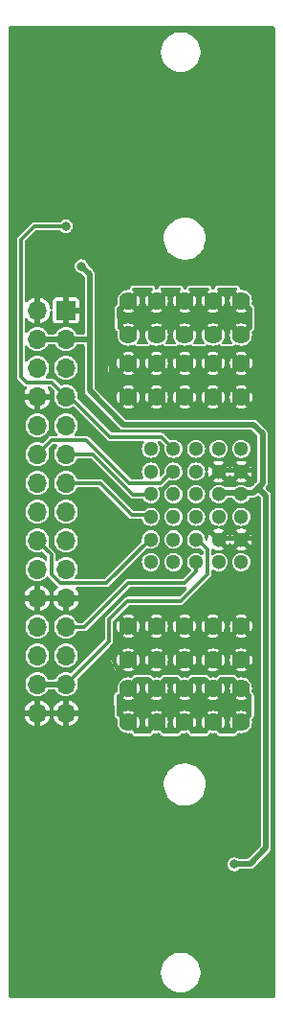
<source format=gbr>
%TF.GenerationSoftware,KiCad,Pcbnew,7.0.8-7.0.8~ubuntu23.04.1*%
%TF.CreationDate,2023-11-07T17:31:57+00:00*%
%TF.ProjectId,BATDATSOCKET01,42415444-4154-4534-9f43-4b455430312e,rev?*%
%TF.SameCoordinates,Original*%
%TF.FileFunction,Copper,L2,Bot*%
%TF.FilePolarity,Positive*%
%FSLAX46Y46*%
G04 Gerber Fmt 4.6, Leading zero omitted, Abs format (unit mm)*
G04 Created by KiCad (PCBNEW 7.0.8-7.0.8~ubuntu23.04.1) date 2023-11-07 17:31:57*
%MOMM*%
%LPD*%
G01*
G04 APERTURE LIST*
%TA.AperFunction,ComponentPad*%
%ADD10C,1.300000*%
%TD*%
%TA.AperFunction,ComponentPad*%
%ADD11C,1.620000*%
%TD*%
%TA.AperFunction,ComponentPad*%
%ADD12C,6.000000*%
%TD*%
%TA.AperFunction,ComponentPad*%
%ADD13R,1.700000X1.700000*%
%TD*%
%TA.AperFunction,ComponentPad*%
%ADD14O,1.700000X1.700000*%
%TD*%
%TA.AperFunction,ViaPad*%
%ADD15C,0.800000*%
%TD*%
%TA.AperFunction,Conductor*%
%ADD16C,0.400000*%
%TD*%
%TA.AperFunction,Conductor*%
%ADD17C,0.500000*%
%TD*%
%TA.AperFunction,Conductor*%
%ADD18C,0.300000*%
%TD*%
G04 APERTURE END LIST*
D10*
%TO.P,J1,A1*%
%TO.N,unconnected-(J1-PadA1)*%
X-4300000Y38485000D03*
%TO.P,J1,A2*%
%TO.N,GND*%
X-4300000Y40485000D03*
%TO.P,J1,A3*%
%TO.N,/3v3*%
X-4300000Y42485000D03*
%TO.P,J1,A4*%
%TO.N,/5v*%
X-4300000Y44485000D03*
%TO.P,J1,A5*%
%TO.N,GND*%
X-4300000Y46485000D03*
%TO.P,J1,A6*%
%TO.N,unconnected-(J1-PadA6)*%
X-4300000Y48485000D03*
%TO.P,J1,B1*%
%TO.N,unconnected-(J1-PadB1)*%
X-6300000Y38485000D03*
%TO.P,J1,B2*%
%TO.N,GND*%
X-6300000Y40485000D03*
%TO.P,J1,B3*%
%TO.N,/3v3*%
X-6300000Y42485000D03*
%TO.P,J1,B4*%
%TO.N,/5v*%
X-6300000Y44485000D03*
%TO.P,J1,B5*%
%TO.N,GND*%
X-6300000Y46485000D03*
%TO.P,J1,B6*%
%TO.N,unconnected-(J1-PadB6)*%
X-6300000Y48485000D03*
%TO.P,J1,C1*%
%TO.N,/SCL*%
X-8300000Y38485000D03*
%TO.P,J1,C2*%
%TO.N,/SDA*%
X-8300000Y40485000D03*
%TO.P,J1,C3*%
%TO.N,unconnected-(J1-PadC3)*%
X-8300000Y42485000D03*
%TO.P,J1,C4*%
%TO.N,unconnected-(J1-PadC4)*%
X-8300000Y44485000D03*
%TO.P,J1,C5*%
%TO.N,unconnected-(J1-PadC5)*%
X-8300000Y46485000D03*
%TO.P,J1,C6*%
%TO.N,unconnected-(J1-PadC6)*%
X-8300000Y48485000D03*
%TO.P,J1,D1*%
%TO.N,/SCLK*%
X-10300000Y38485000D03*
%TO.P,J1,D2*%
%TO.N,/MISO*%
X-10300000Y40485000D03*
%TO.P,J1,D3*%
%TO.N,/MOSI*%
X-10300000Y42485000D03*
%TO.P,J1,D4*%
%TO.N,/A0*%
X-10300000Y44485000D03*
%TO.P,J1,D5*%
%TO.N,/A1*%
X-10300000Y46485000D03*
%TO.P,J1,D6*%
%TO.N,/connection_detector*%
X-10300000Y48485000D03*
%TO.P,J1,E1*%
%TO.N,/C0*%
X-12300000Y38485000D03*
%TO.P,J1,E2*%
%TO.N,/C1*%
X-12300000Y40485000D03*
%TO.P,J1,E3*%
%TO.N,/TX*%
X-12300000Y42485000D03*
%TO.P,J1,E4*%
%TO.N,/RX*%
X-12300000Y44485000D03*
%TO.P,J1,E5*%
%TO.N,/B0*%
X-12300000Y46485000D03*
%TO.P,J1,E6*%
%TO.N,/B1*%
X-12300000Y48485000D03*
D11*
%TO.P,J1,P1*%
%TO.N,/BATT_B*%
X-14300000Y24345000D03*
X-11800000Y24345000D03*
X-9300000Y24345000D03*
X-6800000Y24345000D03*
X-4300000Y24345000D03*
X-14300000Y27345000D03*
X-11800000Y27345000D03*
X-9300000Y27345000D03*
X-6800000Y27345000D03*
X-4300000Y27345000D03*
%TO.P,J1,P2*%
%TO.N,GND*%
X-14300000Y29845000D03*
X-11800000Y29845000D03*
X-9300000Y29845000D03*
X-6800000Y29845000D03*
X-4300000Y29845000D03*
X-14300000Y32845000D03*
X-11800000Y32845000D03*
X-9300000Y32845000D03*
X-6800000Y32845000D03*
X-4300000Y32845000D03*
%TO.P,J1,P3*%
X-14300000Y53055000D03*
X-11800000Y53055000D03*
X-9300000Y53055000D03*
X-6800000Y53055000D03*
X-4300000Y53055000D03*
X-14300000Y56055000D03*
X-11800000Y56055000D03*
X-9300000Y56055000D03*
X-6800000Y56055000D03*
X-4300000Y56055000D03*
%TO.P,J1,P4*%
%TO.N,/BATT_A*%
X-14300000Y58555000D03*
X-11800000Y58555000D03*
X-9300000Y58555000D03*
X-6800000Y58555000D03*
X-4300000Y58555000D03*
X-14300000Y61555000D03*
X-11800000Y61555000D03*
X-9300000Y61555000D03*
X-6800000Y61555000D03*
X-4300000Y61555000D03*
%TD*%
D12*
%TO.P,H3,1,1*%
%TO.N,GND*%
X-19820000Y73367500D03*
%TD*%
%TO.P,H4,1,1*%
%TO.N,GND*%
X-19820000Y12407500D03*
%TD*%
D13*
%TO.P,J2,1*%
%TO.N,GND*%
X-19820000Y60725000D03*
D14*
%TO.P,J2,2*%
X-22360000Y60725000D03*
%TO.P,J2,3*%
%TO.N,/5v*%
X-19820000Y58185000D03*
%TO.P,J2,4*%
X-22360000Y58185000D03*
%TO.P,J2,5*%
%TO.N,/3v3*%
X-19820000Y55645000D03*
%TO.P,J2,6*%
X-22360000Y55645000D03*
%TO.P,J2,7*%
%TO.N,/connection_detector*%
X-19820000Y53105000D03*
%TO.P,J2,8*%
%TO.N,GND*%
X-22360000Y53105000D03*
%TO.P,J2,9*%
%TO.N,unconnected-(J2-Pad9)*%
X-19820000Y50565000D03*
%TO.P,J2,10*%
%TO.N,/A0*%
X-22360000Y50565000D03*
%TO.P,J2,11*%
%TO.N,/RX*%
X-19820000Y48025000D03*
%TO.P,J2,12*%
%TO.N,/A1*%
X-22360000Y48025000D03*
%TO.P,J2,13*%
%TO.N,/TX*%
X-19820000Y45485000D03*
%TO.P,J2,14*%
%TO.N,/B1*%
X-22360000Y45485000D03*
%TO.P,J2,15*%
%TO.N,/MOSI*%
X-19820000Y42945000D03*
%TO.P,J2,16*%
%TO.N,/B0*%
X-22360000Y42945000D03*
%TO.P,J2,17*%
%TO.N,/MISO*%
X-19820000Y40405000D03*
%TO.P,J2,18*%
%TO.N,/C1*%
X-22360000Y40405000D03*
%TO.P,J2,19*%
%TO.N,/SCLK*%
X-19820000Y37865000D03*
%TO.P,J2,20*%
%TO.N,/C0*%
X-22360000Y37865000D03*
%TO.P,J2,21*%
%TO.N,GND*%
X-19820000Y35325000D03*
%TO.P,J2,22*%
X-22360000Y35325000D03*
%TO.P,J2,23*%
%TO.N,/SCL*%
X-19820000Y32785000D03*
%TO.P,J2,24*%
X-22360000Y32785000D03*
%TO.P,J2,25*%
%TO.N,/I2C_PWR*%
X-19820000Y30245000D03*
%TO.P,J2,26*%
X-22360000Y30245000D03*
%TO.P,J2,27*%
%TO.N,/SDA*%
X-19820000Y27705000D03*
%TO.P,J2,28*%
X-22360000Y27705000D03*
%TO.P,J2,29*%
%TO.N,GND*%
X-19820000Y25165000D03*
%TO.P,J2,30*%
X-22360000Y25165000D03*
%TD*%
D15*
%TO.N,/5v*%
X-18450000Y64625000D03*
X-4914000Y11805000D03*
%TO.N,/connection_detector*%
X-19814000Y68155000D03*
%TD*%
D16*
%TO.N,GND*%
X-6314000Y40635000D02*
X-3004000Y40635000D01*
X-6314000Y46635000D02*
X-3104000Y46635000D01*
D17*
%TO.N,/5v*%
X-14714000Y50625000D02*
X-17714000Y53625000D01*
X-6314000Y44635000D02*
X-3254000Y44635000D01*
X-17714000Y53625000D02*
X-17714000Y58160000D01*
X-2414000Y45475000D02*
X-2414000Y49825000D01*
X-2114000Y44355000D02*
X-2114000Y13255000D01*
X-17714000Y63889000D02*
X-17714000Y58160000D01*
X-21670000Y58160000D02*
X-19130000Y58160000D01*
X-18450000Y64625000D02*
X-17714000Y63889000D01*
X-2114000Y13255000D02*
X-3514000Y11855000D01*
X-2414000Y49825000D02*
X-3214000Y50625000D01*
X-4864000Y11855000D02*
X-4914000Y11805000D01*
X-3254000Y44635000D02*
X-2824000Y45065000D01*
X-3214000Y50625000D02*
X-14714000Y50625000D01*
X-3514000Y11855000D02*
X-4864000Y11855000D01*
X-2824000Y45065000D02*
X-2414000Y45475000D01*
X-2824000Y45065000D02*
X-2114000Y44355000D01*
X-17714000Y58160000D02*
X-19130000Y58160000D01*
D18*
%TO.N,/SCL*%
X-9289000Y36650000D02*
X-14289000Y36650000D01*
X-8314000Y38635000D02*
X-8314000Y37625000D01*
X-14289000Y36650000D02*
X-18179000Y32760000D01*
X-18179000Y32760000D02*
X-19130000Y32760000D01*
X-8314000Y37625000D02*
X-9289000Y36650000D01*
%TO.N,/SDA*%
X-16014000Y33425000D02*
X-14364000Y35075000D01*
D17*
X-19845000Y27680000D02*
X-19820000Y27705000D01*
D18*
X-19820000Y27705000D02*
X-16014000Y31511000D01*
X-9664000Y35075000D02*
X-7300000Y37439000D01*
X-14364000Y35075000D02*
X-9664000Y35075000D01*
D17*
X-21670000Y27680000D02*
X-19845000Y27680000D01*
D18*
X-7300000Y37439000D02*
X-7300000Y39621000D01*
X-16014000Y31511000D02*
X-16014000Y33425000D01*
X-7300000Y39621000D02*
X-8314000Y40635000D01*
%TO.N,/A1*%
X-18006893Y49275000D02*
X-21110000Y49275000D01*
X-14212154Y45480261D02*
X-18006893Y49275000D01*
X-21110000Y49275000D02*
X-22360000Y48025000D01*
X-10314000Y46635000D02*
X-11468739Y45480261D01*
X-11468739Y45480261D02*
X-14212154Y45480261D01*
%TO.N,/connection_detector*%
X-22614000Y68155000D02*
X-19814000Y68155000D01*
X-15914000Y49555000D02*
X-11370000Y49555000D01*
X-19464000Y53105000D02*
X-15914000Y49555000D01*
X-19820000Y53105000D02*
X-19464000Y53105000D01*
X-23814000Y54855000D02*
X-23814000Y66955000D01*
X-23314000Y54355000D02*
X-23814000Y54855000D01*
X-21070000Y54355000D02*
X-23314000Y54355000D01*
X-23814000Y66955000D02*
X-22614000Y68155000D01*
X-11370000Y49555000D02*
X-10300000Y48485000D01*
X-19820000Y53105000D02*
X-21070000Y54355000D01*
%TO.N,/C1*%
X-16237238Y36644656D02*
X-20344656Y36644656D01*
X-12314000Y40567894D02*
X-16237238Y36644656D01*
X-21125000Y39170000D02*
X-22360000Y40405000D01*
X-20344656Y36644656D02*
X-21125000Y37425000D01*
X-21125000Y37425000D02*
X-21125000Y39170000D01*
X-12314000Y40635000D02*
X-12314000Y40567894D01*
%TO.N,/TX*%
X-13974000Y42635000D02*
X-16799000Y45460000D01*
X-12314000Y42635000D02*
X-13974000Y42635000D01*
X-16799000Y45460000D02*
X-19130000Y45460000D01*
%TO.N,/RX*%
X-13914000Y44475000D02*
X-17439000Y48000000D01*
X-12314000Y44635000D02*
X-12474000Y44475000D01*
X-12474000Y44475000D02*
X-13914000Y44475000D01*
X-17439000Y48000000D02*
X-19130000Y48000000D01*
%TD*%
%TA.AperFunction,Conductor*%
%TO.N,GND*%
G36*
X-13711982Y57698012D02*
G01*
X-13686071Y57667539D01*
X-13684447Y57668653D01*
X-13680509Y57662918D01*
X-13680507Y57662915D01*
X-13662456Y57642083D01*
X-14005764Y57640536D01*
X-13930654Y57663320D01*
X-13845627Y57708769D01*
X-13777226Y57723011D01*
X-13711982Y57698012D01*
G37*
%TD.AperFunction*%
%TA.AperFunction,Conductor*%
G36*
X-12252905Y57707984D02*
G01*
X-12169346Y57663320D01*
X-12122207Y57649021D01*
X-12432050Y57647625D01*
X-12424581Y57655791D01*
X-12424582Y57655790D01*
X-12424578Y57655796D01*
X-12424568Y57655806D01*
X-12408771Y57675358D01*
X-12408769Y57675364D01*
X-12407810Y57676550D01*
X-12350369Y57716327D01*
X-12280540Y57718734D01*
X-12252905Y57707984D01*
G37*
%TD.AperFunction*%
%TA.AperFunction,Conductor*%
G36*
X-11211982Y57698012D02*
G01*
X-11186071Y57667539D01*
X-11184447Y57668653D01*
X-11180509Y57662918D01*
X-11180507Y57662915D01*
X-11172176Y57653300D01*
X-11468081Y57651967D01*
X-11430654Y57663320D01*
X-11345627Y57708769D01*
X-11277226Y57723011D01*
X-11211982Y57698012D01*
G37*
%TD.AperFunction*%
%TA.AperFunction,Conductor*%
G36*
X-9752905Y57707984D02*
G01*
X-9669346Y57663320D01*
X-9658787Y57660117D01*
X-9922044Y57658932D01*
X-9908771Y57675358D01*
X-9908769Y57675364D01*
X-9907810Y57676550D01*
X-9850369Y57716327D01*
X-9780540Y57718734D01*
X-9752905Y57707984D01*
G37*
%TD.AperFunction*%
%TA.AperFunction,Conductor*%
G36*
X-8711982Y57698012D02*
G01*
X-8686071Y57667539D01*
X-8684447Y57668653D01*
X-8681609Y57664519D01*
X-8930510Y57663398D01*
X-8845627Y57708769D01*
X-8777226Y57723011D01*
X-8711982Y57698012D01*
G37*
%TD.AperFunction*%
%TA.AperFunction,Conductor*%
G36*
X-7252905Y57707984D02*
G01*
X-7184208Y57671264D01*
X-7412912Y57670234D01*
X-7408771Y57675358D01*
X-7408769Y57675364D01*
X-7407810Y57676550D01*
X-7350369Y57716327D01*
X-7280540Y57718734D01*
X-7252905Y57707984D01*
G37*
%TD.AperFunction*%
%TA.AperFunction,Conductor*%
G36*
X-6211982Y57698012D02*
G01*
X-6193035Y57675729D01*
X-6409263Y57674755D01*
X-6345627Y57708769D01*
X-6277226Y57723011D01*
X-6211982Y57698012D01*
G37*
%TD.AperFunction*%
%TA.AperFunction,Conductor*%
G36*
X-4752905Y57707984D02*
G01*
X-4705100Y57682431D01*
X-4900590Y57681551D01*
X-4850369Y57716327D01*
X-4780540Y57718734D01*
X-4752905Y57707984D01*
G37*
%TD.AperFunction*%
%TA.AperFunction,Conductor*%
G36*
X-1437870Y85800129D02*
G01*
X-1370852Y85780375D01*
X-1325152Y85727523D01*
X-1314000Y85676129D01*
X-1314000Y129500D01*
X-1333685Y62461D01*
X-1386489Y16706D01*
X-1438000Y5500D01*
X-19110998Y5500D01*
X-24789887Y23211D01*
X-24856864Y43104D01*
X-24902454Y96051D01*
X-24913500Y147210D01*
X-24913500Y2116313D01*
X-11410500Y2116313D01*
X-11390206Y1981677D01*
X-11371396Y1856885D01*
X-11371395Y1856883D01*
X-11371394Y1856877D01*
X-11294062Y1606174D01*
X-11180233Y1369804D01*
X-11180232Y1369803D01*
X-11180230Y1369800D01*
X-11180228Y1369796D01*
X-11032433Y1153021D01*
X-10853986Y960699D01*
X-10853982Y960696D01*
X-10853981Y960695D01*
X-10648857Y797114D01*
X-10421643Y665932D01*
X-10177416Y570080D01*
X-9921630Y511698D01*
X-9921624Y511698D01*
X-9921621Y511697D01*
X-9725500Y497000D01*
X-9725494Y497000D01*
X-9594500Y497000D01*
X-9398380Y511697D01*
X-9398378Y511698D01*
X-9398370Y511698D01*
X-9142584Y570080D01*
X-8898357Y665932D01*
X-8671143Y797114D01*
X-8466019Y960695D01*
X-8287567Y1153021D01*
X-8139772Y1369796D01*
X-8025937Y1606177D01*
X-7948604Y1856885D01*
X-7909500Y2116318D01*
X-7909500Y2378682D01*
X-7948604Y2638115D01*
X-8025937Y2888823D01*
X-8037879Y2913620D01*
X-8139768Y3125197D01*
X-8139769Y3125198D01*
X-8139770Y3125199D01*
X-8139772Y3125204D01*
X-8287567Y3341979D01*
X-8297559Y3352747D01*
X-8466015Y3534302D01*
X-8505467Y3565764D01*
X-8671143Y3697886D01*
X-8898357Y3829068D01*
X-9142584Y3924920D01*
X-9142589Y3924922D01*
X-9142598Y3924924D01*
X-9360182Y3974586D01*
X-9398370Y3983302D01*
X-9398371Y3983303D01*
X-9398375Y3983303D01*
X-9398380Y3983304D01*
X-9594500Y3998000D01*
X-9594506Y3998000D01*
X-9725494Y3998000D01*
X-9725500Y3998000D01*
X-9921621Y3983304D01*
X-9921626Y3983303D01*
X-10177403Y3924924D01*
X-10177422Y3924918D01*
X-10421644Y3829068D01*
X-10648857Y3697886D01*
X-10853986Y3534302D01*
X-11032433Y3341980D01*
X-11180232Y3125198D01*
X-11180233Y3125197D01*
X-11294062Y2888827D01*
X-11371394Y2638124D01*
X-11371395Y2638119D01*
X-11371396Y2638115D01*
X-11386147Y2540253D01*
X-11410500Y2378688D01*
X-11410500Y2116313D01*
X-24913500Y2116313D01*
X-24913500Y18777237D01*
X-11154213Y18777237D01*
X-11124587Y18507987D01*
X-11124585Y18507976D01*
X-11056074Y18245918D01*
X-11056072Y18245912D01*
X-10950130Y17996610D01*
X-10878002Y17878425D01*
X-10809021Y17765395D01*
X-10809014Y17765385D01*
X-10635747Y17557181D01*
X-10635741Y17557176D01*
X-10434002Y17376418D01*
X-10208090Y17226956D01*
X-9962824Y17111980D01*
X-9962817Y17111978D01*
X-9962815Y17111977D01*
X-9703443Y17033943D01*
X-9703436Y17033942D01*
X-9703431Y17033940D01*
X-9435439Y16994500D01*
X-9435434Y16994500D01*
X-9232364Y16994500D01*
X-9180867Y16998270D01*
X-9029844Y17009323D01*
X-8917242Y17034407D01*
X-8765454Y17068218D01*
X-8765452Y17068219D01*
X-8765447Y17068220D01*
X-8512442Y17164986D01*
X-8276223Y17297559D01*
X-8061823Y17463112D01*
X-7873814Y17658119D01*
X-7716201Y17878421D01*
X-7642213Y18022331D01*
X-7592351Y18119310D01*
X-7592349Y18119316D01*
X-7592344Y18119325D01*
X-7504882Y18375695D01*
X-7455681Y18642067D01*
X-7445788Y18912765D01*
X-7475414Y19182018D01*
X-7543928Y19444088D01*
X-7649870Y19693390D01*
X-7790982Y19924610D01*
X-7880253Y20031881D01*
X-7964254Y20132820D01*
X-7964260Y20132825D01*
X-8165998Y20313582D01*
X-8391908Y20463043D01*
X-8391910Y20463044D01*
X-8637176Y20578020D01*
X-8637181Y20578022D01*
X-8637186Y20578024D01*
X-8896558Y20656058D01*
X-8896572Y20656061D01*
X-9012209Y20673079D01*
X-9164561Y20695500D01*
X-9367631Y20695500D01*
X-9367636Y20695500D01*
X-9570156Y20680677D01*
X-9570169Y20680675D01*
X-9834547Y20621783D01*
X-9834554Y20621780D01*
X-10087561Y20525013D01*
X-10323774Y20392443D01*
X-10538178Y20226888D01*
X-10726178Y20031891D01*
X-10726184Y20031884D01*
X-10883798Y19811581D01*
X-10883801Y19811576D01*
X-11007650Y19570691D01*
X-11007657Y19570673D01*
X-11095116Y19314315D01*
X-11095119Y19314301D01*
X-11144319Y19047932D01*
X-11144320Y19047925D01*
X-11154213Y18777237D01*
X-24913500Y18777237D01*
X-24913500Y25415001D01*
X-23484513Y25415001D01*
X-23484512Y25415000D01*
X-22793686Y25415000D01*
X-22819493Y25374844D01*
X-22860000Y25236889D01*
X-22860000Y25093111D01*
X-22819493Y24955156D01*
X-22793686Y24915000D01*
X-23484512Y24915000D01*
X-23436938Y24747795D01*
X-23436933Y24747782D01*
X-23341939Y24557009D01*
X-23213500Y24386929D01*
X-23056000Y24243349D01*
X-23055998Y24243347D01*
X-22874799Y24131154D01*
X-22874793Y24131151D01*
X-22676059Y24054162D01*
X-22610000Y24041814D01*
X-22610000Y24729499D01*
X-22502315Y24680320D01*
X-22395763Y24665000D01*
X-22324237Y24665000D01*
X-22217685Y24680320D01*
X-22110000Y24729499D01*
X-22110000Y24041815D01*
X-22043942Y24054162D01*
X-21845208Y24131151D01*
X-21845202Y24131154D01*
X-21664003Y24243347D01*
X-21664001Y24243349D01*
X-21506501Y24386929D01*
X-21378062Y24557009D01*
X-21283068Y24747782D01*
X-21283063Y24747795D01*
X-21235488Y24915000D01*
X-21926314Y24915000D01*
X-21900507Y24955156D01*
X-21860000Y25093111D01*
X-21860000Y25236889D01*
X-21900507Y25374844D01*
X-21926314Y25415000D01*
X-21235488Y25415000D01*
X-21235488Y25415001D01*
X-20944513Y25415001D01*
X-20944512Y25415000D01*
X-20253686Y25415000D01*
X-20279493Y25374844D01*
X-20320000Y25236889D01*
X-20320000Y25093111D01*
X-20279493Y24955156D01*
X-20253686Y24915000D01*
X-20944512Y24915000D01*
X-20896938Y24747795D01*
X-20896933Y24747782D01*
X-20801939Y24557009D01*
X-20673500Y24386929D01*
X-20516000Y24243349D01*
X-20515998Y24243347D01*
X-20334799Y24131154D01*
X-20334793Y24131151D01*
X-20136059Y24054162D01*
X-20070000Y24041814D01*
X-20070000Y24729499D01*
X-19962315Y24680320D01*
X-19855763Y24665000D01*
X-19784237Y24665000D01*
X-19677685Y24680320D01*
X-19570000Y24729499D01*
X-19570000Y24041815D01*
X-19503942Y24054162D01*
X-19305208Y24131151D01*
X-19305202Y24131154D01*
X-19124003Y24243347D01*
X-19124001Y24243349D01*
X-18966501Y24386929D01*
X-18838062Y24557009D01*
X-18743068Y24747782D01*
X-18743063Y24747795D01*
X-18695488Y24915000D01*
X-19386314Y24915000D01*
X-19360507Y24955156D01*
X-19320000Y25093111D01*
X-19320000Y25236889D01*
X-19360507Y25374844D01*
X-19386314Y25415000D01*
X-18695488Y25415000D01*
X-18695488Y25415001D01*
X-18743063Y25582206D01*
X-18743068Y25582219D01*
X-18838062Y25772992D01*
X-18966501Y25943072D01*
X-19124001Y26086652D01*
X-19124003Y26086654D01*
X-19305202Y26198847D01*
X-19305211Y26198851D01*
X-19503937Y26275837D01*
X-19503942Y26275838D01*
X-19570000Y26288187D01*
X-19570000Y25600502D01*
X-19677685Y25649680D01*
X-19784237Y25665000D01*
X-19855763Y25665000D01*
X-19962315Y25649680D01*
X-20070000Y25600502D01*
X-20070000Y26288187D01*
X-20136059Y26275838D01*
X-20136064Y26275837D01*
X-20334790Y26198851D01*
X-20334799Y26198847D01*
X-20515998Y26086654D01*
X-20516000Y26086652D01*
X-20673500Y25943072D01*
X-20801939Y25772992D01*
X-20896933Y25582219D01*
X-20896938Y25582206D01*
X-20944513Y25415001D01*
X-21235488Y25415001D01*
X-21283063Y25582206D01*
X-21283068Y25582219D01*
X-21378062Y25772992D01*
X-21506501Y25943072D01*
X-21664001Y26086652D01*
X-21664003Y26086654D01*
X-21845202Y26198847D01*
X-21845211Y26198851D01*
X-22043937Y26275837D01*
X-22043942Y26275838D01*
X-22110000Y26288187D01*
X-22110000Y25600502D01*
X-22217685Y25649680D01*
X-22324237Y25665000D01*
X-22395763Y25665000D01*
X-22502315Y25649680D01*
X-22610000Y25600502D01*
X-22610000Y26288187D01*
X-22676059Y26275838D01*
X-22676064Y26275837D01*
X-22874790Y26198851D01*
X-22874799Y26198847D01*
X-23055998Y26086654D01*
X-23056000Y26086652D01*
X-23213500Y25943072D01*
X-23341939Y25772992D01*
X-23436933Y25582219D01*
X-23436938Y25582206D01*
X-23484513Y25415001D01*
X-24913500Y25415001D01*
X-24913500Y30245000D01*
X-23415583Y30245000D01*
X-23395301Y30039068D01*
X-23395300Y30039066D01*
X-23335232Y29841046D01*
X-23237685Y29658550D01*
X-23203031Y29616323D01*
X-23106411Y29498590D01*
X-23037831Y29442309D01*
X-22946450Y29367315D01*
X-22763954Y29269768D01*
X-22565934Y29209700D01*
X-22565935Y29209700D01*
X-22547471Y29207882D01*
X-22360000Y29189417D01*
X-22154066Y29209700D01*
X-21956046Y29269768D01*
X-21773550Y29367315D01*
X-21613590Y29498590D01*
X-21482315Y29658550D01*
X-21384768Y29841046D01*
X-21324700Y30039066D01*
X-21304417Y30245000D01*
X-20875583Y30245000D01*
X-20855301Y30039068D01*
X-20855300Y30039066D01*
X-20795232Y29841046D01*
X-20697685Y29658550D01*
X-20663031Y29616323D01*
X-20566411Y29498590D01*
X-20497831Y29442309D01*
X-20406450Y29367315D01*
X-20223954Y29269768D01*
X-20025934Y29209700D01*
X-20025935Y29209700D01*
X-20007471Y29207882D01*
X-19820000Y29189417D01*
X-19614066Y29209700D01*
X-19416046Y29269768D01*
X-19233550Y29367315D01*
X-19073590Y29498590D01*
X-18942315Y29658550D01*
X-18844768Y29841046D01*
X-18784700Y30039066D01*
X-18764417Y30245000D01*
X-18784700Y30450934D01*
X-18844768Y30648954D01*
X-18942315Y30831450D01*
X-19043709Y30955000D01*
X-19073590Y30991411D01*
X-19233548Y31122683D01*
X-19233547Y31122683D01*
X-19233550Y31122685D01*
X-19416046Y31220232D01*
X-19614066Y31280300D01*
X-19614068Y31280301D01*
X-19614066Y31280301D01*
X-19820000Y31300583D01*
X-20025933Y31280301D01*
X-20223957Y31220231D01*
X-20334102Y31161357D01*
X-20406450Y31122685D01*
X-20406452Y31122684D01*
X-20406453Y31122683D01*
X-20566411Y30991411D01*
X-20697683Y30831453D01*
X-20795231Y30648957D01*
X-20855301Y30450933D01*
X-20875583Y30245000D01*
X-21304417Y30245000D01*
X-21324700Y30450934D01*
X-21384768Y30648954D01*
X-21482315Y30831450D01*
X-21583709Y30955000D01*
X-21613590Y30991411D01*
X-21773548Y31122683D01*
X-21773547Y31122683D01*
X-21773550Y31122685D01*
X-21956046Y31220232D01*
X-22154066Y31280300D01*
X-22154068Y31280301D01*
X-22154066Y31280301D01*
X-22360000Y31300583D01*
X-22565933Y31280301D01*
X-22763957Y31220231D01*
X-22874102Y31161357D01*
X-22946450Y31122685D01*
X-22946452Y31122684D01*
X-22946453Y31122683D01*
X-23106411Y30991411D01*
X-23237683Y30831453D01*
X-23335231Y30648957D01*
X-23395301Y30450933D01*
X-23415583Y30245000D01*
X-24913500Y30245000D01*
X-24913500Y32785000D01*
X-23415583Y32785000D01*
X-23395301Y32579068D01*
X-23373617Y32507587D01*
X-23335232Y32381046D01*
X-23237685Y32198550D01*
X-23237683Y32198548D01*
X-23106411Y32038590D01*
X-23009791Y31959298D01*
X-22946450Y31907315D01*
X-22763954Y31809768D01*
X-22565934Y31749700D01*
X-22565935Y31749700D01*
X-22547471Y31747882D01*
X-22360000Y31729417D01*
X-22154066Y31749700D01*
X-21956046Y31809768D01*
X-21773550Y31907315D01*
X-21613590Y32038590D01*
X-21482315Y32198550D01*
X-21384768Y32381046D01*
X-21324700Y32579066D01*
X-21304417Y32785000D01*
X-21324700Y32990934D01*
X-21384768Y33188954D01*
X-21482315Y33371450D01*
X-21562334Y33468954D01*
X-21613590Y33531411D01*
X-21760903Y33652306D01*
X-21773550Y33662685D01*
X-21956046Y33760232D01*
X-22154066Y33820300D01*
X-22154068Y33820301D01*
X-22154066Y33820301D01*
X-22360000Y33840583D01*
X-22565933Y33820301D01*
X-22763957Y33760231D01*
X-22862348Y33707639D01*
X-22946450Y33662685D01*
X-22946452Y33662684D01*
X-22946453Y33662683D01*
X-23106411Y33531411D01*
X-23237683Y33371453D01*
X-23237685Y33371450D01*
X-23267251Y33316137D01*
X-23335231Y33188957D01*
X-23395301Y32990933D01*
X-23415583Y32785000D01*
X-24913500Y32785000D01*
X-24913500Y35575001D01*
X-23484513Y35575001D01*
X-23484512Y35575000D01*
X-22793686Y35575000D01*
X-22819493Y35534844D01*
X-22860000Y35396889D01*
X-22860000Y35253111D01*
X-22819493Y35115156D01*
X-22793686Y35075000D01*
X-23484512Y35075000D01*
X-23436938Y34907795D01*
X-23436933Y34907782D01*
X-23341939Y34717009D01*
X-23213500Y34546929D01*
X-23056000Y34403349D01*
X-23055998Y34403347D01*
X-22874799Y34291154D01*
X-22874793Y34291151D01*
X-22676059Y34214162D01*
X-22610000Y34201814D01*
X-22610000Y34889499D01*
X-22502315Y34840320D01*
X-22395763Y34825000D01*
X-22324237Y34825000D01*
X-22217685Y34840320D01*
X-22110000Y34889499D01*
X-22110000Y34201815D01*
X-22043942Y34214162D01*
X-21845208Y34291151D01*
X-21845202Y34291154D01*
X-21664003Y34403347D01*
X-21664001Y34403349D01*
X-21506501Y34546929D01*
X-21378062Y34717009D01*
X-21283068Y34907782D01*
X-21283063Y34907795D01*
X-21235488Y35075000D01*
X-21926314Y35075000D01*
X-21900507Y35115156D01*
X-21860000Y35253111D01*
X-21860000Y35396889D01*
X-21900507Y35534844D01*
X-21926314Y35575000D01*
X-21235488Y35575000D01*
X-21235488Y35575001D01*
X-21283063Y35742206D01*
X-21283068Y35742219D01*
X-21378062Y35932992D01*
X-21506501Y36103072D01*
X-21664001Y36246652D01*
X-21664003Y36246654D01*
X-21845202Y36358847D01*
X-21845211Y36358851D01*
X-22043937Y36435837D01*
X-22043942Y36435838D01*
X-22110000Y36448187D01*
X-22110000Y35760502D01*
X-22217685Y35809680D01*
X-22324237Y35825000D01*
X-22395763Y35825000D01*
X-22502315Y35809680D01*
X-22610000Y35760502D01*
X-22610000Y36448187D01*
X-22676059Y36435838D01*
X-22676064Y36435837D01*
X-22874790Y36358851D01*
X-22874799Y36358847D01*
X-23055998Y36246654D01*
X-23056000Y36246652D01*
X-23213500Y36103072D01*
X-23341939Y35932992D01*
X-23436933Y35742219D01*
X-23436938Y35742206D01*
X-23484513Y35575001D01*
X-24913500Y35575001D01*
X-24913500Y37865000D01*
X-23415583Y37865000D01*
X-23395301Y37659068D01*
X-23371633Y37581046D01*
X-23337625Y37468934D01*
X-23335231Y37461044D01*
X-23330075Y37451398D01*
X-23237685Y37278550D01*
X-23236325Y37276893D01*
X-23106411Y37118590D01*
X-23044333Y37067645D01*
X-22946450Y36987315D01*
X-22763954Y36889768D01*
X-22565934Y36829700D01*
X-22565935Y36829700D01*
X-22547471Y36827882D01*
X-22360000Y36809417D01*
X-22154066Y36829700D01*
X-21956046Y36889768D01*
X-21773550Y36987315D01*
X-21613590Y37118590D01*
X-21566059Y37176508D01*
X-21508317Y37215841D01*
X-21438472Y37217712D01*
X-21386225Y37189073D01*
X-21367726Y37172043D01*
X-20627294Y36431612D01*
X-20611170Y36411757D01*
X-20606093Y36403987D01*
X-20580148Y36383794D01*
X-20574396Y36378714D01*
X-20571963Y36376281D01*
X-20571962Y36376280D01*
X-20569293Y36373611D01*
X-20535808Y36312288D01*
X-20540792Y36242596D01*
X-20573435Y36194294D01*
X-20673499Y36103072D01*
X-20801939Y35932992D01*
X-20896933Y35742219D01*
X-20896938Y35742206D01*
X-20944513Y35575001D01*
X-20944512Y35575000D01*
X-20253686Y35575000D01*
X-20279493Y35534844D01*
X-20320000Y35396889D01*
X-20320000Y35253111D01*
X-20279493Y35115156D01*
X-20253686Y35075000D01*
X-20944512Y35075000D01*
X-20896938Y34907795D01*
X-20896933Y34907782D01*
X-20801939Y34717009D01*
X-20673500Y34546929D01*
X-20516000Y34403349D01*
X-20515998Y34403347D01*
X-20334799Y34291154D01*
X-20334793Y34291151D01*
X-20136059Y34214162D01*
X-20070000Y34201814D01*
X-20070000Y34889499D01*
X-19962315Y34840320D01*
X-19855763Y34825000D01*
X-19784237Y34825000D01*
X-19677685Y34840320D01*
X-19570000Y34889499D01*
X-19570000Y34201815D01*
X-19503942Y34214162D01*
X-19305208Y34291151D01*
X-19305202Y34291154D01*
X-19124003Y34403347D01*
X-19124001Y34403349D01*
X-18966501Y34546929D01*
X-18838062Y34717009D01*
X-18743068Y34907782D01*
X-18743063Y34907795D01*
X-18695488Y35075000D01*
X-19386314Y35075000D01*
X-19360507Y35115156D01*
X-19320000Y35253111D01*
X-19320000Y35396889D01*
X-19360507Y35534844D01*
X-19386314Y35575000D01*
X-18695488Y35575000D01*
X-18695488Y35575001D01*
X-18743063Y35742206D01*
X-18743068Y35742219D01*
X-18838062Y35932992D01*
X-18960730Y36095429D01*
X-18985422Y36160790D01*
X-18970857Y36229125D01*
X-18921660Y36278737D01*
X-18861776Y36294156D01*
X-16286449Y36294156D01*
X-16261004Y36291518D01*
X-16251923Y36289613D01*
X-16236233Y36291569D01*
X-16219299Y36293679D01*
X-16211623Y36294156D01*
X-16208203Y36294156D01*
X-16208198Y36294156D01*
X-16203392Y36294958D01*
X-16186699Y36297743D01*
X-16159280Y36301162D01*
X-16135845Y36304083D01*
X-16135836Y36304088D01*
X-16128787Y36306186D01*
X-16121861Y36308564D01*
X-16121857Y36308564D01*
X-16076794Y36332952D01*
X-16030754Y36355458D01*
X-16030751Y36355462D01*
X-16024785Y36359721D01*
X-16018984Y36364237D01*
X-16018980Y36364238D01*
X-15984281Y36401932D01*
X-13901217Y38484997D01*
X-13105565Y38484997D01*
X-13085370Y38305751D01*
X-13085369Y38305746D01*
X-13025789Y38135477D01*
X-12985233Y38070933D01*
X-12929816Y37982738D01*
X-12802262Y37855184D01*
X-12713828Y37799617D01*
X-12672577Y37773697D01*
X-12649522Y37759211D01*
X-12479255Y37699632D01*
X-12479250Y37699631D01*
X-12300004Y37679435D01*
X-12300000Y37679435D01*
X-12299996Y37679435D01*
X-12120751Y37699631D01*
X-12120748Y37699632D01*
X-12120745Y37699632D01*
X-11950478Y37759211D01*
X-11797738Y37855184D01*
X-11670184Y37982738D01*
X-11574211Y38135478D01*
X-11514632Y38305745D01*
X-11514407Y38307741D01*
X-11494435Y38484997D01*
X-11105565Y38484997D01*
X-11085370Y38305751D01*
X-11085369Y38305746D01*
X-11025789Y38135477D01*
X-10985233Y38070933D01*
X-10929816Y37982738D01*
X-10802262Y37855184D01*
X-10713828Y37799617D01*
X-10672577Y37773697D01*
X-10649522Y37759211D01*
X-10479255Y37699632D01*
X-10479250Y37699631D01*
X-10300004Y37679435D01*
X-10300000Y37679435D01*
X-10299996Y37679435D01*
X-10120751Y37699631D01*
X-10120748Y37699632D01*
X-10120745Y37699632D01*
X-9950478Y37759211D01*
X-9797738Y37855184D01*
X-9670184Y37982738D01*
X-9574211Y38135478D01*
X-9514632Y38305745D01*
X-9514407Y38307741D01*
X-9494435Y38484997D01*
X-9494435Y38485004D01*
X-9514631Y38664250D01*
X-9514632Y38664255D01*
X-9574212Y38834524D01*
X-9670185Y38987263D01*
X-9797738Y39114816D01*
X-9950477Y39210789D01*
X-10120746Y39270369D01*
X-10120751Y39270370D01*
X-10299996Y39290565D01*
X-10300004Y39290565D01*
X-10479250Y39270370D01*
X-10479255Y39270369D01*
X-10649524Y39210789D01*
X-10802263Y39114816D01*
X-10929816Y38987263D01*
X-11025789Y38834524D01*
X-11085369Y38664255D01*
X-11085370Y38664250D01*
X-11105565Y38485004D01*
X-11105565Y38484997D01*
X-11494435Y38484997D01*
X-11494435Y38485004D01*
X-11514631Y38664250D01*
X-11514632Y38664255D01*
X-11574212Y38834524D01*
X-11670185Y38987263D01*
X-11797738Y39114816D01*
X-11950477Y39210789D01*
X-12120746Y39270369D01*
X-12120751Y39270370D01*
X-12299996Y39290565D01*
X-12300004Y39290565D01*
X-12479250Y39270370D01*
X-12479255Y39270369D01*
X-12649524Y39210789D01*
X-12802263Y39114816D01*
X-12929816Y38987263D01*
X-13025789Y38834524D01*
X-13085369Y38664255D01*
X-13085370Y38664250D01*
X-13105565Y38485004D01*
X-13105565Y38484997D01*
X-13901217Y38484997D01*
X-12687931Y39698283D01*
X-12626610Y39731766D01*
X-12559300Y39727642D01*
X-12479255Y39699632D01*
X-12479251Y39699632D01*
X-12479249Y39699631D01*
X-12479252Y39699631D01*
X-12300004Y39679435D01*
X-12300000Y39679435D01*
X-12299996Y39679435D01*
X-12120751Y39699631D01*
X-12120748Y39699632D01*
X-12120745Y39699632D01*
X-11950478Y39759211D01*
X-11797738Y39855184D01*
X-11670184Y39982738D01*
X-11574211Y40135478D01*
X-11514632Y40305745D01*
X-11514631Y40305751D01*
X-11494435Y40484997D01*
X-11105565Y40484997D01*
X-11085370Y40305751D01*
X-11085369Y40305746D01*
X-11025789Y40135477D01*
X-10929816Y39982738D01*
X-10802262Y39855184D01*
X-10649522Y39759211D01*
X-10559300Y39727641D01*
X-10479255Y39699632D01*
X-10479250Y39699631D01*
X-10300004Y39679435D01*
X-10300000Y39679435D01*
X-10299996Y39679435D01*
X-10120751Y39699631D01*
X-10120748Y39699632D01*
X-10120745Y39699632D01*
X-9950478Y39759211D01*
X-9797738Y39855184D01*
X-9670184Y39982738D01*
X-9574211Y40135478D01*
X-9514632Y40305745D01*
X-9514631Y40305751D01*
X-9494435Y40484997D01*
X-9494435Y40485004D01*
X-9514631Y40664250D01*
X-9514632Y40664255D01*
X-9550013Y40765369D01*
X-9574211Y40834522D01*
X-9580535Y40844586D01*
X-9670185Y40987263D01*
X-9797738Y41114816D01*
X-9950477Y41210789D01*
X-10120746Y41270369D01*
X-10120751Y41270370D01*
X-10299996Y41290565D01*
X-10300004Y41290565D01*
X-10479250Y41270370D01*
X-10479255Y41270369D01*
X-10649524Y41210789D01*
X-10802263Y41114816D01*
X-10929816Y40987263D01*
X-11025789Y40834524D01*
X-11085369Y40664255D01*
X-11085370Y40664250D01*
X-11105565Y40485004D01*
X-11105565Y40484997D01*
X-11494435Y40484997D01*
X-11494435Y40485004D01*
X-11514631Y40664250D01*
X-11514632Y40664255D01*
X-11550013Y40765369D01*
X-11574211Y40834522D01*
X-11580535Y40844586D01*
X-11670185Y40987263D01*
X-11797738Y41114816D01*
X-11950477Y41210789D01*
X-12120746Y41270369D01*
X-12120751Y41270370D01*
X-12299996Y41290565D01*
X-12300004Y41290565D01*
X-12479250Y41270370D01*
X-12479255Y41270369D01*
X-12649524Y41210789D01*
X-12802263Y41114816D01*
X-12929816Y40987263D01*
X-13025789Y40834524D01*
X-13085369Y40664255D01*
X-13085370Y40664250D01*
X-13105565Y40485004D01*
X-13105565Y40484997D01*
X-13090684Y40352919D01*
X-13102739Y40284097D01*
X-13126223Y40251355D01*
X-16346101Y37031475D01*
X-16407424Y36997990D01*
X-16433782Y36995156D01*
X-18912714Y36995156D01*
X-18979753Y37014841D01*
X-19025508Y37067645D01*
X-19035452Y37136803D01*
X-19008567Y37197821D01*
X-18949438Y37269871D01*
X-18942315Y37278550D01*
X-18844768Y37461046D01*
X-18784700Y37659066D01*
X-18764417Y37865000D01*
X-18784700Y38070934D01*
X-18844768Y38268954D01*
X-18942315Y38451450D01*
X-18994298Y38514791D01*
X-19073590Y38611411D01*
X-19233548Y38742683D01*
X-19233547Y38742683D01*
X-19233550Y38742685D01*
X-19416046Y38840232D01*
X-19614066Y38900300D01*
X-19614068Y38900301D01*
X-19614066Y38900301D01*
X-19820000Y38920583D01*
X-20025933Y38900301D01*
X-20223957Y38840231D01*
X-20334102Y38781357D01*
X-20406450Y38742685D01*
X-20406452Y38742684D01*
X-20406453Y38742683D01*
X-20571120Y38607545D01*
X-20572778Y38609565D01*
X-20624142Y38581517D01*
X-20693834Y38586501D01*
X-20749767Y38628373D01*
X-20774184Y38693837D01*
X-20774500Y38702683D01*
X-20774500Y39120789D01*
X-20771861Y39146236D01*
X-20769957Y39155315D01*
X-20772987Y39179623D01*
X-20774023Y39187939D01*
X-20774500Y39195615D01*
X-20774500Y39199040D01*
X-20778088Y39220542D01*
X-20778879Y39226881D01*
X-20784427Y39271393D01*
X-20784429Y39271397D01*
X-20786498Y39278347D01*
X-20786530Y39278441D01*
X-20786554Y39278522D01*
X-20788908Y39285378D01*
X-20788908Y39285381D01*
X-20813298Y39330450D01*
X-20835802Y39376483D01*
X-20835803Y39376484D01*
X-20835803Y39376485D01*
X-20840074Y39382466D01*
X-20844583Y39388259D01*
X-20882288Y39422970D01*
X-21349809Y39890490D01*
X-21383294Y39951813D01*
X-21380790Y40014163D01*
X-21324700Y40199066D01*
X-21304417Y40405000D01*
X-20875583Y40405000D01*
X-20855301Y40199068D01*
X-20831224Y40119698D01*
X-20795232Y40001046D01*
X-20697685Y39818550D01*
X-20697683Y39818548D01*
X-20566411Y39658590D01*
X-20502711Y39606314D01*
X-20406450Y39527315D01*
X-20223954Y39429768D01*
X-20025934Y39369700D01*
X-20025935Y39369700D01*
X-20007471Y39367882D01*
X-19820000Y39349417D01*
X-19614066Y39369700D01*
X-19416046Y39429768D01*
X-19233550Y39527315D01*
X-19073590Y39658590D01*
X-18942315Y39818550D01*
X-18844768Y40001046D01*
X-18784700Y40199066D01*
X-18764417Y40405000D01*
X-18784700Y40610934D01*
X-18844768Y40808954D01*
X-18942315Y40991450D01*
X-19043558Y41114816D01*
X-19073590Y41151411D01*
X-19233548Y41282683D01*
X-19233547Y41282683D01*
X-19233550Y41282685D01*
X-19416046Y41380232D01*
X-19614066Y41440300D01*
X-19614068Y41440301D01*
X-19614066Y41440301D01*
X-19820000Y41460583D01*
X-20025933Y41440301D01*
X-20223957Y41380231D01*
X-20334102Y41321357D01*
X-20406450Y41282685D01*
X-20406452Y41282684D01*
X-20406453Y41282683D01*
X-20566411Y41151411D01*
X-20697683Y40991453D01*
X-20697685Y40991450D01*
X-20736357Y40919102D01*
X-20795231Y40808957D01*
X-20855301Y40610933D01*
X-20875583Y40405000D01*
X-21304417Y40405000D01*
X-21324700Y40610934D01*
X-21384768Y40808954D01*
X-21482315Y40991450D01*
X-21583558Y41114816D01*
X-21613590Y41151411D01*
X-21773548Y41282683D01*
X-21773547Y41282683D01*
X-21773550Y41282685D01*
X-21956046Y41380232D01*
X-22154066Y41440300D01*
X-22154068Y41440301D01*
X-22154066Y41440301D01*
X-22360000Y41460583D01*
X-22565933Y41440301D01*
X-22763957Y41380231D01*
X-22874102Y41321357D01*
X-22946450Y41282685D01*
X-22946452Y41282684D01*
X-22946453Y41282683D01*
X-23106411Y41151411D01*
X-23237683Y40991453D01*
X-23237685Y40991450D01*
X-23276357Y40919102D01*
X-23335231Y40808957D01*
X-23395301Y40610933D01*
X-23415583Y40405000D01*
X-23395301Y40199068D01*
X-23371224Y40119698D01*
X-23335232Y40001046D01*
X-23237685Y39818550D01*
X-23237683Y39818548D01*
X-23106411Y39658590D01*
X-23042711Y39606314D01*
X-22946450Y39527315D01*
X-22763954Y39429768D01*
X-22565934Y39369700D01*
X-22565935Y39369700D01*
X-22547471Y39367882D01*
X-22360000Y39349417D01*
X-22154066Y39369700D01*
X-21969164Y39425790D01*
X-21899299Y39426412D01*
X-21845490Y39394809D01*
X-21511819Y39061138D01*
X-21478334Y38999815D01*
X-21475500Y38973457D01*
X-21475500Y38760259D01*
X-21495185Y38693220D01*
X-21547989Y38647465D01*
X-21617147Y38637521D01*
X-21678164Y38664405D01*
X-21773548Y38742683D01*
X-21773547Y38742683D01*
X-21773550Y38742685D01*
X-21956046Y38840232D01*
X-22154066Y38900300D01*
X-22154068Y38900301D01*
X-22154066Y38900301D01*
X-22360000Y38920583D01*
X-22565933Y38900301D01*
X-22763957Y38840231D01*
X-22874102Y38781357D01*
X-22946450Y38742685D01*
X-22946452Y38742684D01*
X-22946453Y38742683D01*
X-23106411Y38611411D01*
X-23237683Y38451453D01*
X-23237685Y38451450D01*
X-23276357Y38379102D01*
X-23335231Y38268957D01*
X-23395301Y38070933D01*
X-23415583Y37865000D01*
X-24913500Y37865000D01*
X-24913500Y42945000D01*
X-23415583Y42945000D01*
X-23395301Y42739068D01*
X-23395300Y42739066D01*
X-23335232Y42541046D01*
X-23237685Y42358550D01*
X-23237683Y42358548D01*
X-23106411Y42198590D01*
X-23029506Y42135477D01*
X-22946450Y42067315D01*
X-22763954Y41969768D01*
X-22565934Y41909700D01*
X-22565935Y41909700D01*
X-22547471Y41907882D01*
X-22360000Y41889417D01*
X-22154066Y41909700D01*
X-21956046Y41969768D01*
X-21773550Y42067315D01*
X-21613590Y42198590D01*
X-21482315Y42358550D01*
X-21384768Y42541046D01*
X-21324700Y42739066D01*
X-21304417Y42945000D01*
X-20875583Y42945000D01*
X-20855301Y42739068D01*
X-20855300Y42739066D01*
X-20795232Y42541046D01*
X-20697685Y42358550D01*
X-20697683Y42358548D01*
X-20566411Y42198590D01*
X-20489506Y42135477D01*
X-20406450Y42067315D01*
X-20223954Y41969768D01*
X-20025934Y41909700D01*
X-20025935Y41909700D01*
X-20007471Y41907882D01*
X-19820000Y41889417D01*
X-19614066Y41909700D01*
X-19416046Y41969768D01*
X-19233550Y42067315D01*
X-19073590Y42198590D01*
X-18942315Y42358550D01*
X-18844768Y42541046D01*
X-18784700Y42739066D01*
X-18764417Y42945000D01*
X-18784700Y43150934D01*
X-18844768Y43348954D01*
X-18942315Y43531450D01*
X-19063762Y43679435D01*
X-19073590Y43691411D01*
X-19233548Y43822683D01*
X-19233547Y43822683D01*
X-19233550Y43822685D01*
X-19416046Y43920232D01*
X-19614066Y43980300D01*
X-19614068Y43980301D01*
X-19614066Y43980301D01*
X-19820000Y44000583D01*
X-20025933Y43980301D01*
X-20223957Y43920231D01*
X-20334102Y43861357D01*
X-20406450Y43822685D01*
X-20406452Y43822684D01*
X-20406453Y43822683D01*
X-20566411Y43691411D01*
X-20697683Y43531453D01*
X-20795231Y43348957D01*
X-20855301Y43150933D01*
X-20875583Y42945000D01*
X-21304417Y42945000D01*
X-21324700Y43150934D01*
X-21384768Y43348954D01*
X-21482315Y43531450D01*
X-21603762Y43679435D01*
X-21613590Y43691411D01*
X-21773548Y43822683D01*
X-21773547Y43822683D01*
X-21773550Y43822685D01*
X-21956046Y43920232D01*
X-22154066Y43980300D01*
X-22154068Y43980301D01*
X-22154066Y43980301D01*
X-22360000Y44000583D01*
X-22565933Y43980301D01*
X-22763957Y43920231D01*
X-22874102Y43861357D01*
X-22946450Y43822685D01*
X-22946452Y43822684D01*
X-22946453Y43822683D01*
X-23106411Y43691411D01*
X-23237683Y43531453D01*
X-23335231Y43348957D01*
X-23395301Y43150933D01*
X-23415583Y42945000D01*
X-24913500Y42945000D01*
X-24913500Y45485000D01*
X-23415583Y45485000D01*
X-23395301Y45279068D01*
X-23375645Y45214272D01*
X-23335232Y45081046D01*
X-23237685Y44898550D01*
X-23237683Y44898548D01*
X-23106411Y44738590D01*
X-23073028Y44711194D01*
X-22946450Y44607315D01*
X-22763954Y44509768D01*
X-22565934Y44449700D01*
X-22565935Y44449700D01*
X-22547471Y44447882D01*
X-22360000Y44429417D01*
X-22154066Y44449700D01*
X-21956046Y44509768D01*
X-21773550Y44607315D01*
X-21613590Y44738590D01*
X-21482315Y44898550D01*
X-21384768Y45081046D01*
X-21324700Y45279066D01*
X-21304417Y45485000D01*
X-20875583Y45485000D01*
X-20855301Y45279068D01*
X-20835645Y45214272D01*
X-20795232Y45081046D01*
X-20697685Y44898550D01*
X-20697683Y44898548D01*
X-20566411Y44738590D01*
X-20533028Y44711194D01*
X-20406450Y44607315D01*
X-20223954Y44509768D01*
X-20025934Y44449700D01*
X-20025935Y44449700D01*
X-20007471Y44447882D01*
X-19820000Y44429417D01*
X-19614066Y44449700D01*
X-19416046Y44509768D01*
X-19233550Y44607315D01*
X-19073590Y44738590D01*
X-18942315Y44898550D01*
X-18864594Y45043954D01*
X-18815631Y45093798D01*
X-18755236Y45109500D01*
X-16995544Y45109500D01*
X-16928505Y45089815D01*
X-16907863Y45073181D01*
X-14256638Y42421956D01*
X-14240514Y42402101D01*
X-14235437Y42394331D01*
X-14209492Y42374138D01*
X-14203740Y42369058D01*
X-14201307Y42366625D01*
X-14183566Y42353959D01*
X-14143126Y42322483D01*
X-14143124Y42322483D01*
X-14136752Y42319034D01*
X-14136695Y42319006D01*
X-14136622Y42318967D01*
X-14130071Y42315765D01*
X-14130066Y42315761D01*
X-14080967Y42301144D01*
X-14032488Y42284500D01*
X-14032480Y42284500D01*
X-14025295Y42283301D01*
X-14025262Y42283296D01*
X-14025208Y42283287D01*
X-14017954Y42282383D01*
X-13966769Y42284500D01*
X-13165917Y42284500D01*
X-13098878Y42264815D01*
X-13053123Y42212011D01*
X-13048875Y42201454D01*
X-13025790Y42135479D01*
X-12929816Y41982738D01*
X-12802262Y41855184D01*
X-12649522Y41759211D01*
X-12479255Y41699632D01*
X-12479250Y41699631D01*
X-12300004Y41679435D01*
X-12300000Y41679435D01*
X-12299996Y41679435D01*
X-12120751Y41699631D01*
X-12120748Y41699632D01*
X-12120745Y41699632D01*
X-11950478Y41759211D01*
X-11797738Y41855184D01*
X-11670184Y41982738D01*
X-11574211Y42135478D01*
X-11514632Y42305745D01*
X-11513138Y42319006D01*
X-11494435Y42484997D01*
X-11105565Y42484997D01*
X-11085370Y42305751D01*
X-11085369Y42305746D01*
X-11025789Y42135477D01*
X-10929816Y41982738D01*
X-10802262Y41855184D01*
X-10649522Y41759211D01*
X-10479255Y41699632D01*
X-10479250Y41699631D01*
X-10300004Y41679435D01*
X-10300000Y41679435D01*
X-10299996Y41679435D01*
X-10120751Y41699631D01*
X-10120748Y41699632D01*
X-10120745Y41699632D01*
X-9950478Y41759211D01*
X-9797738Y41855184D01*
X-9670184Y41982738D01*
X-9574211Y42135478D01*
X-9514632Y42305745D01*
X-9513138Y42319006D01*
X-9494435Y42484997D01*
X-9105565Y42484997D01*
X-9085370Y42305751D01*
X-9085369Y42305746D01*
X-9025789Y42135477D01*
X-8929816Y41982738D01*
X-8802262Y41855184D01*
X-8649522Y41759211D01*
X-8479255Y41699632D01*
X-8479250Y41699631D01*
X-8300004Y41679435D01*
X-8300000Y41679435D01*
X-8299996Y41679435D01*
X-8120751Y41699631D01*
X-8120748Y41699632D01*
X-8120745Y41699632D01*
X-7950478Y41759211D01*
X-7797738Y41855184D01*
X-7670184Y41982738D01*
X-7574211Y42135478D01*
X-7514632Y42305745D01*
X-7513138Y42319006D01*
X-7494435Y42484997D01*
X-7105565Y42484997D01*
X-7085370Y42305751D01*
X-7085369Y42305746D01*
X-7025789Y42135477D01*
X-6929816Y41982738D01*
X-6802262Y41855184D01*
X-6649522Y41759211D01*
X-6479255Y41699632D01*
X-6479250Y41699631D01*
X-6380128Y41688464D01*
X-6331328Y41682965D01*
X-6300493Y41670009D01*
X-6277895Y41681573D01*
X-6268682Y41682964D01*
X-6205260Y41690110D01*
X-6120750Y41699631D01*
X-6120747Y41699632D01*
X-6120745Y41699632D01*
X-5950478Y41759211D01*
X-5797738Y41855184D01*
X-5670184Y41982738D01*
X-5574211Y42135478D01*
X-5514632Y42305745D01*
X-5513138Y42319006D01*
X-5494435Y42484997D01*
X-5105565Y42484997D01*
X-5085370Y42305751D01*
X-5085369Y42305746D01*
X-5025789Y42135477D01*
X-4929816Y41982738D01*
X-4802262Y41855184D01*
X-4649522Y41759211D01*
X-4479255Y41699632D01*
X-4479250Y41699631D01*
X-4380128Y41688464D01*
X-4331328Y41682965D01*
X-4300493Y41670009D01*
X-4277895Y41681573D01*
X-4268682Y41682964D01*
X-4205260Y41690110D01*
X-4120750Y41699631D01*
X-4120747Y41699632D01*
X-4120745Y41699632D01*
X-3950478Y41759211D01*
X-3797738Y41855184D01*
X-3670184Y41982738D01*
X-3574211Y42135478D01*
X-3514632Y42305745D01*
X-3513138Y42319006D01*
X-3494435Y42484997D01*
X-3494435Y42485004D01*
X-3514631Y42664250D01*
X-3514632Y42664255D01*
X-3574212Y42834524D01*
X-3670185Y42987263D01*
X-3797738Y43114816D01*
X-3950477Y43210789D01*
X-4120746Y43270369D01*
X-4120751Y43270370D01*
X-4299996Y43290565D01*
X-4300004Y43290565D01*
X-4479250Y43270370D01*
X-4479255Y43270369D01*
X-4649524Y43210789D01*
X-4802263Y43114816D01*
X-4929816Y42987263D01*
X-5025789Y42834524D01*
X-5085369Y42664255D01*
X-5085370Y42664250D01*
X-5105565Y42485004D01*
X-5105565Y42484997D01*
X-5494435Y42484997D01*
X-5494435Y42485004D01*
X-5514631Y42664250D01*
X-5514632Y42664255D01*
X-5574212Y42834524D01*
X-5670185Y42987263D01*
X-5797738Y43114816D01*
X-5950477Y43210789D01*
X-6120746Y43270369D01*
X-6120751Y43270370D01*
X-6299996Y43290565D01*
X-6300004Y43290565D01*
X-6479250Y43270370D01*
X-6479255Y43270369D01*
X-6649524Y43210789D01*
X-6802263Y43114816D01*
X-6929816Y42987263D01*
X-7025789Y42834524D01*
X-7085369Y42664255D01*
X-7085370Y42664250D01*
X-7105565Y42485004D01*
X-7105565Y42484997D01*
X-7494435Y42484997D01*
X-7494435Y42485004D01*
X-7514631Y42664250D01*
X-7514632Y42664255D01*
X-7574212Y42834524D01*
X-7670185Y42987263D01*
X-7797738Y43114816D01*
X-7950477Y43210789D01*
X-8120746Y43270369D01*
X-8120751Y43270370D01*
X-8299996Y43290565D01*
X-8300004Y43290565D01*
X-8479250Y43270370D01*
X-8479255Y43270369D01*
X-8649524Y43210789D01*
X-8802263Y43114816D01*
X-8929816Y42987263D01*
X-9025789Y42834524D01*
X-9085369Y42664255D01*
X-9085370Y42664250D01*
X-9105565Y42485004D01*
X-9105565Y42484997D01*
X-9494435Y42484997D01*
X-9494435Y42485004D01*
X-9514631Y42664250D01*
X-9514632Y42664255D01*
X-9574212Y42834524D01*
X-9670185Y42987263D01*
X-9797738Y43114816D01*
X-9950477Y43210789D01*
X-10120746Y43270369D01*
X-10120751Y43270370D01*
X-10299996Y43290565D01*
X-10300004Y43290565D01*
X-10479250Y43270370D01*
X-10479255Y43270369D01*
X-10649524Y43210789D01*
X-10802263Y43114816D01*
X-10929816Y42987263D01*
X-11025789Y42834524D01*
X-11085369Y42664255D01*
X-11085370Y42664250D01*
X-11105565Y42485004D01*
X-11105565Y42484997D01*
X-11494435Y42484997D01*
X-11494435Y42485004D01*
X-11514631Y42664250D01*
X-11514632Y42664255D01*
X-11574212Y42834524D01*
X-11670185Y42987263D01*
X-11797738Y43114816D01*
X-11950477Y43210789D01*
X-12120746Y43270369D01*
X-12120751Y43270370D01*
X-12299996Y43290565D01*
X-12300004Y43290565D01*
X-12479250Y43270370D01*
X-12479255Y43270369D01*
X-12649524Y43210789D01*
X-12802261Y43114817D01*
X-12895260Y43021818D01*
X-12956584Y42988334D01*
X-12982941Y42985500D01*
X-13777456Y42985500D01*
X-13844495Y43005185D01*
X-13865137Y43021819D01*
X-16516363Y45673045D01*
X-16532489Y45692902D01*
X-16537563Y45700669D01*
X-16563513Y45720867D01*
X-16569259Y45725941D01*
X-16571693Y45728375D01*
X-16571694Y45728376D01*
X-16571695Y45728377D01*
X-16578152Y45732987D01*
X-16589439Y45741045D01*
X-16629874Y45772517D01*
X-16629878Y45772519D01*
X-16636352Y45776023D01*
X-16642931Y45779240D01*
X-16692046Y45793862D01*
X-16740514Y45810502D01*
X-16747731Y45811706D01*
X-16755047Y45812618D01*
X-16804275Y45810581D01*
X-16806231Y45810500D01*
X-18729417Y45810500D01*
X-18796456Y45830185D01*
X-18842211Y45882989D01*
X-18843979Y45887049D01*
X-18844767Y45888949D01*
X-18844768Y45888954D01*
X-18942315Y46071450D01*
X-19007302Y46150637D01*
X-19073590Y46231411D01*
X-19211279Y46344408D01*
X-19233550Y46362685D01*
X-19416046Y46460232D01*
X-19614066Y46520300D01*
X-19614068Y46520301D01*
X-19614066Y46520301D01*
X-19820000Y46540583D01*
X-20025933Y46520301D01*
X-20223957Y46460231D01*
X-20311888Y46413230D01*
X-20406450Y46362685D01*
X-20406452Y46362684D01*
X-20406453Y46362683D01*
X-20566411Y46231411D01*
X-20697683Y46071453D01*
X-20795231Y45888957D01*
X-20795232Y45888955D01*
X-20795232Y45888954D01*
X-20797041Y45882989D01*
X-20855301Y45690933D01*
X-20875583Y45485000D01*
X-21304417Y45485000D01*
X-21324700Y45690934D01*
X-21384768Y45888954D01*
X-21482315Y46071450D01*
X-21547302Y46150637D01*
X-21613590Y46231411D01*
X-21751279Y46344408D01*
X-21773550Y46362685D01*
X-21956046Y46460232D01*
X-22154066Y46520300D01*
X-22154068Y46520301D01*
X-22154066Y46520301D01*
X-22360000Y46540583D01*
X-22565933Y46520301D01*
X-22763957Y46460231D01*
X-22851888Y46413230D01*
X-22946450Y46362685D01*
X-22946452Y46362684D01*
X-22946453Y46362683D01*
X-23106411Y46231411D01*
X-23237683Y46071453D01*
X-23335231Y45888957D01*
X-23335232Y45888955D01*
X-23335232Y45888954D01*
X-23337041Y45882989D01*
X-23395301Y45690933D01*
X-23415583Y45485000D01*
X-24913500Y45485000D01*
X-24913500Y48025000D01*
X-23415583Y48025000D01*
X-23395301Y47819068D01*
X-23365266Y47720056D01*
X-23335232Y47621046D01*
X-23237685Y47438550D01*
X-23237683Y47438548D01*
X-23106411Y47278590D01*
X-23023794Y47210789D01*
X-22946450Y47147315D01*
X-22763954Y47049768D01*
X-22565934Y46989700D01*
X-22565935Y46989700D01*
X-22547471Y46987882D01*
X-22360000Y46969417D01*
X-22154066Y46989700D01*
X-21956046Y47049768D01*
X-21773550Y47147315D01*
X-21613590Y47278590D01*
X-21482315Y47438550D01*
X-21384768Y47621046D01*
X-21324700Y47819066D01*
X-21304417Y48025000D01*
X-21324700Y48230934D01*
X-21380790Y48415837D01*
X-21381412Y48485702D01*
X-21349811Y48539509D01*
X-21001137Y48888181D01*
X-20939814Y48921666D01*
X-20913456Y48924500D01*
X-20702948Y48924500D01*
X-20635909Y48904815D01*
X-20590154Y48852011D01*
X-20580210Y48782853D01*
X-20607095Y48721835D01*
X-20697683Y48611454D01*
X-20795231Y48428957D01*
X-20855301Y48230933D01*
X-20875583Y48025000D01*
X-20855301Y47819068D01*
X-20825266Y47720056D01*
X-20795232Y47621046D01*
X-20697685Y47438550D01*
X-20697683Y47438548D01*
X-20566411Y47278590D01*
X-20483794Y47210789D01*
X-20406450Y47147315D01*
X-20223954Y47049768D01*
X-20025934Y46989700D01*
X-20025935Y46989700D01*
X-20007471Y46987882D01*
X-19820000Y46969417D01*
X-19614066Y46989700D01*
X-19416046Y47049768D01*
X-19233550Y47147315D01*
X-19073590Y47278590D01*
X-18942315Y47438550D01*
X-18864594Y47583954D01*
X-18815631Y47633798D01*
X-18755236Y47649500D01*
X-17635544Y47649500D01*
X-17568505Y47629815D01*
X-17547863Y47613181D01*
X-14196640Y44261959D01*
X-14180516Y44242104D01*
X-14175437Y44234331D01*
X-14149491Y44214137D01*
X-14143728Y44209047D01*
X-14141306Y44206625D01*
X-14141305Y44206624D01*
X-14136761Y44203380D01*
X-14131540Y44199652D01*
X-14123571Y44193963D01*
X-14083125Y44162482D01*
X-14076705Y44159008D01*
X-14076656Y44158984D01*
X-14076610Y44158959D01*
X-14070068Y44155761D01*
X-14070067Y44155761D01*
X-14070066Y44155760D01*
X-14055922Y44151549D01*
X-14020955Y44141138D01*
X-13972494Y44124502D01*
X-13972488Y44124500D01*
X-13972482Y44124500D01*
X-13965232Y44123290D01*
X-13957954Y44122383D01*
X-13906758Y44124500D01*
X-13087423Y44124500D01*
X-13020384Y44104815D01*
X-12982431Y44066474D01*
X-12929816Y43982738D01*
X-12802262Y43855184D01*
X-12649522Y43759211D01*
X-12479255Y43699632D01*
X-12479250Y43699631D01*
X-12300004Y43679435D01*
X-12300000Y43679435D01*
X-12299996Y43679435D01*
X-12120751Y43699631D01*
X-12120748Y43699632D01*
X-12120745Y43699632D01*
X-11950478Y43759211D01*
X-11797738Y43855184D01*
X-11670184Y43982738D01*
X-11574211Y44135478D01*
X-11514632Y44305745D01*
X-11514631Y44305751D01*
X-11494435Y44484997D01*
X-11105565Y44484997D01*
X-11085370Y44305751D01*
X-11085369Y44305746D01*
X-11025789Y44135477D01*
X-10982430Y44066472D01*
X-10929816Y43982738D01*
X-10802262Y43855184D01*
X-10649522Y43759211D01*
X-10479255Y43699632D01*
X-10479250Y43699631D01*
X-10300004Y43679435D01*
X-10300000Y43679435D01*
X-10299996Y43679435D01*
X-10120751Y43699631D01*
X-10120748Y43699632D01*
X-10120745Y43699632D01*
X-9950478Y43759211D01*
X-9797738Y43855184D01*
X-9670184Y43982738D01*
X-9574211Y44135478D01*
X-9514632Y44305745D01*
X-9514631Y44305751D01*
X-9494435Y44484997D01*
X-9105565Y44484997D01*
X-9085370Y44305751D01*
X-9085369Y44305746D01*
X-9025789Y44135477D01*
X-8982430Y44066472D01*
X-8929816Y43982738D01*
X-8802262Y43855184D01*
X-8649522Y43759211D01*
X-8479255Y43699632D01*
X-8479250Y43699631D01*
X-8300004Y43679435D01*
X-8300000Y43679435D01*
X-8299996Y43679435D01*
X-8120751Y43699631D01*
X-8120748Y43699632D01*
X-8120745Y43699632D01*
X-7950478Y43759211D01*
X-7797738Y43855184D01*
X-7670184Y43982738D01*
X-7574211Y44135478D01*
X-7514632Y44305745D01*
X-7514631Y44305751D01*
X-7494435Y44484997D01*
X-7494435Y44485004D01*
X-7514631Y44664250D01*
X-7514632Y44664255D01*
X-7574212Y44834524D01*
X-7614441Y44898548D01*
X-7670184Y44987262D01*
X-7797738Y45114816D01*
X-7835523Y45138558D01*
X-7950477Y45210789D01*
X-8120746Y45270369D01*
X-8120751Y45270370D01*
X-8299996Y45290565D01*
X-8300004Y45290565D01*
X-8479250Y45270370D01*
X-8479255Y45270369D01*
X-8649524Y45210789D01*
X-8802263Y45114816D01*
X-8929816Y44987263D01*
X-9025789Y44834524D01*
X-9085369Y44664255D01*
X-9085370Y44664250D01*
X-9105565Y44485004D01*
X-9105565Y44484997D01*
X-9494435Y44484997D01*
X-9494435Y44485004D01*
X-9514631Y44664250D01*
X-9514632Y44664255D01*
X-9574212Y44834524D01*
X-9614441Y44898548D01*
X-9670184Y44987262D01*
X-9797738Y45114816D01*
X-9835523Y45138558D01*
X-9950477Y45210789D01*
X-10120746Y45270369D01*
X-10120751Y45270370D01*
X-10299996Y45290565D01*
X-10300004Y45290565D01*
X-10479250Y45270370D01*
X-10479255Y45270369D01*
X-10649524Y45210789D01*
X-10802263Y45114816D01*
X-10929816Y44987263D01*
X-11025789Y44834524D01*
X-11085369Y44664255D01*
X-11085370Y44664250D01*
X-11105565Y44485004D01*
X-11105565Y44484997D01*
X-11494435Y44484997D01*
X-11494435Y44485004D01*
X-11514631Y44664250D01*
X-11514632Y44664255D01*
X-11532561Y44715492D01*
X-11574211Y44834522D01*
X-11640356Y44939790D01*
X-11659355Y45007025D01*
X-11638988Y45073861D01*
X-11585720Y45119075D01*
X-11535361Y45129761D01*
X-11517950Y45129761D01*
X-11492505Y45127123D01*
X-11483424Y45125218D01*
X-11467734Y45127174D01*
X-11450800Y45129284D01*
X-11443124Y45129761D01*
X-11439704Y45129761D01*
X-11439699Y45129761D01*
X-11436131Y45130357D01*
X-11418200Y45133348D01*
X-11390781Y45136767D01*
X-11367346Y45139688D01*
X-11367337Y45139693D01*
X-11360288Y45141791D01*
X-11353362Y45144169D01*
X-11353358Y45144169D01*
X-11308295Y45168557D01*
X-11262255Y45191063D01*
X-11262252Y45191067D01*
X-11256286Y45195326D01*
X-11250485Y45199842D01*
X-11250481Y45199843D01*
X-11215782Y45237537D01*
X-10737643Y45715677D01*
X-10676322Y45749160D01*
X-10609010Y45745036D01*
X-10597604Y45741044D01*
X-10479263Y45699634D01*
X-10479257Y45699633D01*
X-10479255Y45699632D01*
X-10479254Y45699632D01*
X-10479250Y45699631D01*
X-10300004Y45679435D01*
X-10300000Y45679435D01*
X-10299996Y45679435D01*
X-10120751Y45699631D01*
X-10120748Y45699632D01*
X-10120745Y45699632D01*
X-9950478Y45759211D01*
X-9797738Y45855184D01*
X-9670184Y45982738D01*
X-9574211Y46135478D01*
X-9514632Y46305745D01*
X-9511642Y46332281D01*
X-9494435Y46484997D01*
X-9105565Y46484997D01*
X-9085370Y46305751D01*
X-9085369Y46305746D01*
X-9025789Y46135477D01*
X-8985558Y46071450D01*
X-8929816Y45982738D01*
X-8802262Y45855184D01*
X-8763393Y45830761D01*
X-8670699Y45772517D01*
X-8649522Y45759211D01*
X-8525103Y45715675D01*
X-8479255Y45699632D01*
X-8479250Y45699631D01*
X-8300004Y45679435D01*
X-8300000Y45679435D01*
X-8299996Y45679435D01*
X-8120751Y45699631D01*
X-8120748Y45699632D01*
X-8120745Y45699632D01*
X-7950478Y45759211D01*
X-7797738Y45855184D01*
X-7670184Y45982738D01*
X-7574211Y46135478D01*
X-7514632Y46305745D01*
X-7513964Y46311666D01*
X-7504951Y46391670D01*
X-7497965Y46453675D01*
X-7485009Y46484510D01*
X-7485440Y46485352D01*
X-7264549Y46485352D01*
X-7252605Y46461185D01*
X-7251342Y46451944D01*
X-7236256Y46298770D01*
X-7181932Y46119689D01*
X-7125131Y46013424D01*
X-6678339Y46460215D01*
X-6678886Y46453605D01*
X-6648163Y46332281D01*
X-6579711Y46227508D01*
X-6480948Y46150637D01*
X-6362576Y46110000D01*
X-6321447Y46110000D01*
X-6771578Y45659870D01*
X-6665312Y45603069D01*
X-6486231Y45548745D01*
X-6333057Y45533659D01*
X-6300352Y45520453D01*
X-6276184Y45532396D01*
X-6266944Y45533659D01*
X-6113770Y45548745D01*
X-5934689Y45603069D01*
X-5828423Y45659870D01*
X-5828423Y45659871D01*
X-6278552Y46110000D01*
X-6268927Y46110000D01*
X-6176554Y46125414D01*
X-6066486Y46184981D01*
X-5981722Y46277059D01*
X-5931449Y46391670D01*
X-5925455Y46464008D01*
X-5474871Y46013423D01*
X-5474870Y46013423D01*
X-5418065Y46119698D01*
X-5415737Y46125316D01*
X-5414129Y46124650D01*
X-5380367Y46176172D01*
X-5316556Y46204631D01*
X-5247488Y46194073D01*
X-5195093Y46147851D01*
X-5184716Y46125129D01*
X-5184263Y46125316D01*
X-5181936Y46119698D01*
X-5125131Y46013424D01*
X-4678339Y46460215D01*
X-4678886Y46453605D01*
X-4648163Y46332281D01*
X-4579711Y46227508D01*
X-4480948Y46150637D01*
X-4362576Y46110000D01*
X-4321447Y46110000D01*
X-4771578Y45659870D01*
X-4665312Y45603069D01*
X-4486231Y45548745D01*
X-4333057Y45533659D01*
X-4300352Y45520453D01*
X-4276184Y45532396D01*
X-4266944Y45533659D01*
X-4113770Y45548745D01*
X-3934689Y45603069D01*
X-3828423Y45659870D01*
X-3828423Y45659871D01*
X-4278552Y46110000D01*
X-4268927Y46110000D01*
X-4176554Y46125414D01*
X-4066486Y46184981D01*
X-3981722Y46277059D01*
X-3931449Y46391670D01*
X-3925455Y46464008D01*
X-3474871Y46013423D01*
X-3474870Y46013423D01*
X-3418069Y46119689D01*
X-3363745Y46298770D01*
X-3345404Y46485000D01*
X-3363745Y46671231D01*
X-3418069Y46850312D01*
X-3474870Y46956578D01*
X-3921662Y46509787D01*
X-3921114Y46516395D01*
X-3951837Y46637719D01*
X-4020289Y46742492D01*
X-4119052Y46819363D01*
X-4237424Y46860000D01*
X-4278552Y46860000D01*
X-3828424Y47310131D01*
X-3934689Y47366932D01*
X-4113770Y47421256D01*
X-4266944Y47436342D01*
X-4299650Y47449549D01*
X-4323816Y47437605D01*
X-4333057Y47436342D01*
X-4486231Y47421256D01*
X-4665308Y47366933D01*
X-4771578Y47310131D01*
X-4321447Y46860000D01*
X-4331073Y46860000D01*
X-4423446Y46844586D01*
X-4533514Y46785019D01*
X-4618278Y46692941D01*
X-4668551Y46578330D01*
X-4674546Y46505993D01*
X-5125131Y46956578D01*
X-5181936Y46850303D01*
X-5184264Y46844680D01*
X-5185873Y46845347D01*
X-5219640Y46793823D01*
X-5283453Y46765369D01*
X-5352520Y46775932D01*
X-5404912Y46822158D01*
X-5415285Y46844872D01*
X-5415737Y46844684D01*
X-5418065Y46850303D01*
X-5474870Y46956578D01*
X-5921662Y46509787D01*
X-5921114Y46516395D01*
X-5951837Y46637719D01*
X-6020289Y46742492D01*
X-6119052Y46819363D01*
X-6237424Y46860000D01*
X-6278552Y46860000D01*
X-5828424Y47310131D01*
X-5934689Y47366932D01*
X-6113770Y47421256D01*
X-6266944Y47436342D01*
X-6299650Y47449549D01*
X-6323816Y47437605D01*
X-6333057Y47436342D01*
X-6486231Y47421256D01*
X-6665308Y47366933D01*
X-6771578Y47310131D01*
X-6321447Y46860000D01*
X-6331073Y46860000D01*
X-6423446Y46844586D01*
X-6533514Y46785019D01*
X-6618278Y46692941D01*
X-6668551Y46578330D01*
X-6674546Y46505993D01*
X-7125131Y46956578D01*
X-7181933Y46850308D01*
X-7236256Y46671231D01*
X-7251342Y46518057D01*
X-7264549Y46485352D01*
X-7485440Y46485352D01*
X-7496573Y46507107D01*
X-7497965Y46516328D01*
X-7497973Y46516395D01*
X-7514632Y46664255D01*
X-7574211Y46834522D01*
X-7580535Y46844586D01*
X-7650904Y46956578D01*
X-7670184Y46987262D01*
X-7797738Y47114816D01*
X-7950477Y47210789D01*
X-8120746Y47270369D01*
X-8120751Y47270370D01*
X-8299996Y47290565D01*
X-8300004Y47290565D01*
X-8479250Y47270370D01*
X-8479255Y47270369D01*
X-8649524Y47210789D01*
X-8802263Y47114816D01*
X-8929816Y46987263D01*
X-9025789Y46834524D01*
X-9085369Y46664255D01*
X-9085370Y46664250D01*
X-9105565Y46485004D01*
X-9105565Y46484997D01*
X-9494435Y46484997D01*
X-9494435Y46485004D01*
X-9514631Y46664250D01*
X-9514632Y46664255D01*
X-9550013Y46765369D01*
X-9574211Y46834522D01*
X-9580535Y46844586D01*
X-9650904Y46956578D01*
X-9670184Y46987262D01*
X-9797738Y47114816D01*
X-9950477Y47210789D01*
X-10120746Y47270369D01*
X-10120751Y47270370D01*
X-10299996Y47290565D01*
X-10300004Y47290565D01*
X-10479250Y47270370D01*
X-10479255Y47270369D01*
X-10649524Y47210789D01*
X-10802263Y47114816D01*
X-10929816Y46987263D01*
X-11025789Y46834524D01*
X-11085369Y46664255D01*
X-11085370Y46664250D01*
X-11105565Y46485004D01*
X-11105565Y46484998D01*
X-11097479Y46413230D01*
X-11109534Y46344408D01*
X-11133018Y46311666D01*
X-11332697Y46111987D01*
X-11394020Y46078502D01*
X-11463712Y46083486D01*
X-11519645Y46125358D01*
X-11544062Y46190822D01*
X-11537419Y46240624D01*
X-11514633Y46305741D01*
X-11514631Y46305751D01*
X-11494435Y46484997D01*
X-11494435Y46485004D01*
X-11514631Y46664250D01*
X-11514632Y46664255D01*
X-11550013Y46765369D01*
X-11574211Y46834522D01*
X-11580535Y46844586D01*
X-11650904Y46956578D01*
X-11670184Y46987262D01*
X-11797738Y47114816D01*
X-11950477Y47210789D01*
X-12120746Y47270369D01*
X-12120751Y47270370D01*
X-12299996Y47290565D01*
X-12300004Y47290565D01*
X-12479250Y47270370D01*
X-12479255Y47270369D01*
X-12649524Y47210789D01*
X-12802263Y47114816D01*
X-12929816Y46987263D01*
X-13025789Y46834524D01*
X-13085369Y46664255D01*
X-13085370Y46664250D01*
X-13105565Y46485004D01*
X-13105565Y46484997D01*
X-13085370Y46305751D01*
X-13085369Y46305746D01*
X-13025789Y46135477D01*
X-12953690Y46020733D01*
X-12934690Y45953496D01*
X-12955058Y45886661D01*
X-13008326Y45841447D01*
X-13058684Y45830761D01*
X-14015610Y45830761D01*
X-14082649Y45850446D01*
X-14103291Y45867080D01*
X-17724256Y49488045D01*
X-17740382Y49507902D01*
X-17745456Y49515669D01*
X-17771406Y49535867D01*
X-17777152Y49540941D01*
X-17779586Y49543375D01*
X-17779587Y49543376D01*
X-17779588Y49543377D01*
X-17786045Y49547987D01*
X-17797332Y49556045D01*
X-17837767Y49587517D01*
X-17837771Y49587519D01*
X-17844245Y49591023D01*
X-17850824Y49594240D01*
X-17899939Y49608862D01*
X-17948407Y49625502D01*
X-17955624Y49626706D01*
X-17962940Y49627618D01*
X-18012168Y49625581D01*
X-18014124Y49625500D01*
X-18969879Y49625500D01*
X-19036918Y49645185D01*
X-19082673Y49697989D01*
X-19092617Y49767147D01*
X-19065732Y49828165D01*
X-19030560Y49871023D01*
X-18942315Y49978550D01*
X-18844768Y50161046D01*
X-18784700Y50359066D01*
X-18764417Y50565000D01*
X-18784700Y50770934D01*
X-18844768Y50968954D01*
X-18942315Y51151450D01*
X-18994298Y51214791D01*
X-19073590Y51311411D01*
X-19233548Y51442683D01*
X-19233547Y51442683D01*
X-19233550Y51442685D01*
X-19416046Y51540232D01*
X-19614066Y51600300D01*
X-19614068Y51600301D01*
X-19614066Y51600301D01*
X-19820000Y51620583D01*
X-20025933Y51600301D01*
X-20223957Y51540231D01*
X-20334102Y51481357D01*
X-20406450Y51442685D01*
X-20406452Y51442684D01*
X-20406453Y51442683D01*
X-20566411Y51311411D01*
X-20697683Y51151453D01*
X-20697685Y51151450D01*
X-20736357Y51079102D01*
X-20795231Y50968957D01*
X-20855301Y50770933D01*
X-20875583Y50565000D01*
X-20855301Y50359068D01*
X-20825266Y50260056D01*
X-20795232Y50161046D01*
X-20724162Y50028084D01*
X-20697683Y49978547D01*
X-20574268Y49828165D01*
X-20546955Y49763855D01*
X-20558746Y49694987D01*
X-20605898Y49643427D01*
X-20670121Y49625500D01*
X-21060789Y49625500D01*
X-21086235Y49628139D01*
X-21095315Y49630043D01*
X-21095316Y49630043D01*
X-21095318Y49630043D01*
X-21127939Y49625977D01*
X-21135615Y49625500D01*
X-21139040Y49625500D01*
X-21160543Y49621913D01*
X-21211392Y49615574D01*
X-21218430Y49613479D01*
X-21225378Y49611094D01*
X-21270445Y49586705D01*
X-21316488Y49564197D01*
X-21322434Y49559952D01*
X-21328258Y49555419D01*
X-21362958Y49517725D01*
X-21845492Y49035192D01*
X-21906815Y49001707D01*
X-21969167Y49004212D01*
X-22154066Y49060300D01*
X-22154068Y49060301D01*
X-22154066Y49060301D01*
X-22360000Y49080583D01*
X-22565933Y49060301D01*
X-22741308Y49007102D01*
X-22759091Y49001707D01*
X-22763957Y49000231D01*
X-22874102Y48941357D01*
X-22946450Y48902685D01*
X-22946452Y48902684D01*
X-22946453Y48902683D01*
X-23106411Y48771411D01*
X-23237683Y48611453D01*
X-23335231Y48428957D01*
X-23395301Y48230933D01*
X-23415583Y48025000D01*
X-24913500Y48025000D01*
X-24913500Y50565000D01*
X-23415583Y50565000D01*
X-23395301Y50359068D01*
X-23365266Y50260056D01*
X-23335232Y50161046D01*
X-23237685Y49978550D01*
X-23221876Y49959287D01*
X-23106411Y49818590D01*
X-23039715Y49763855D01*
X-22946450Y49687315D01*
X-22763954Y49589768D01*
X-22565934Y49529700D01*
X-22565935Y49529700D01*
X-22547471Y49527882D01*
X-22360000Y49509417D01*
X-22154066Y49529700D01*
X-21956046Y49589768D01*
X-21773550Y49687315D01*
X-21613590Y49818590D01*
X-21482315Y49978550D01*
X-21384768Y50161046D01*
X-21324700Y50359066D01*
X-21304417Y50565000D01*
X-21324700Y50770934D01*
X-21384768Y50968954D01*
X-21482315Y51151450D01*
X-21534298Y51214791D01*
X-21613590Y51311411D01*
X-21773548Y51442683D01*
X-21773547Y51442683D01*
X-21773550Y51442685D01*
X-21956046Y51540232D01*
X-22154066Y51600300D01*
X-22154068Y51600301D01*
X-22154066Y51600301D01*
X-22360000Y51620583D01*
X-22565933Y51600301D01*
X-22763957Y51540231D01*
X-22874102Y51481357D01*
X-22946450Y51442685D01*
X-22946452Y51442684D01*
X-22946453Y51442683D01*
X-23106411Y51311411D01*
X-23237683Y51151453D01*
X-23237685Y51151450D01*
X-23276357Y51079102D01*
X-23335231Y50968957D01*
X-23395301Y50770933D01*
X-23415583Y50565000D01*
X-24913500Y50565000D01*
X-24913500Y54869683D01*
X-24169043Y54869683D01*
X-24164977Y54837063D01*
X-24164500Y54829386D01*
X-24164500Y54825962D01*
X-24160913Y54804459D01*
X-24154573Y54753607D01*
X-24152480Y54746574D01*
X-24150092Y54739619D01*
X-24125705Y54694556D01*
X-24103199Y54648517D01*
X-24098943Y54642556D01*
X-24094420Y54636745D01*
X-24094418Y54636742D01*
X-24071730Y54615857D01*
X-24056724Y54602043D01*
X-23596640Y54141959D01*
X-23580516Y54122104D01*
X-23575437Y54114331D01*
X-23549491Y54094137D01*
X-23543728Y54089047D01*
X-23541306Y54086625D01*
X-23541305Y54086624D01*
X-23523571Y54073963D01*
X-23483125Y54042482D01*
X-23476705Y54039008D01*
X-23476656Y54038984D01*
X-23476610Y54038959D01*
X-23470068Y54035761D01*
X-23470067Y54035761D01*
X-23470066Y54035760D01*
X-23455922Y54031549D01*
X-23420955Y54021138D01*
X-23372494Y54004502D01*
X-23372488Y54004500D01*
X-23372482Y54004500D01*
X-23365245Y54003292D01*
X-23357958Y54002385D01*
X-23357954Y54002383D01*
X-23357951Y54002384D01*
X-23356512Y54002204D01*
X-23353748Y54001004D01*
X-23351360Y54000444D01*
X-23347384Y53999234D01*
X-23347651Y53998358D01*
X-23292420Y53974381D01*
X-23253545Y53916325D01*
X-23252229Y53846468D01*
X-23272889Y53804428D01*
X-23341939Y53712992D01*
X-23436933Y53522219D01*
X-23436938Y53522206D01*
X-23484513Y53355001D01*
X-23484512Y53355000D01*
X-22793686Y53355000D01*
X-22819493Y53314844D01*
X-22860000Y53176889D01*
X-22860000Y53033111D01*
X-22819493Y52895156D01*
X-22793686Y52855000D01*
X-23484512Y52855000D01*
X-23436938Y52687795D01*
X-23436933Y52687782D01*
X-23341939Y52497009D01*
X-23213500Y52326929D01*
X-23056000Y52183349D01*
X-23055998Y52183347D01*
X-22874799Y52071154D01*
X-22874793Y52071151D01*
X-22676059Y51994162D01*
X-22610000Y51981814D01*
X-22610000Y52669499D01*
X-22502315Y52620320D01*
X-22395763Y52605000D01*
X-22324237Y52605000D01*
X-22217685Y52620320D01*
X-22110000Y52669499D01*
X-22110000Y51981815D01*
X-22043942Y51994162D01*
X-21845208Y52071151D01*
X-21845202Y52071154D01*
X-21664003Y52183347D01*
X-21664001Y52183349D01*
X-21506501Y52326929D01*
X-21378062Y52497009D01*
X-21283068Y52687782D01*
X-21283063Y52687795D01*
X-21235488Y52855000D01*
X-21926314Y52855000D01*
X-21900507Y52895156D01*
X-21860000Y53033111D01*
X-21860000Y53176889D01*
X-21900507Y53314844D01*
X-21926314Y53355000D01*
X-21235488Y53355000D01*
X-21235488Y53355001D01*
X-21283063Y53522206D01*
X-21283068Y53522219D01*
X-21378062Y53712992D01*
X-21448127Y53805773D01*
X-21472819Y53871134D01*
X-21458254Y53939469D01*
X-21409057Y53989081D01*
X-21349173Y54004500D01*
X-21266544Y54004500D01*
X-21199505Y53984815D01*
X-21178863Y53968181D01*
X-20830192Y53619510D01*
X-20796707Y53558187D01*
X-20799212Y53495834D01*
X-20855301Y53310933D01*
X-20875583Y53105000D01*
X-20855301Y52899068D01*
X-20837674Y52840960D01*
X-20795232Y52701046D01*
X-20697685Y52518550D01*
X-20697683Y52518548D01*
X-20566411Y52358590D01*
X-20527831Y52326929D01*
X-20406450Y52227315D01*
X-20223954Y52129768D01*
X-20025934Y52069700D01*
X-20025935Y52069700D01*
X-20007471Y52067882D01*
X-19820000Y52049417D01*
X-19614066Y52069700D01*
X-19416046Y52129768D01*
X-19233550Y52227315D01*
X-19233544Y52227321D01*
X-19228480Y52230702D01*
X-19227080Y52228606D01*
X-19172961Y52251634D01*
X-19104086Y52239890D01*
X-19070841Y52216159D01*
X-16196638Y49341956D01*
X-16180514Y49322101D01*
X-16175437Y49314331D01*
X-16149492Y49294138D01*
X-16143740Y49289058D01*
X-16141307Y49286625D01*
X-16123562Y49273956D01*
X-16083126Y49242483D01*
X-16083124Y49242483D01*
X-16076690Y49239001D01*
X-16076656Y49238984D01*
X-16076610Y49238959D01*
X-16070068Y49235761D01*
X-16070067Y49235761D01*
X-16070066Y49235760D01*
X-16055922Y49231549D01*
X-16020955Y49221138D01*
X-15972491Y49204501D01*
X-15972488Y49204500D01*
X-15972485Y49204500D01*
X-15965375Y49203313D01*
X-15965269Y49203300D01*
X-15965145Y49203280D01*
X-15957954Y49202383D01*
X-15906769Y49204500D01*
X-13011940Y49204500D01*
X-12944901Y49184815D01*
X-12899146Y49132011D01*
X-12889202Y49062853D01*
X-12918227Y48999297D01*
X-12924259Y48992819D01*
X-12929816Y48987263D01*
X-13025789Y48834524D01*
X-13085369Y48664255D01*
X-13085370Y48664250D01*
X-13105565Y48485004D01*
X-13105565Y48484997D01*
X-13085370Y48305751D01*
X-13085369Y48305746D01*
X-13025789Y48135477D01*
X-12956371Y48025000D01*
X-12929816Y47982738D01*
X-12802262Y47855184D01*
X-12649522Y47759211D01*
X-12479255Y47699632D01*
X-12479250Y47699631D01*
X-12300004Y47679435D01*
X-12300000Y47679435D01*
X-12299996Y47679435D01*
X-12120751Y47699631D01*
X-12120748Y47699632D01*
X-12120745Y47699632D01*
X-11950478Y47759211D01*
X-11797738Y47855184D01*
X-11670184Y47982738D01*
X-11574211Y48135478D01*
X-11514632Y48305745D01*
X-11509589Y48350500D01*
X-11494435Y48484997D01*
X-11494435Y48485004D01*
X-11514631Y48664250D01*
X-11514632Y48664255D01*
X-11574212Y48834524D01*
X-11670185Y48987263D01*
X-11675741Y48992819D01*
X-11709226Y49054142D01*
X-11704242Y49123834D01*
X-11662370Y49179767D01*
X-11596906Y49204184D01*
X-11588060Y49204500D01*
X-11566544Y49204500D01*
X-11499505Y49184815D01*
X-11478863Y49168181D01*
X-11111838Y48801156D01*
X-11078353Y48739833D01*
X-11082475Y48672528D01*
X-11085366Y48664265D01*
X-11085370Y48664250D01*
X-11105565Y48485004D01*
X-11105565Y48484997D01*
X-11085370Y48305751D01*
X-11085369Y48305746D01*
X-11025789Y48135477D01*
X-10956371Y48025000D01*
X-10929816Y47982738D01*
X-10802262Y47855184D01*
X-10649522Y47759211D01*
X-10479255Y47699632D01*
X-10479250Y47699631D01*
X-10300004Y47679435D01*
X-10300000Y47679435D01*
X-10299996Y47679435D01*
X-10120751Y47699631D01*
X-10120748Y47699632D01*
X-10120745Y47699632D01*
X-9950478Y47759211D01*
X-9797738Y47855184D01*
X-9670184Y47982738D01*
X-9574211Y48135478D01*
X-9514632Y48305745D01*
X-9509589Y48350500D01*
X-9494435Y48484997D01*
X-9105565Y48484997D01*
X-9085370Y48305751D01*
X-9085369Y48305746D01*
X-9025789Y48135477D01*
X-8956371Y48025000D01*
X-8929816Y47982738D01*
X-8802262Y47855184D01*
X-8649522Y47759211D01*
X-8479255Y47699632D01*
X-8479250Y47699631D01*
X-8300004Y47679435D01*
X-8300000Y47679435D01*
X-8299996Y47679435D01*
X-8120751Y47699631D01*
X-8120748Y47699632D01*
X-8120745Y47699632D01*
X-7950478Y47759211D01*
X-7797738Y47855184D01*
X-7670184Y47982738D01*
X-7574211Y48135478D01*
X-7514632Y48305745D01*
X-7509589Y48350500D01*
X-7494435Y48484997D01*
X-7105565Y48484997D01*
X-7085370Y48305751D01*
X-7085369Y48305746D01*
X-7025789Y48135477D01*
X-6956371Y48025000D01*
X-6929816Y47982738D01*
X-6802262Y47855184D01*
X-6649522Y47759211D01*
X-6479255Y47699632D01*
X-6479250Y47699631D01*
X-6380128Y47688464D01*
X-6331328Y47682965D01*
X-6300493Y47670009D01*
X-6277895Y47681573D01*
X-6268682Y47682964D01*
X-6205260Y47690110D01*
X-6120750Y47699631D01*
X-6120747Y47699632D01*
X-6120745Y47699632D01*
X-5950478Y47759211D01*
X-5797738Y47855184D01*
X-5670184Y47982738D01*
X-5574211Y48135478D01*
X-5514632Y48305745D01*
X-5509589Y48350500D01*
X-5494435Y48484997D01*
X-5105565Y48484997D01*
X-5085370Y48305751D01*
X-5085369Y48305746D01*
X-5025789Y48135477D01*
X-4956371Y48025000D01*
X-4929816Y47982738D01*
X-4802262Y47855184D01*
X-4649522Y47759211D01*
X-4479255Y47699632D01*
X-4479250Y47699631D01*
X-4380128Y47688464D01*
X-4331328Y47682965D01*
X-4300493Y47670009D01*
X-4277895Y47681573D01*
X-4268682Y47682964D01*
X-4205260Y47690110D01*
X-4120750Y47699631D01*
X-4120747Y47699632D01*
X-4120745Y47699632D01*
X-3950478Y47759211D01*
X-3797738Y47855184D01*
X-3670184Y47982738D01*
X-3574211Y48135478D01*
X-3514632Y48305745D01*
X-3509589Y48350500D01*
X-3494435Y48484997D01*
X-3494435Y48485004D01*
X-3514631Y48664250D01*
X-3514632Y48664255D01*
X-3574212Y48834524D01*
X-3670185Y48987263D01*
X-3797738Y49114816D01*
X-3950477Y49210789D01*
X-4120746Y49270369D01*
X-4120751Y49270370D01*
X-4299996Y49290565D01*
X-4300004Y49290565D01*
X-4479250Y49270370D01*
X-4479255Y49270369D01*
X-4649524Y49210789D01*
X-4802263Y49114816D01*
X-4929816Y48987263D01*
X-5025789Y48834524D01*
X-5085369Y48664255D01*
X-5085370Y48664250D01*
X-5105565Y48485004D01*
X-5105565Y48484997D01*
X-5494435Y48484997D01*
X-5494435Y48485004D01*
X-5514631Y48664250D01*
X-5514632Y48664255D01*
X-5574212Y48834524D01*
X-5670185Y48987263D01*
X-5797738Y49114816D01*
X-5950477Y49210789D01*
X-6120746Y49270369D01*
X-6120751Y49270370D01*
X-6299996Y49290565D01*
X-6300004Y49290565D01*
X-6479250Y49270370D01*
X-6479255Y49270369D01*
X-6649524Y49210789D01*
X-6802263Y49114816D01*
X-6929816Y48987263D01*
X-7025789Y48834524D01*
X-7085369Y48664255D01*
X-7085370Y48664250D01*
X-7105565Y48485004D01*
X-7105565Y48484997D01*
X-7494435Y48484997D01*
X-7494435Y48485004D01*
X-7514631Y48664250D01*
X-7514632Y48664255D01*
X-7574212Y48834524D01*
X-7670185Y48987263D01*
X-7797738Y49114816D01*
X-7950477Y49210789D01*
X-8120746Y49270369D01*
X-8120751Y49270370D01*
X-8299996Y49290565D01*
X-8300004Y49290565D01*
X-8479250Y49270370D01*
X-8479255Y49270369D01*
X-8649524Y49210789D01*
X-8802263Y49114816D01*
X-8929816Y48987263D01*
X-9025789Y48834524D01*
X-9085369Y48664255D01*
X-9085370Y48664250D01*
X-9105565Y48485004D01*
X-9105565Y48484997D01*
X-9494435Y48484997D01*
X-9494435Y48485004D01*
X-9514631Y48664250D01*
X-9514632Y48664255D01*
X-9574212Y48834524D01*
X-9670185Y48987263D01*
X-9797738Y49114816D01*
X-9950477Y49210789D01*
X-10120746Y49270369D01*
X-10120751Y49270370D01*
X-10299996Y49290565D01*
X-10300004Y49290565D01*
X-10479250Y49270370D01*
X-10479265Y49270366D01*
X-10487528Y49267475D01*
X-10557307Y49263917D01*
X-10616156Y49296838D01*
X-11087363Y49768045D01*
X-11103489Y49787902D01*
X-11108563Y49795669D01*
X-11134513Y49815867D01*
X-11140259Y49820941D01*
X-11142693Y49823375D01*
X-11142694Y49823376D01*
X-11142695Y49823377D01*
X-11149402Y49828165D01*
X-11160439Y49836045D01*
X-11200874Y49867517D01*
X-11200878Y49867519D01*
X-11207352Y49871023D01*
X-11213931Y49874240D01*
X-11263046Y49888862D01*
X-11311514Y49905502D01*
X-11318731Y49906706D01*
X-11326047Y49907618D01*
X-11375275Y49905581D01*
X-11377231Y49905500D01*
X-15717456Y49905500D01*
X-15784495Y49925185D01*
X-15805137Y49941819D01*
X-18741230Y52877912D01*
X-18774715Y52939235D01*
X-18776952Y52977743D01*
X-18764417Y53105000D01*
X-18784700Y53310934D01*
X-18844768Y53508954D01*
X-18942315Y53691450D01*
X-19035033Y53804428D01*
X-19073590Y53851411D01*
X-19215877Y53968181D01*
X-19233550Y53982685D01*
X-19416046Y54080232D01*
X-19614066Y54140300D01*
X-19614068Y54140301D01*
X-19614066Y54140301D01*
X-19820000Y54160583D01*
X-20025933Y54140301D01*
X-20210834Y54084212D01*
X-20280701Y54083589D01*
X-20334510Y54115192D01*
X-20787363Y54568045D01*
X-20803489Y54587902D01*
X-20808563Y54595669D01*
X-20834513Y54615867D01*
X-20840259Y54620941D01*
X-20842693Y54623375D01*
X-20842694Y54623376D01*
X-20842695Y54623377D01*
X-20849152Y54627987D01*
X-20860439Y54636045D01*
X-20900874Y54667517D01*
X-20900878Y54667519D01*
X-20907352Y54671023D01*
X-20913931Y54674240D01*
X-20963046Y54688862D01*
X-21011514Y54705502D01*
X-21018731Y54706706D01*
X-21026047Y54707618D01*
X-21075275Y54705581D01*
X-21077231Y54705500D01*
X-21509879Y54705500D01*
X-21576918Y54725185D01*
X-21622673Y54777989D01*
X-21632617Y54847147D01*
X-21605732Y54908165D01*
X-21575503Y54945000D01*
X-21482315Y55058550D01*
X-21384768Y55241046D01*
X-21324700Y55439066D01*
X-21304417Y55645000D01*
X-20875583Y55645000D01*
X-20855301Y55439068D01*
X-20855300Y55439066D01*
X-20795232Y55241046D01*
X-20697685Y55058550D01*
X-20696505Y55057112D01*
X-20566411Y54898590D01*
X-20491439Y54837063D01*
X-20406450Y54767315D01*
X-20223954Y54669768D01*
X-20025934Y54609700D01*
X-20025935Y54609700D01*
X-20007471Y54607882D01*
X-19820000Y54589417D01*
X-19614066Y54609700D01*
X-19416046Y54669768D01*
X-19233550Y54767315D01*
X-19073590Y54898590D01*
X-18942315Y55058550D01*
X-18844768Y55241046D01*
X-18784700Y55439066D01*
X-18764417Y55645000D01*
X-18784700Y55850934D01*
X-18844768Y56048954D01*
X-18942315Y56231450D01*
X-19000433Y56302268D01*
X-19073590Y56391411D01*
X-19233548Y56522683D01*
X-19233547Y56522683D01*
X-19233550Y56522685D01*
X-19416046Y56620232D01*
X-19614066Y56680300D01*
X-19614068Y56680301D01*
X-19614066Y56680301D01*
X-19820000Y56700583D01*
X-20025933Y56680301D01*
X-20223957Y56620231D01*
X-20327285Y56565000D01*
X-20406450Y56522685D01*
X-20406452Y56522684D01*
X-20406453Y56522683D01*
X-20566411Y56391411D01*
X-20697683Y56231453D01*
X-20697685Y56231450D01*
X-20725257Y56179866D01*
X-20795231Y56048957D01*
X-20855301Y55850933D01*
X-20875583Y55645000D01*
X-21304417Y55645000D01*
X-21324700Y55850934D01*
X-21384768Y56048954D01*
X-21482315Y56231450D01*
X-21540433Y56302268D01*
X-21613590Y56391411D01*
X-21773548Y56522683D01*
X-21773547Y56522683D01*
X-21773550Y56522685D01*
X-21956046Y56620232D01*
X-22154066Y56680300D01*
X-22154068Y56680301D01*
X-22154066Y56680301D01*
X-22360000Y56700583D01*
X-22565933Y56680301D01*
X-22763957Y56620231D01*
X-22867285Y56565000D01*
X-22946450Y56522685D01*
X-22946452Y56522684D01*
X-22946453Y56522683D01*
X-23106411Y56391411D01*
X-23241549Y56226742D01*
X-23242955Y56227896D01*
X-23290016Y56188569D01*
X-23359342Y56179866D01*
X-23422368Y56210024D01*
X-23459084Y56269469D01*
X-23463500Y56302268D01*
X-23463500Y57527733D01*
X-23443815Y57594772D01*
X-23391011Y57640527D01*
X-23321853Y57650471D01*
X-23258297Y57621446D01*
X-23241958Y57602923D01*
X-23241549Y57603258D01*
X-23106411Y57438590D01*
X-23009791Y57359298D01*
X-22946450Y57307315D01*
X-22763954Y57209768D01*
X-22565934Y57149700D01*
X-22565935Y57149700D01*
X-22547471Y57147882D01*
X-22360000Y57129417D01*
X-22154066Y57149700D01*
X-21956046Y57209768D01*
X-21773550Y57307315D01*
X-21613590Y57438590D01*
X-21482315Y57598550D01*
X-21458046Y57643955D01*
X-21409083Y57693798D01*
X-21348688Y57709500D01*
X-20831312Y57709500D01*
X-20764273Y57689815D01*
X-20721955Y57643955D01*
X-20697685Y57598550D01*
X-20686975Y57585500D01*
X-20566411Y57438590D01*
X-20469791Y57359298D01*
X-20406450Y57307315D01*
X-20223954Y57209768D01*
X-20025934Y57149700D01*
X-20025935Y57149700D01*
X-20007471Y57147882D01*
X-19820000Y57129417D01*
X-19614066Y57149700D01*
X-19416046Y57209768D01*
X-19233550Y57307315D01*
X-19073590Y57438590D01*
X-18942315Y57598550D01*
X-18918046Y57643955D01*
X-18869083Y57693798D01*
X-18808688Y57709500D01*
X-18288500Y57709500D01*
X-18221461Y57689815D01*
X-18175706Y57637011D01*
X-18164500Y57585500D01*
X-18164500Y53653783D01*
X-18164890Y53646845D01*
X-18165453Y53641843D01*
X-18169271Y53607966D01*
X-18158212Y53549521D01*
X-18149348Y53490710D01*
X-18146838Y53482573D01*
X-18144022Y53474525D01*
X-18116223Y53421928D01*
X-18090424Y53368356D01*
X-18085638Y53361335D01*
X-18080569Y53354468D01*
X-18080566Y53354462D01*
X-18080562Y53354458D01*
X-18038505Y53312401D01*
X-17998053Y53268804D01*
X-17990790Y53263012D01*
X-17991311Y53262359D01*
X-17979070Y53252966D01*
X-15052910Y50326807D01*
X-15048274Y50321620D01*
X-15023879Y50291030D01*
X-15023879Y50291029D01*
X-14974729Y50257520D01*
X-14926882Y50222207D01*
X-14919346Y50218224D01*
X-14911681Y50214533D01*
X-14911673Y50214528D01*
X-14854956Y50197034D01*
X-14854823Y50196993D01*
X-14798703Y50177355D01*
X-14798701Y50177355D01*
X-14798699Y50177354D01*
X-14798698Y50177354D01*
X-14790302Y50175766D01*
X-14781905Y50174500D01*
X-14781902Y50174500D01*
X-14722441Y50174500D01*
X-14662991Y50172275D01*
X-14662991Y50172276D01*
X-14662990Y50172275D01*
X-14662990Y50172276D01*
X-14653758Y50173315D01*
X-14653665Y50172487D01*
X-14638361Y50174500D01*
X-3451966Y50174500D01*
X-3384927Y50154815D01*
X-3364285Y50138181D01*
X-2900819Y49674716D01*
X-2867334Y49613393D01*
X-2864500Y49587035D01*
X-2864500Y45712966D01*
X-2884185Y45645927D01*
X-2900819Y45625285D01*
X-3096800Y45429304D01*
X-3118481Y45412017D01*
X-3121174Y45410325D01*
X-3121176Y45410324D01*
X-3152952Y45373400D01*
X-3156105Y45370001D01*
X-3288567Y45237537D01*
X-3366300Y45159803D01*
X-3404284Y45121819D01*
X-3465607Y45088334D01*
X-3491966Y45085500D01*
X-3717588Y45085500D01*
X-3784627Y45105185D01*
X-3794903Y45112555D01*
X-3797737Y45114815D01*
X-3797738Y45114816D01*
X-3883266Y45168557D01*
X-3950477Y45210789D01*
X-4120746Y45270369D01*
X-4120751Y45270370D01*
X-4268673Y45287036D01*
X-4299509Y45299993D01*
X-4322106Y45288428D01*
X-4331327Y45287036D01*
X-4479251Y45270370D01*
X-4479255Y45270369D01*
X-4649524Y45210789D01*
X-4802264Y45114815D01*
X-4805097Y45112555D01*
X-4807276Y45111666D01*
X-4808158Y45111111D01*
X-4808256Y45111266D01*
X-4869783Y45086145D01*
X-4882412Y45085500D01*
X-5717588Y45085500D01*
X-5784627Y45105185D01*
X-5794903Y45112555D01*
X-5797737Y45114815D01*
X-5797738Y45114816D01*
X-5883266Y45168557D01*
X-5950477Y45210789D01*
X-6120746Y45270369D01*
X-6120751Y45270370D01*
X-6268673Y45287036D01*
X-6299509Y45299993D01*
X-6322106Y45288428D01*
X-6331327Y45287036D01*
X-6479251Y45270370D01*
X-6479255Y45270369D01*
X-6649524Y45210789D01*
X-6802263Y45114816D01*
X-6929816Y44987263D01*
X-7025789Y44834524D01*
X-7085369Y44664255D01*
X-7085370Y44664250D01*
X-7105565Y44485004D01*
X-7105565Y44484997D01*
X-7085370Y44305751D01*
X-7085369Y44305746D01*
X-7025789Y44135477D01*
X-6982430Y44066472D01*
X-6929816Y43982738D01*
X-6802262Y43855184D01*
X-6649522Y43759211D01*
X-6479255Y43699632D01*
X-6479250Y43699631D01*
X-6300004Y43679435D01*
X-6300000Y43679435D01*
X-6299996Y43679435D01*
X-6120751Y43699631D01*
X-6120748Y43699632D01*
X-6120745Y43699632D01*
X-5950478Y43759211D01*
X-5797738Y43855184D01*
X-5670184Y43982738D01*
X-5579870Y44126473D01*
X-5527535Y44172763D01*
X-5474876Y44184500D01*
X-5125124Y44184500D01*
X-5058085Y44164815D01*
X-5020131Y44126473D01*
X-4929816Y43982738D01*
X-4802262Y43855184D01*
X-4649522Y43759211D01*
X-4479255Y43699632D01*
X-4479250Y43699631D01*
X-4300004Y43679435D01*
X-4300000Y43679435D01*
X-4299996Y43679435D01*
X-4120751Y43699631D01*
X-4120748Y43699632D01*
X-4120745Y43699632D01*
X-3950478Y43759211D01*
X-3797738Y43855184D01*
X-3670184Y43982738D01*
X-3579870Y44126473D01*
X-3527535Y44172763D01*
X-3474876Y44184500D01*
X-3282783Y44184500D01*
X-3275845Y44184111D01*
X-3243950Y44180517D01*
X-3236966Y44179730D01*
X-3236966Y44179731D01*
X-3236965Y44179730D01*
X-3178521Y44190789D01*
X-3119713Y44199652D01*
X-3119710Y44199654D01*
X-3111553Y44202170D01*
X-3103531Y44204977D01*
X-3103528Y44204977D01*
X-3050928Y44232778D01*
X-2997358Y44258575D01*
X-2997358Y44258576D01*
X-2997356Y44258576D01*
X-2990314Y44263378D01*
X-2983469Y44268431D01*
X-2983462Y44268434D01*
X-2941402Y44310496D01*
X-2907163Y44342264D01*
X-2844636Y44373429D01*
X-2775179Y44365842D01*
X-2735146Y44339043D01*
X-2600819Y44204716D01*
X-2567334Y44143393D01*
X-2564500Y44117035D01*
X-2564500Y33510936D01*
X-3964000Y34775000D01*
X-9416195Y34826680D01*
X-9411043Y34832276D01*
X-7086957Y37156364D01*
X-7067106Y37172484D01*
X-7059331Y37177563D01*
X-7039136Y37203512D01*
X-7034058Y37209263D01*
X-7031625Y37211694D01*
X-7018962Y37229431D01*
X-6987483Y37269874D01*
X-6987481Y37269881D01*
X-6983983Y37276345D01*
X-6980765Y37282928D01*
X-6980760Y37282934D01*
X-6966139Y37332046D01*
X-6949500Y37380512D01*
X-6949500Y37380521D01*
X-6948294Y37387744D01*
X-6947383Y37395048D01*
X-6949500Y37446232D01*
X-6949500Y37723339D01*
X-6929815Y37790378D01*
X-6877011Y37836133D01*
X-6807853Y37846077D01*
X-6759528Y37828333D01*
X-6738645Y37815211D01*
X-6649525Y37759212D01*
X-6479255Y37699632D01*
X-6479250Y37699631D01*
X-6300004Y37679435D01*
X-6300000Y37679435D01*
X-6299996Y37679435D01*
X-6120751Y37699631D01*
X-6120748Y37699632D01*
X-6120745Y37699632D01*
X-5950478Y37759211D01*
X-5797738Y37855184D01*
X-5670184Y37982738D01*
X-5574211Y38135478D01*
X-5514632Y38305745D01*
X-5514407Y38307741D01*
X-5494435Y38484997D01*
X-5105565Y38484997D01*
X-5085370Y38305751D01*
X-5085369Y38305746D01*
X-5025789Y38135477D01*
X-4985233Y38070933D01*
X-4929816Y37982738D01*
X-4802262Y37855184D01*
X-4713828Y37799617D01*
X-4672577Y37773697D01*
X-4649522Y37759211D01*
X-4479255Y37699632D01*
X-4479250Y37699631D01*
X-4300004Y37679435D01*
X-4300000Y37679435D01*
X-4299996Y37679435D01*
X-4120751Y37699631D01*
X-4120748Y37699632D01*
X-4120745Y37699632D01*
X-3950478Y37759211D01*
X-3797738Y37855184D01*
X-3670184Y37982738D01*
X-3574211Y38135478D01*
X-3514632Y38305745D01*
X-3514407Y38307741D01*
X-3494435Y38484997D01*
X-3494435Y38485004D01*
X-3514631Y38664250D01*
X-3514632Y38664255D01*
X-3574212Y38834524D01*
X-3670185Y38987263D01*
X-3797738Y39114816D01*
X-3950477Y39210789D01*
X-4120746Y39270369D01*
X-4120751Y39270370D01*
X-4268673Y39287036D01*
X-4299509Y39299993D01*
X-4322106Y39288428D01*
X-4331327Y39287036D01*
X-4479251Y39270370D01*
X-4479255Y39270369D01*
X-4649524Y39210789D01*
X-4802263Y39114816D01*
X-4929816Y38987263D01*
X-5025789Y38834524D01*
X-5085369Y38664255D01*
X-5085370Y38664250D01*
X-5105565Y38485004D01*
X-5105565Y38484997D01*
X-5494435Y38484997D01*
X-5494435Y38485004D01*
X-5514631Y38664250D01*
X-5514632Y38664255D01*
X-5574212Y38834524D01*
X-5670185Y38987263D01*
X-5797738Y39114816D01*
X-5950477Y39210789D01*
X-6120746Y39270369D01*
X-6120751Y39270370D01*
X-6268673Y39287036D01*
X-6299509Y39299993D01*
X-6322106Y39288428D01*
X-6331327Y39287036D01*
X-6479251Y39270370D01*
X-6479255Y39270369D01*
X-6649524Y39210789D01*
X-6759528Y39141668D01*
X-6826765Y39122668D01*
X-6893600Y39143036D01*
X-6938814Y39196304D01*
X-6949500Y39246662D01*
X-6949500Y39548090D01*
X-6929815Y39615129D01*
X-6877011Y39660884D01*
X-6807853Y39670828D01*
X-6767046Y39657448D01*
X-6665312Y39603069D01*
X-6486231Y39548745D01*
X-6333057Y39533659D01*
X-6300352Y39520453D01*
X-6276184Y39532396D01*
X-6266944Y39533659D01*
X-6113770Y39548745D01*
X-5934689Y39603069D01*
X-5828423Y39659870D01*
X-6278553Y40110000D01*
X-6268927Y40110000D01*
X-6176554Y40125414D01*
X-6066486Y40184981D01*
X-5981722Y40277059D01*
X-5931449Y40391670D01*
X-5925455Y40464008D01*
X-5474871Y40013423D01*
X-5474870Y40013423D01*
X-5418065Y40119698D01*
X-5415737Y40125316D01*
X-5414129Y40124650D01*
X-5380367Y40176172D01*
X-5316556Y40204631D01*
X-5247488Y40194073D01*
X-5195093Y40147851D01*
X-5184716Y40125129D01*
X-5184263Y40125316D01*
X-5181936Y40119698D01*
X-5125131Y40013424D01*
X-4678339Y40460215D01*
X-4678886Y40453605D01*
X-4648163Y40332281D01*
X-4579711Y40227508D01*
X-4480948Y40150637D01*
X-4362576Y40110000D01*
X-4321447Y40110000D01*
X-4771578Y39659870D01*
X-4665312Y39603069D01*
X-4486231Y39548745D01*
X-4333057Y39533659D01*
X-4300352Y39520453D01*
X-4276184Y39532396D01*
X-4266944Y39533659D01*
X-4113770Y39548745D01*
X-3934689Y39603069D01*
X-3828423Y39659870D01*
X-3828423Y39659871D01*
X-4278552Y40110000D01*
X-4268927Y40110000D01*
X-4176554Y40125414D01*
X-4066486Y40184981D01*
X-3981722Y40277059D01*
X-3931449Y40391670D01*
X-3925455Y40464008D01*
X-3474871Y40013423D01*
X-3474870Y40013423D01*
X-3418069Y40119689D01*
X-3363745Y40298770D01*
X-3345404Y40485000D01*
X-3363745Y40671231D01*
X-3418069Y40850312D01*
X-3474870Y40956578D01*
X-3921662Y40509787D01*
X-3921114Y40516395D01*
X-3951837Y40637719D01*
X-4020289Y40742492D01*
X-4119052Y40819363D01*
X-4237424Y40860000D01*
X-4278552Y40860000D01*
X-3828424Y41310131D01*
X-3934689Y41366932D01*
X-4113770Y41421256D01*
X-4266944Y41436342D01*
X-4299650Y41449549D01*
X-4323816Y41437605D01*
X-4333057Y41436342D01*
X-4486231Y41421256D01*
X-4665308Y41366933D01*
X-4771578Y41310131D01*
X-4321447Y40860000D01*
X-4331073Y40860000D01*
X-4423446Y40844586D01*
X-4533514Y40785019D01*
X-4618278Y40692941D01*
X-4668551Y40578330D01*
X-4674546Y40505993D01*
X-5125131Y40956578D01*
X-5181936Y40850303D01*
X-5184264Y40844680D01*
X-5185873Y40845347D01*
X-5219640Y40793823D01*
X-5283453Y40765369D01*
X-5352520Y40775932D01*
X-5404912Y40822158D01*
X-5415285Y40844872D01*
X-5415737Y40844684D01*
X-5418065Y40850303D01*
X-5474870Y40956578D01*
X-5921662Y40509787D01*
X-5921114Y40516395D01*
X-5951837Y40637719D01*
X-6020289Y40742492D01*
X-6119052Y40819363D01*
X-6237424Y40860000D01*
X-6278552Y40860000D01*
X-5828424Y41310131D01*
X-5934689Y41366932D01*
X-6113770Y41421256D01*
X-6266944Y41436342D01*
X-6299650Y41449549D01*
X-6323816Y41437605D01*
X-6333057Y41436342D01*
X-6486231Y41421256D01*
X-6665308Y41366933D01*
X-6771578Y41310131D01*
X-6321447Y40860000D01*
X-6331073Y40860000D01*
X-6423446Y40844586D01*
X-6533514Y40785019D01*
X-6618278Y40692941D01*
X-6668551Y40578330D01*
X-6674546Y40505993D01*
X-7125131Y40956578D01*
X-7181933Y40850308D01*
X-7236256Y40671231D01*
X-7251342Y40518057D01*
X-7277503Y40453269D01*
X-7334538Y40412911D01*
X-7404338Y40409794D01*
X-7464742Y40444909D01*
X-7496573Y40507107D01*
X-7497965Y40516328D01*
X-7497973Y40516395D01*
X-7514632Y40664255D01*
X-7574211Y40834522D01*
X-7580535Y40844586D01*
X-7670185Y40987263D01*
X-7797738Y41114816D01*
X-7950477Y41210789D01*
X-8120746Y41270369D01*
X-8120751Y41270370D01*
X-8299996Y41290565D01*
X-8300004Y41290565D01*
X-8479250Y41270370D01*
X-8479255Y41270369D01*
X-8649524Y41210789D01*
X-8802263Y41114816D01*
X-8929816Y40987263D01*
X-9025789Y40834524D01*
X-9085369Y40664255D01*
X-9085370Y40664250D01*
X-9105565Y40485004D01*
X-9105565Y40484997D01*
X-9085370Y40305751D01*
X-9085369Y40305746D01*
X-9025789Y40135477D01*
X-8929816Y39982738D01*
X-8802262Y39855184D01*
X-8649522Y39759211D01*
X-8559300Y39727641D01*
X-8479255Y39699632D01*
X-8479250Y39699631D01*
X-8300004Y39679435D01*
X-8300000Y39679435D01*
X-8299996Y39679435D01*
X-8120751Y39699631D01*
X-8120748Y39699632D01*
X-8120745Y39699632D01*
X-8120744Y39699633D01*
X-8120741Y39699633D01*
X-8091716Y39709791D01*
X-8011733Y39737778D01*
X-7941957Y39741340D01*
X-7883099Y39708417D01*
X-7686819Y39512137D01*
X-7653334Y39450814D01*
X-7650500Y39424456D01*
X-7650500Y39246662D01*
X-7670185Y39179623D01*
X-7722989Y39133868D01*
X-7792147Y39123924D01*
X-7840472Y39141668D01*
X-7950477Y39210789D01*
X-8120746Y39270369D01*
X-8120751Y39270370D01*
X-8299996Y39290565D01*
X-8300004Y39290565D01*
X-8479250Y39270370D01*
X-8479255Y39270369D01*
X-8649524Y39210789D01*
X-8802263Y39114816D01*
X-8929816Y38987263D01*
X-9025789Y38834524D01*
X-9085369Y38664255D01*
X-9085370Y38664250D01*
X-9105565Y38485004D01*
X-9105565Y38484997D01*
X-9085370Y38305751D01*
X-9085369Y38305746D01*
X-9025789Y38135477D01*
X-8929816Y37982738D01*
X-8802263Y37855185D01*
X-8802260Y37855183D01*
X-8797117Y37851951D01*
X-8750825Y37799617D01*
X-8740176Y37730564D01*
X-8768551Y37666715D01*
X-8775407Y37659276D01*
X-9397863Y37036819D01*
X-9459186Y37003334D01*
X-9485544Y37000500D01*
X-14239789Y37000500D01*
X-14265235Y37003139D01*
X-14266165Y37003334D01*
X-14274315Y37005043D01*
X-14274316Y37005043D01*
X-14274318Y37005043D01*
X-14306939Y37000977D01*
X-14314615Y37000500D01*
X-14318040Y37000500D01*
X-14339543Y36996913D01*
X-14390392Y36990574D01*
X-14397434Y36988478D01*
X-14404380Y36986093D01*
X-14449450Y36961703D01*
X-14495487Y36939197D01*
X-14501462Y36934931D01*
X-14507254Y36930423D01*
X-14541969Y36892713D01*
X-18287863Y33146819D01*
X-18349186Y33113334D01*
X-18375544Y33110500D01*
X-18729417Y33110500D01*
X-18796456Y33130185D01*
X-18842211Y33182989D01*
X-18843979Y33187049D01*
X-18844767Y33188949D01*
X-18844768Y33188954D01*
X-18942315Y33371450D01*
X-19022334Y33468954D01*
X-19073590Y33531411D01*
X-19220903Y33652306D01*
X-19233550Y33662685D01*
X-19416046Y33760232D01*
X-19614066Y33820300D01*
X-19614068Y33820301D01*
X-19614066Y33820301D01*
X-19820000Y33840583D01*
X-20025933Y33820301D01*
X-20223957Y33760231D01*
X-20322348Y33707639D01*
X-20406450Y33662685D01*
X-20406452Y33662684D01*
X-20406453Y33662683D01*
X-20566411Y33531411D01*
X-20697683Y33371453D01*
X-20697685Y33371450D01*
X-20727251Y33316137D01*
X-20795231Y33188957D01*
X-20855301Y32990933D01*
X-20875583Y32785000D01*
X-20855301Y32579068D01*
X-20833617Y32507587D01*
X-20795232Y32381046D01*
X-20697685Y32198550D01*
X-20697683Y32198548D01*
X-20566411Y32038590D01*
X-20469791Y31959298D01*
X-20406450Y31907315D01*
X-20223954Y31809768D01*
X-20025934Y31749700D01*
X-20025935Y31749700D01*
X-20007471Y31747882D01*
X-19820000Y31729417D01*
X-19614066Y31749700D01*
X-19416046Y31809768D01*
X-19233550Y31907315D01*
X-19073590Y32038590D01*
X-18942315Y32198550D01*
X-18864594Y32343954D01*
X-18815631Y32393798D01*
X-18755236Y32409500D01*
X-18228211Y32409500D01*
X-18202766Y32406862D01*
X-18193685Y32404957D01*
X-18177995Y32406913D01*
X-18161061Y32409023D01*
X-18153385Y32409500D01*
X-18149965Y32409500D01*
X-18149960Y32409500D01*
X-18146392Y32410096D01*
X-18128461Y32413087D01*
X-18101042Y32416506D01*
X-18077607Y32419427D01*
X-18077598Y32419432D01*
X-18070549Y32421530D01*
X-18063623Y32423908D01*
X-18063619Y32423908D01*
X-18018556Y32448296D01*
X-17972516Y32470802D01*
X-17972513Y32470806D01*
X-17966547Y32475065D01*
X-17960746Y32479581D01*
X-17960742Y32479582D01*
X-17926043Y32517276D01*
X-14180138Y36263181D01*
X-14118815Y36296666D01*
X-14092457Y36299500D01*
X-9338211Y36299500D01*
X-9312766Y36296862D01*
X-9303685Y36294957D01*
X-9287995Y36296913D01*
X-9271061Y36299023D01*
X-9263385Y36299500D01*
X-9259965Y36299500D01*
X-9259960Y36299500D01*
X-9251926Y36300841D01*
X-9182562Y36292462D01*
X-9128738Y36247912D01*
X-9107544Y36181335D01*
X-9125708Y36113868D01*
X-9143831Y36090852D01*
X-9772863Y35461819D01*
X-9834186Y35428334D01*
X-9860544Y35425500D01*
X-14314794Y35425500D01*
X-14340239Y35428139D01*
X-14349315Y35430042D01*
X-14349318Y35430042D01*
X-14381932Y35425977D01*
X-14389608Y35425500D01*
X-14393040Y35425500D01*
X-14407381Y35423108D01*
X-14414552Y35421911D01*
X-14431379Y35419814D01*
X-14465393Y35415573D01*
X-14465394Y35415573D01*
X-14465399Y35415572D01*
X-14472425Y35413481D01*
X-14479377Y35411094D01*
X-14524445Y35386705D01*
X-14570488Y35364197D01*
X-14576434Y35359952D01*
X-14582258Y35355419D01*
X-14616958Y35317725D01*
X-16227045Y33707639D01*
X-16246894Y33691518D01*
X-16254669Y33686438D01*
X-16274857Y33660502D01*
X-16279933Y33654752D01*
X-16282366Y33652319D01*
X-16282377Y33652306D01*
X-16295046Y33634562D01*
X-16326517Y33594128D01*
X-16330025Y33587647D01*
X-16333240Y33581068D01*
X-16347862Y33531955D01*
X-16364502Y33483484D01*
X-16365706Y33476267D01*
X-16366618Y33468954D01*
X-16364500Y33417770D01*
X-16364500Y31707545D01*
X-16384185Y31640506D01*
X-16400819Y31619864D01*
X-19305492Y28715192D01*
X-19366815Y28681707D01*
X-19429167Y28684212D01*
X-19614066Y28740300D01*
X-19614068Y28740301D01*
X-19614066Y28740301D01*
X-19820000Y28760583D01*
X-20025933Y28740301D01*
X-20201308Y28687102D01*
X-20219091Y28681707D01*
X-20223957Y28680231D01*
X-20334102Y28621357D01*
X-20406450Y28582685D01*
X-20406452Y28582684D01*
X-20406453Y28582683D01*
X-20566411Y28451411D01*
X-20697685Y28291451D01*
X-20697690Y28291445D01*
X-20748680Y28196047D01*
X-20797642Y28146202D01*
X-20858038Y28130500D01*
X-21321962Y28130500D01*
X-21389001Y28150185D01*
X-21431320Y28196047D01*
X-21482311Y28291445D01*
X-21482316Y28291451D01*
X-21482318Y28291453D01*
X-21520208Y28337623D01*
X-21613590Y28451411D01*
X-21773548Y28582683D01*
X-21773547Y28582683D01*
X-21773550Y28582685D01*
X-21956046Y28680232D01*
X-22154066Y28740300D01*
X-22154068Y28740301D01*
X-22154066Y28740301D01*
X-22360000Y28760583D01*
X-22565933Y28740301D01*
X-22741308Y28687102D01*
X-22759091Y28681707D01*
X-22763957Y28680231D01*
X-22874102Y28621357D01*
X-22946450Y28582685D01*
X-22946452Y28582684D01*
X-22946453Y28582683D01*
X-23106411Y28451411D01*
X-23237683Y28291453D01*
X-23237685Y28291450D01*
X-23266960Y28236680D01*
X-23335231Y28108957D01*
X-23395301Y27910933D01*
X-23415583Y27705000D01*
X-23395301Y27499068D01*
X-23395300Y27499066D01*
X-23335232Y27301046D01*
X-23237685Y27118550D01*
X-23237683Y27118548D01*
X-23106411Y26958590D01*
X-23009791Y26879298D01*
X-22946450Y26827315D01*
X-22763954Y26729768D01*
X-22565934Y26669700D01*
X-22565935Y26669700D01*
X-22547471Y26667882D01*
X-22360000Y26649417D01*
X-22154066Y26669700D01*
X-21956046Y26729768D01*
X-21773550Y26827315D01*
X-21613590Y26958590D01*
X-21482315Y27118550D01*
X-21458046Y27163955D01*
X-21409083Y27213798D01*
X-21348688Y27229500D01*
X-20831312Y27229500D01*
X-20764273Y27209815D01*
X-20721955Y27163955D01*
X-20697685Y27118550D01*
X-20697683Y27118548D01*
X-20566411Y26958590D01*
X-20469791Y26879298D01*
X-20406450Y26827315D01*
X-20223954Y26729768D01*
X-20025934Y26669700D01*
X-20025935Y26669700D01*
X-20007471Y26667882D01*
X-19820000Y26649417D01*
X-19614066Y26669700D01*
X-19490200Y26707274D01*
X-15558135Y26707274D01*
X-15555658Y26551333D01*
X-15533235Y25138669D01*
X-15530659Y24976340D01*
X-15530658Y24976329D01*
X-15521761Y24919694D01*
X-15521759Y24919689D01*
X-15501794Y24854165D01*
X-15501793Y24854162D01*
X-15494414Y24834202D01*
X-15493481Y24831679D01*
X-15493479Y24831675D01*
X-15439098Y24758155D01*
X-15439094Y24758151D01*
X-15386086Y24712633D01*
X-15366051Y24697455D01*
X-15322557Y24680948D01*
X-15266867Y24638759D01*
X-15242825Y24573156D01*
X-15246684Y24539516D01*
X-15245414Y24539263D01*
X-15246603Y24533291D01*
X-15265147Y24345000D01*
X-15246603Y24156711D01*
X-15246602Y24156709D01*
X-15211750Y24041815D01*
X-15191679Y23975652D01*
X-15102488Y23808790D01*
X-14982463Y23662538D01*
X-14836211Y23542513D01*
X-14836207Y23542510D01*
X-14669346Y23453320D01*
X-14488291Y23398398D01*
X-14300000Y23379853D01*
X-14111709Y23398398D01*
X-14105736Y23399586D01*
X-14105283Y23397305D01*
X-14045756Y23397845D01*
X-13986637Y23360606D01*
X-13970177Y23336871D01*
X-13930767Y23262915D01*
X-13885012Y23210111D01*
X-13867421Y23192157D01*
X-13867420Y23192156D01*
X-13867418Y23192155D01*
X-13787608Y23147512D01*
X-13787604Y23147510D01*
X-13720565Y23127825D01*
X-13662667Y23119500D01*
X-12436781Y23119501D01*
X-12378007Y23128085D01*
X-12378002Y23128087D01*
X-12377999Y23128087D01*
X-12311066Y23148064D01*
X-12311065Y23148065D01*
X-12311061Y23148067D01*
X-12311056Y23148068D01*
X-12287452Y23156718D01*
X-12213924Y23211105D01*
X-12168405Y23264113D01*
X-12153226Y23284149D01*
X-12138409Y23323191D01*
X-12096220Y23378880D01*
X-12030617Y23402922D01*
X-11994428Y23398763D01*
X-11994264Y23399586D01*
X-11988292Y23398398D01*
X-11977194Y23397305D01*
X-11800000Y23379853D01*
X-11611709Y23398398D01*
X-11605736Y23399586D01*
X-11605283Y23397305D01*
X-11545756Y23397845D01*
X-11486637Y23360606D01*
X-11470177Y23336871D01*
X-11430767Y23262915D01*
X-11385012Y23210111D01*
X-11367421Y23192157D01*
X-11367420Y23192156D01*
X-11367418Y23192155D01*
X-11287608Y23147512D01*
X-11287604Y23147510D01*
X-11220565Y23127825D01*
X-11162667Y23119500D01*
X-9936781Y23119501D01*
X-9878007Y23128085D01*
X-9878002Y23128087D01*
X-9877999Y23128087D01*
X-9811066Y23148064D01*
X-9811065Y23148065D01*
X-9811061Y23148067D01*
X-9811056Y23148068D01*
X-9787452Y23156718D01*
X-9713924Y23211105D01*
X-9668405Y23264113D01*
X-9653226Y23284149D01*
X-9638409Y23323191D01*
X-9596220Y23378880D01*
X-9530617Y23402922D01*
X-9494428Y23398763D01*
X-9494264Y23399586D01*
X-9488292Y23398398D01*
X-9477194Y23397305D01*
X-9300000Y23379853D01*
X-9111709Y23398398D01*
X-9105736Y23399586D01*
X-9105283Y23397305D01*
X-9045756Y23397845D01*
X-8986637Y23360606D01*
X-8970177Y23336871D01*
X-8930767Y23262915D01*
X-8885012Y23210111D01*
X-8867421Y23192157D01*
X-8867420Y23192156D01*
X-8867418Y23192155D01*
X-8787608Y23147512D01*
X-8787604Y23147510D01*
X-8720565Y23127825D01*
X-8662667Y23119500D01*
X-7436781Y23119501D01*
X-7378007Y23128085D01*
X-7378002Y23128087D01*
X-7377999Y23128087D01*
X-7311066Y23148064D01*
X-7311065Y23148065D01*
X-7311061Y23148067D01*
X-7311056Y23148068D01*
X-7287452Y23156718D01*
X-7213924Y23211105D01*
X-7168405Y23264113D01*
X-7153226Y23284149D01*
X-7138409Y23323191D01*
X-7096220Y23378880D01*
X-7030617Y23402922D01*
X-6994428Y23398763D01*
X-6994264Y23399586D01*
X-6988292Y23398398D01*
X-6977194Y23397305D01*
X-6800000Y23379853D01*
X-6611709Y23398398D01*
X-6605736Y23399586D01*
X-6605283Y23397305D01*
X-6545756Y23397845D01*
X-6486637Y23360606D01*
X-6470177Y23336871D01*
X-6430767Y23262915D01*
X-6385012Y23210111D01*
X-6367421Y23192157D01*
X-6367420Y23192156D01*
X-6367418Y23192155D01*
X-6287608Y23147512D01*
X-6287604Y23147510D01*
X-6220565Y23127825D01*
X-6162667Y23119500D01*
X-4936781Y23119501D01*
X-4878007Y23128085D01*
X-4878002Y23128087D01*
X-4877999Y23128087D01*
X-4811066Y23148064D01*
X-4811065Y23148065D01*
X-4811061Y23148067D01*
X-4811056Y23148068D01*
X-4787452Y23156718D01*
X-4713924Y23211105D01*
X-4668405Y23264113D01*
X-4653226Y23284149D01*
X-4638409Y23323191D01*
X-4596220Y23378880D01*
X-4530617Y23402922D01*
X-4494431Y23398763D01*
X-4494267Y23399586D01*
X-4488297Y23398399D01*
X-4488293Y23398399D01*
X-4488291Y23398398D01*
X-4300000Y23379853D01*
X-4111709Y23398398D01*
X-3930654Y23453320D01*
X-3763793Y23542510D01*
X-3617538Y23662538D01*
X-3497510Y23808793D01*
X-3408320Y23975654D01*
X-3353398Y24156709D01*
X-3334853Y24345000D01*
X-3353398Y24533291D01*
X-3358389Y24549741D01*
X-3359013Y24619606D01*
X-3327412Y24673416D01*
X-3251117Y24749709D01*
X-3251117Y24749710D01*
X-3251111Y24749715D01*
X-3251113Y24749714D01*
X-3243760Y24757899D01*
X-3243758Y24757902D01*
X-3223675Y24782824D01*
X-3198119Y24831678D01*
X-3186510Y24853872D01*
X-3166825Y24920911D01*
X-3158500Y24978809D01*
X-3158500Y26716696D01*
X-3159089Y26727688D01*
X-3162512Y26759519D01*
X-3186471Y26836036D01*
X-3219956Y26897359D01*
X-3255009Y26944183D01*
X-3327409Y27016583D01*
X-3360894Y27077906D01*
X-3358389Y27140259D01*
X-3353398Y27156709D01*
X-3334853Y27345000D01*
X-3353398Y27533291D01*
X-3408320Y27714346D01*
X-3497510Y27881207D01*
X-3521906Y27910934D01*
X-3617538Y28027463D01*
X-3763790Y28147488D01*
X-3763792Y28147489D01*
X-3763793Y28147490D01*
X-3930654Y28236680D01*
X-4021182Y28264141D01*
X-4111711Y28291603D01*
X-4300000Y28310147D01*
X-4488291Y28291603D01*
X-4488294Y28291602D01*
X-4504748Y28286611D01*
X-4574615Y28285990D01*
X-4628419Y28317592D01*
X-4636159Y28325332D01*
X-4657911Y28354701D01*
X-4675165Y28387081D01*
X-4720923Y28439889D01*
X-4738512Y28457841D01*
X-4738518Y28457846D01*
X-4818328Y28502489D01*
X-4818333Y28502491D01*
X-4885365Y28522174D01*
X-4885369Y28522175D01*
X-4885370Y28522175D01*
X-4943268Y28530500D01*
X-4943272Y28530500D01*
X-6157287Y28530500D01*
X-6157290Y28530499D01*
X-6216062Y28521915D01*
X-6283017Y28501930D01*
X-6283016Y28501930D01*
X-6289346Y28499611D01*
X-6306619Y28493281D01*
X-6380147Y28438893D01*
X-6380149Y28438891D01*
X-6425664Y28385885D01*
X-6440840Y28365854D01*
X-6442120Y28362482D01*
X-6470328Y28318853D01*
X-6471551Y28317629D01*
X-6532860Y28284119D01*
X-6595262Y28286613D01*
X-6611711Y28291603D01*
X-6611710Y28291603D01*
X-6800000Y28310147D01*
X-6988291Y28291603D01*
X-6988294Y28291602D01*
X-7004748Y28286611D01*
X-7074615Y28285990D01*
X-7128419Y28317592D01*
X-7136159Y28325332D01*
X-7157911Y28354701D01*
X-7175165Y28387081D01*
X-7220923Y28439889D01*
X-7238512Y28457841D01*
X-7238518Y28457846D01*
X-7318328Y28502489D01*
X-7318333Y28502491D01*
X-7385365Y28522174D01*
X-7385369Y28522175D01*
X-7385370Y28522175D01*
X-7443268Y28530500D01*
X-7443272Y28530500D01*
X-8657287Y28530500D01*
X-8657290Y28530499D01*
X-8716062Y28521915D01*
X-8783017Y28501930D01*
X-8783016Y28501930D01*
X-8789346Y28499611D01*
X-8806619Y28493281D01*
X-8880147Y28438893D01*
X-8880149Y28438891D01*
X-8925664Y28385885D01*
X-8940840Y28365854D01*
X-8942120Y28362482D01*
X-8970328Y28318853D01*
X-8971551Y28317629D01*
X-9032860Y28284119D01*
X-9095262Y28286613D01*
X-9111711Y28291603D01*
X-9111710Y28291603D01*
X-9300000Y28310147D01*
X-9488291Y28291603D01*
X-9488294Y28291602D01*
X-9504748Y28286611D01*
X-9574615Y28285990D01*
X-9628419Y28317592D01*
X-9636159Y28325332D01*
X-9657911Y28354701D01*
X-9675165Y28387081D01*
X-9720923Y28439889D01*
X-9738512Y28457841D01*
X-9738518Y28457846D01*
X-9818328Y28502489D01*
X-9818333Y28502491D01*
X-9885365Y28522174D01*
X-9885369Y28522175D01*
X-9885370Y28522175D01*
X-9943268Y28530500D01*
X-9943272Y28530500D01*
X-11157287Y28530500D01*
X-11157290Y28530499D01*
X-11216062Y28521915D01*
X-11283017Y28501930D01*
X-11283016Y28501930D01*
X-11289346Y28499611D01*
X-11306619Y28493281D01*
X-11380147Y28438893D01*
X-11380149Y28438891D01*
X-11425664Y28385885D01*
X-11440840Y28365854D01*
X-11442120Y28362482D01*
X-11470328Y28318853D01*
X-11471551Y28317629D01*
X-11532860Y28284119D01*
X-11595262Y28286613D01*
X-11611711Y28291603D01*
X-11611710Y28291603D01*
X-11800000Y28310147D01*
X-11988291Y28291603D01*
X-11988294Y28291602D01*
X-12004748Y28286611D01*
X-12074615Y28285990D01*
X-12128419Y28317592D01*
X-12136159Y28325332D01*
X-12157911Y28354701D01*
X-12175165Y28387081D01*
X-12220923Y28439889D01*
X-12238512Y28457841D01*
X-12238518Y28457846D01*
X-12318328Y28502489D01*
X-12318333Y28502491D01*
X-12385365Y28522174D01*
X-12385369Y28522175D01*
X-12385370Y28522175D01*
X-12443268Y28530500D01*
X-12443272Y28530500D01*
X-13657286Y28530500D01*
X-13657289Y28530499D01*
X-13716061Y28521915D01*
X-13783016Y28501930D01*
X-13783015Y28501930D01*
X-13789345Y28499611D01*
X-13806618Y28493281D01*
X-13880146Y28438893D01*
X-13880148Y28438891D01*
X-13925663Y28385885D01*
X-13940839Y28365854D01*
X-13942119Y28362482D01*
X-13970327Y28318853D01*
X-13971550Y28317629D01*
X-14032859Y28284119D01*
X-14095259Y28286612D01*
X-14095262Y28286613D01*
X-14111709Y28291602D01*
X-14111712Y28291603D01*
X-14111710Y28291603D01*
X-14300000Y28310147D01*
X-14488290Y28291603D01*
X-14669349Y28236679D01*
X-14836211Y28147488D01*
X-14982463Y28027463D01*
X-15102488Y27881211D01*
X-15191679Y27714349D01*
X-15246603Y27533290D01*
X-15265147Y27345000D01*
X-15246360Y27154246D01*
X-15259379Y27085600D01*
X-15307444Y27034890D01*
X-15330924Y27025695D01*
X-15330683Y27025060D01*
X-15338976Y27021914D01*
X-15418994Y26977629D01*
X-15418997Y26977627D01*
X-15471068Y26931038D01*
X-15488737Y26913167D01*
X-15532111Y26832652D01*
X-15550731Y26765301D01*
X-15558134Y26707297D01*
X-15558135Y26707274D01*
X-19490200Y26707274D01*
X-19416046Y26729768D01*
X-19233550Y26827315D01*
X-19073590Y26958590D01*
X-18942315Y27118550D01*
X-18844768Y27301046D01*
X-18784700Y27499066D01*
X-18764417Y27705000D01*
X-18784700Y27910934D01*
X-18840790Y28095837D01*
X-18841412Y28165702D01*
X-18809811Y28219509D01*
X-15945242Y31084080D01*
X-15914000Y29975000D01*
X-15214000Y28525000D01*
X-4114000Y28575000D01*
X-2564500Y29524694D01*
X-2564500Y13492966D01*
X-2584185Y13425927D01*
X-2600819Y13405285D01*
X-3664284Y12341819D01*
X-3725607Y12308334D01*
X-3751965Y12305500D01*
X-4537743Y12305500D01*
X-4604782Y12325185D01*
X-4610100Y12328925D01*
X-4611164Y12329539D01*
X-4757235Y12390043D01*
X-4757240Y12390045D01*
X-4913999Y12410682D01*
X-4914001Y12410682D01*
X-5070761Y12390045D01*
X-5070763Y12390044D01*
X-5216840Y12329537D01*
X-5342282Y12233282D01*
X-5438537Y12107840D01*
X-5499044Y11961763D01*
X-5499045Y11961761D01*
X-5519682Y11805002D01*
X-5519682Y11804999D01*
X-5499045Y11648240D01*
X-5499044Y11648238D01*
X-5438536Y11502159D01*
X-5342282Y11376718D01*
X-5216841Y11280464D01*
X-5070762Y11219956D01*
X-4992381Y11209637D01*
X-4914001Y11199318D01*
X-4914000Y11199318D01*
X-4913999Y11199318D01*
X-4861746Y11206198D01*
X-4757238Y11219956D01*
X-4611159Y11280464D01*
X-4485718Y11376718D01*
X-4485717Y11376721D01*
X-4482907Y11378876D01*
X-4417737Y11404070D01*
X-4407420Y11404500D01*
X-3542783Y11404500D01*
X-3535845Y11404111D01*
X-3503950Y11400517D01*
X-3496966Y11399730D01*
X-3496966Y11399731D01*
X-3496965Y11399730D01*
X-3438521Y11410789D01*
X-3379713Y11419652D01*
X-3379710Y11419654D01*
X-3371553Y11422170D01*
X-3363531Y11424977D01*
X-3363528Y11424977D01*
X-3310928Y11452778D01*
X-3257358Y11478575D01*
X-3257358Y11478576D01*
X-3257356Y11478576D01*
X-3250305Y11483384D01*
X-3243462Y11488434D01*
X-3201401Y11530496D01*
X-3157806Y11570945D01*
X-3157804Y11570950D01*
X-3152013Y11578210D01*
X-3151357Y11577687D01*
X-3141968Y11589930D01*
X-1815795Y12916104D01*
X-1810627Y12920723D01*
X-1780030Y12945121D01*
X-1746520Y12994272D01*
X-1711207Y13042118D01*
X-1711206Y13042121D01*
X-1707213Y13049676D01*
X-1703530Y13057324D01*
X-1703530Y13057325D01*
X-1703528Y13057327D01*
X-1685993Y13114178D01*
X-1666354Y13170301D01*
X-1664768Y13178689D01*
X-1663500Y13187096D01*
X-1663500Y13246574D01*
X-1661276Y13306008D01*
X-1662316Y13315239D01*
X-1661487Y13315333D01*
X-1663500Y13330634D01*
X-1663500Y44326219D01*
X-1663111Y44333156D01*
X-1658730Y44372035D01*
X-1669790Y44430489D01*
X-1678652Y44489287D01*
X-1678653Y44489289D01*
X-1678653Y44489291D01*
X-1681169Y44497448D01*
X-1683975Y44505469D01*
X-1686248Y44509770D01*
X-1711778Y44558074D01*
X-1737575Y44611642D01*
X-1737578Y44611645D01*
X-1737578Y44611646D01*
X-1742358Y44618658D01*
X-1747433Y44625535D01*
X-1747434Y44625537D01*
X-1789484Y44667587D01*
X-1829945Y44711194D01*
X-1837208Y44716986D01*
X-1836688Y44717639D01*
X-1848933Y44727036D01*
X-2097070Y44975173D01*
X-2130555Y45036496D01*
X-2125571Y45106188D01*
X-2086699Y45159803D01*
X-2080030Y45165121D01*
X-2046520Y45214272D01*
X-2011207Y45262118D01*
X-2011206Y45262121D01*
X-2007213Y45269676D01*
X-2003530Y45277324D01*
X-2003530Y45277325D01*
X-2003528Y45277327D01*
X-1985993Y45334178D01*
X-1966354Y45390301D01*
X-1964772Y45398664D01*
X-1963500Y45407101D01*
X-1963500Y45466559D01*
X-1961275Y45526010D01*
X-1962315Y45535242D01*
X-1961487Y45535336D01*
X-1963500Y45550639D01*
X-1963500Y49796219D01*
X-1963111Y49803156D01*
X-1958730Y49842035D01*
X-1969790Y49900492D01*
X-1978652Y49959287D01*
X-1978653Y49959289D01*
X-1978653Y49959291D01*
X-1981171Y49967455D01*
X-1983976Y49975468D01*
X-1983976Y49975472D01*
X-2011784Y50028085D01*
X-2037575Y50081642D01*
X-2042380Y50088690D01*
X-2047433Y50095535D01*
X-2047434Y50095538D01*
X-2089496Y50137600D01*
X-2129945Y50181194D01*
X-2129946Y50181195D01*
X-2129947Y50181196D01*
X-2137210Y50186988D01*
X-2136690Y50187641D01*
X-2148930Y50197034D01*
X-2875092Y50923195D01*
X-2879729Y50928383D01*
X-2904122Y50958971D01*
X-2953272Y50992481D01*
X-3001118Y51027793D01*
X-3008703Y51031802D01*
X-3016323Y51035471D01*
X-3040839Y51043033D01*
X-3073178Y51053008D01*
X-3093846Y51060240D01*
X-3129305Y51072648D01*
X-3137674Y51074232D01*
X-3146096Y51075500D01*
X-3146098Y51075500D01*
X-3205574Y51075500D01*
X-3265010Y51077725D01*
X-3274244Y51076684D01*
X-3274338Y51077514D01*
X-3289636Y51075500D01*
X-14476035Y51075500D01*
X-14543074Y51095185D01*
X-14563716Y51111819D01*
X-16290380Y52838483D01*
X-16161503Y52838483D01*
X-14611503Y51438483D01*
X-4061503Y51338483D01*
X-2561503Y52688483D01*
X-2661503Y56238483D01*
X-3361503Y57688483D01*
X-3888015Y57686112D01*
X-3763793Y57752510D01*
X-3617538Y57872538D01*
X-3497510Y58018793D01*
X-3408320Y58185654D01*
X-3353398Y58366709D01*
X-3334853Y58555000D01*
X-3353398Y58743291D01*
X-3358266Y58759336D01*
X-3358890Y58829200D01*
X-3321643Y58888313D01*
X-3297917Y58904764D01*
X-3288117Y58909986D01*
X-3251915Y58929277D01*
X-3199111Y58975032D01*
X-3181157Y58992623D01*
X-3136510Y59072440D01*
X-3116825Y59139479D01*
X-3108500Y59197377D01*
X-3108501Y60913182D01*
X-3117088Y60971965D01*
X-3137074Y61038915D01*
X-3137075Y61038917D01*
X-3145724Y61062516D01*
X-3200111Y61136040D01*
X-3200114Y61136043D01*
X-3231443Y61162944D01*
X-3253120Y61181558D01*
X-3253125Y61181562D01*
X-3253126Y61181563D01*
X-3273160Y61196740D01*
X-3283070Y61200501D01*
X-3338763Y61242692D01*
X-3362804Y61308295D01*
X-3357730Y61352430D01*
X-3353398Y61366709D01*
X-3334853Y61555000D01*
X-3353398Y61743291D01*
X-3408320Y61924346D01*
X-3497510Y62091207D01*
X-3497513Y62091211D01*
X-3617538Y62237463D01*
X-3763790Y62357488D01*
X-3763792Y62357489D01*
X-3763793Y62357490D01*
X-3930654Y62446680D01*
X-4021182Y62474141D01*
X-4111711Y62501603D01*
X-4279431Y62518122D01*
X-4300000Y62520147D01*
X-4300001Y62520147D01*
X-4301802Y62520147D01*
X-4302712Y62520414D01*
X-4306062Y62520744D01*
X-4306000Y62521380D01*
X-4368841Y62539832D01*
X-4414596Y62592636D01*
X-4424540Y62626500D01*
X-4427055Y62643989D01*
X-4432485Y62681758D01*
X-4437577Y62706373D01*
X-4480587Y62787085D01*
X-4526342Y62839889D01*
X-4543931Y62857841D01*
X-4543937Y62857846D01*
X-4623747Y62902489D01*
X-4623752Y62902491D01*
X-4690784Y62922174D01*
X-4690788Y62922175D01*
X-4690789Y62922175D01*
X-4748687Y62930500D01*
X-6351313Y62930500D01*
X-6351329Y62930500D01*
X-6388686Y62927072D01*
X-6388693Y62927071D01*
X-6388703Y62927070D01*
X-6410888Y62922965D01*
X-6433071Y62918861D01*
X-6437060Y62918082D01*
X-6520299Y62880196D01*
X-6575854Y62837828D01*
X-6575853Y62837828D01*
X-6575856Y62837826D01*
X-6585366Y62829607D01*
X-6594878Y62821386D01*
X-6644416Y62744515D01*
X-6644417Y62744512D01*
X-6668248Y62678832D01*
X-6668250Y62678825D01*
X-6668250Y62678824D01*
X-6675361Y62654722D01*
X-6675374Y62643989D01*
X-6695144Y62576975D01*
X-6748006Y62531287D01*
X-6799374Y62520147D01*
X-6801802Y62520147D01*
X-6868841Y62539832D01*
X-6914596Y62592636D01*
X-6924540Y62626500D01*
X-6927055Y62643989D01*
X-6932485Y62681758D01*
X-6937577Y62706373D01*
X-6980587Y62787085D01*
X-7026342Y62839889D01*
X-7043931Y62857841D01*
X-7043937Y62857846D01*
X-7123747Y62902489D01*
X-7123752Y62902491D01*
X-7190784Y62922174D01*
X-7190788Y62922175D01*
X-7190789Y62922175D01*
X-7248687Y62930500D01*
X-8851313Y62930500D01*
X-8851329Y62930500D01*
X-8888686Y62927072D01*
X-8888693Y62927071D01*
X-8888703Y62927070D01*
X-8910888Y62922965D01*
X-8933071Y62918861D01*
X-8937060Y62918082D01*
X-9020299Y62880196D01*
X-9075854Y62837828D01*
X-9075853Y62837828D01*
X-9075856Y62837826D01*
X-9085366Y62829607D01*
X-9094878Y62821386D01*
X-9144416Y62744515D01*
X-9144417Y62744512D01*
X-9168248Y62678832D01*
X-9168250Y62678825D01*
X-9168250Y62678824D01*
X-9175361Y62654722D01*
X-9175374Y62643989D01*
X-9195144Y62576975D01*
X-9248006Y62531287D01*
X-9299374Y62520147D01*
X-9301802Y62520147D01*
X-9368841Y62539832D01*
X-9414596Y62592636D01*
X-9424540Y62626500D01*
X-9427055Y62643989D01*
X-9432485Y62681758D01*
X-9437577Y62706373D01*
X-9480587Y62787085D01*
X-9526342Y62839889D01*
X-9543931Y62857841D01*
X-9543937Y62857846D01*
X-9623747Y62902489D01*
X-9623752Y62902491D01*
X-9690784Y62922174D01*
X-9690788Y62922175D01*
X-9690789Y62922175D01*
X-9748687Y62930500D01*
X-11351313Y62930500D01*
X-11351329Y62930500D01*
X-11388686Y62927072D01*
X-11388693Y62927071D01*
X-11388703Y62927070D01*
X-11410888Y62922965D01*
X-11433071Y62918861D01*
X-11437060Y62918082D01*
X-11520299Y62880196D01*
X-11575854Y62837828D01*
X-11575853Y62837828D01*
X-11575856Y62837826D01*
X-11585366Y62829607D01*
X-11594878Y62821386D01*
X-11644416Y62744515D01*
X-11644417Y62744512D01*
X-11668248Y62678832D01*
X-11668250Y62678825D01*
X-11668250Y62678824D01*
X-11675361Y62654722D01*
X-11675374Y62643989D01*
X-11695144Y62576975D01*
X-11748006Y62531287D01*
X-11799374Y62520147D01*
X-11801802Y62520147D01*
X-11868841Y62539832D01*
X-11914596Y62592636D01*
X-11924540Y62626500D01*
X-11927055Y62643989D01*
X-11932485Y62681758D01*
X-11937577Y62706373D01*
X-11980587Y62787085D01*
X-12026342Y62839889D01*
X-12043931Y62857841D01*
X-12043937Y62857846D01*
X-12123747Y62902489D01*
X-12123752Y62902491D01*
X-12190784Y62922174D01*
X-12190788Y62922175D01*
X-12190789Y62922175D01*
X-12248687Y62930500D01*
X-13851313Y62930500D01*
X-13851329Y62930500D01*
X-13888686Y62927072D01*
X-13888693Y62927071D01*
X-13888703Y62927070D01*
X-13910888Y62922965D01*
X-13933071Y62918861D01*
X-13937060Y62918082D01*
X-14020299Y62880196D01*
X-14075854Y62837828D01*
X-14075853Y62837828D01*
X-14075856Y62837826D01*
X-14085366Y62829607D01*
X-14094878Y62821386D01*
X-14144416Y62744515D01*
X-14144417Y62744512D01*
X-14168248Y62678832D01*
X-14168250Y62678825D01*
X-14168250Y62678824D01*
X-14175361Y62654722D01*
X-14175374Y62643989D01*
X-14195144Y62576975D01*
X-14248006Y62531287D01*
X-14293995Y62521314D01*
X-14293938Y62520744D01*
X-14298854Y62520260D01*
X-14299374Y62520147D01*
X-14299999Y62520147D01*
X-14300000Y62520147D01*
X-14318544Y62518321D01*
X-14488290Y62501603D01*
X-14669349Y62446679D01*
X-14836211Y62357488D01*
X-14982463Y62237463D01*
X-15102488Y62091211D01*
X-15191679Y61924349D01*
X-15246603Y61743290D01*
X-15265147Y61555000D01*
X-15246602Y61366708D01*
X-15244284Y61359065D01*
X-15243665Y61289198D01*
X-15280917Y61230088D01*
X-15302902Y61214585D01*
X-15365849Y61179747D01*
X-15365856Y61179743D01*
X-15417927Y61133154D01*
X-15435596Y61115283D01*
X-15478970Y61034768D01*
X-15478970Y61034767D01*
X-15496334Y60971959D01*
X-15497590Y60967417D01*
X-15504993Y60909414D01*
X-15504994Y60909390D01*
X-15502643Y60761333D01*
X-15480219Y59348669D01*
X-15477768Y59194184D01*
X-15468871Y59137545D01*
X-15468869Y59137532D01*
X-15454329Y59089813D01*
X-15449036Y59072442D01*
X-15448903Y59072008D01*
X-15440594Y59049530D01*
X-15440593Y59049528D01*
X-15440592Y59049527D01*
X-15386205Y58975999D01*
X-15333197Y58930480D01*
X-15333190Y58930475D01*
X-15333190Y58930474D01*
X-15313160Y58915301D01*
X-15313158Y58915300D01*
X-15313154Y58915297D01*
X-15313151Y58915296D01*
X-15308993Y58912995D01*
X-15281355Y58892182D01*
X-15272592Y58883419D01*
X-15239107Y58822096D01*
X-15241611Y58759748D01*
X-15246602Y58743294D01*
X-15246603Y58743291D01*
X-15265147Y58555000D01*
X-15246603Y58366711D01*
X-15246602Y58366709D01*
X-15194140Y58193762D01*
X-15191679Y58185652D01*
X-15185741Y58174543D01*
X-15143367Y58095267D01*
X-15102488Y58018790D01*
X-14982463Y57872538D01*
X-14855377Y57768242D01*
X-14836207Y57752510D01*
X-14669346Y57663320D01*
X-14503207Y57612923D01*
X-16011503Y56688483D01*
X-16161503Y52838483D01*
X-16290380Y52838483D01*
X-17227181Y53775284D01*
X-17260666Y53836607D01*
X-17263500Y53862965D01*
X-17263500Y58095267D01*
X-17260391Y58122861D01*
X-17259685Y58125955D01*
X-17260067Y58131043D01*
X-17263328Y58174561D01*
X-17263500Y58179179D01*
X-17263500Y63860218D01*
X-17263111Y63867157D01*
X-17258730Y63906035D01*
X-17269789Y63964480D01*
X-17278652Y64023287D01*
X-17278653Y64023289D01*
X-17281164Y64031429D01*
X-17283976Y64039467D01*
X-17283977Y64039472D01*
X-17311774Y64092064D01*
X-17337575Y64145642D01*
X-17337578Y64145645D01*
X-17337579Y64145648D01*
X-17342358Y64152658D01*
X-17347432Y64159531D01*
X-17347435Y64159538D01*
X-17389484Y64201587D01*
X-17429945Y64245194D01*
X-17437208Y64250986D01*
X-17436688Y64251639D01*
X-17448933Y64261036D01*
X-17819319Y64631422D01*
X-17852804Y64692745D01*
X-17854575Y64702903D01*
X-17864956Y64781762D01*
X-17925464Y64927841D01*
X-18021718Y65053282D01*
X-18147159Y65149536D01*
X-18293238Y65210044D01*
X-18293240Y65210045D01*
X-18449999Y65230682D01*
X-18450001Y65230682D01*
X-18606761Y65210045D01*
X-18606763Y65210044D01*
X-18752840Y65149537D01*
X-18878282Y65053282D01*
X-18974537Y64927840D01*
X-19035044Y64781763D01*
X-19035045Y64781761D01*
X-19055682Y64625002D01*
X-19055682Y64624999D01*
X-19035045Y64468240D01*
X-19035044Y64468238D01*
X-18974536Y64322159D01*
X-18878282Y64196718D01*
X-18752841Y64100464D01*
X-18606762Y64039956D01*
X-18527918Y64029577D01*
X-18464023Y64001311D01*
X-18456423Y63994319D01*
X-18325804Y63863700D01*
X-18200819Y63738716D01*
X-18167334Y63677393D01*
X-18164500Y63651035D01*
X-18164500Y58734500D01*
X-18184185Y58667461D01*
X-18236989Y58621706D01*
X-18288500Y58610500D01*
X-18781962Y58610500D01*
X-18849001Y58630185D01*
X-18891320Y58676047D01*
X-18942311Y58771445D01*
X-18942316Y58771451D01*
X-19073590Y58931411D01*
X-19217517Y59049527D01*
X-19233550Y59062685D01*
X-19416046Y59160232D01*
X-19614066Y59220300D01*
X-19614068Y59220301D01*
X-19614066Y59220301D01*
X-19820000Y59240583D01*
X-20025933Y59220301D01*
X-20223957Y59160231D01*
X-20334102Y59101357D01*
X-20406450Y59062685D01*
X-20406452Y59062684D01*
X-20406453Y59062683D01*
X-20566411Y58931411D01*
X-20697685Y58771451D01*
X-20697690Y58771445D01*
X-20748680Y58676047D01*
X-20797642Y58626202D01*
X-20858038Y58610500D01*
X-21321962Y58610500D01*
X-21389001Y58630185D01*
X-21431320Y58676047D01*
X-21482311Y58771445D01*
X-21482316Y58771451D01*
X-21613590Y58931411D01*
X-21757517Y59049527D01*
X-21773550Y59062685D01*
X-21956046Y59160232D01*
X-22154066Y59220300D01*
X-22154068Y59220301D01*
X-22154066Y59220301D01*
X-22360000Y59240583D01*
X-22565933Y59220301D01*
X-22763957Y59160231D01*
X-22874102Y59101357D01*
X-22946450Y59062685D01*
X-22946452Y59062684D01*
X-22946453Y59062683D01*
X-23106411Y58931411D01*
X-23241549Y58766742D01*
X-23242955Y58767896D01*
X-23290016Y58728569D01*
X-23359342Y58719866D01*
X-23422368Y58750024D01*
X-23459084Y58809469D01*
X-23463500Y58842268D01*
X-23463500Y59908018D01*
X-23443815Y59975057D01*
X-23391011Y60020812D01*
X-23321853Y60030756D01*
X-23258297Y60001731D01*
X-23240545Y59982744D01*
X-23213499Y59946929D01*
X-23056000Y59803349D01*
X-23055998Y59803347D01*
X-22874799Y59691154D01*
X-22874793Y59691151D01*
X-22676059Y59614162D01*
X-22610000Y59601814D01*
X-22610000Y60289499D01*
X-22502315Y60240320D01*
X-22395763Y60225000D01*
X-22324237Y60225000D01*
X-22217685Y60240320D01*
X-22110000Y60289499D01*
X-22110000Y59601815D01*
X-22043942Y59614162D01*
X-21845208Y59691151D01*
X-21845202Y59691154D01*
X-21664003Y59803347D01*
X-21664001Y59803349D01*
X-21506501Y59946929D01*
X-21378060Y60117011D01*
X-21283067Y60307784D01*
X-21283059Y60307804D01*
X-21224739Y60512781D01*
X-21224738Y60512785D01*
X-21217471Y60591211D01*
X-21191685Y60656149D01*
X-21134885Y60696837D01*
X-21065104Y60700357D01*
X-21004497Y60665592D01*
X-20972307Y60603580D01*
X-20970000Y60579771D01*
X-20970000Y59830215D01*
X-20969998Y59830192D01*
X-20967092Y59805131D01*
X-20967091Y59805127D01*
X-20921789Y59702526D01*
X-20921786Y59702521D01*
X-20842480Y59623215D01*
X-20842475Y59623212D01*
X-20739877Y59577911D01*
X-20714794Y59575001D01*
X-20070001Y59575001D01*
X-20070000Y59575002D01*
X-20070000Y60289499D01*
X-19962315Y60240320D01*
X-19855763Y60225000D01*
X-19784237Y60225000D01*
X-19677685Y60240320D01*
X-19570000Y60289499D01*
X-19570000Y59575001D01*
X-18925214Y59575001D01*
X-18925192Y59575003D01*
X-18900131Y59577909D01*
X-18900127Y59577910D01*
X-18797526Y59623212D01*
X-18797521Y59623215D01*
X-18718215Y59702521D01*
X-18718212Y59702526D01*
X-18672911Y59805123D01*
X-18672911Y59805125D01*
X-18670001Y59830206D01*
X-18670000Y59830209D01*
X-18670000Y60475000D01*
X-19386314Y60475000D01*
X-19360507Y60515156D01*
X-19320000Y60653111D01*
X-19320000Y60796889D01*
X-19360507Y60934844D01*
X-19386314Y60975000D01*
X-18670001Y60975000D01*
X-18670001Y61619786D01*
X-18670003Y61619809D01*
X-18672909Y61644870D01*
X-18672910Y61644874D01*
X-18718212Y61747475D01*
X-18718215Y61747480D01*
X-18797521Y61826786D01*
X-18797526Y61826789D01*
X-18900124Y61872090D01*
X-18925206Y61875000D01*
X-19570000Y61875000D01*
X-19570000Y61160502D01*
X-19677685Y61209680D01*
X-19784237Y61225000D01*
X-19855763Y61225000D01*
X-19962315Y61209680D01*
X-20070000Y61160502D01*
X-20070000Y61875000D01*
X-20714786Y61875000D01*
X-20714809Y61874998D01*
X-20739870Y61872092D01*
X-20739874Y61872091D01*
X-20842475Y61826789D01*
X-20842480Y61826786D01*
X-20921786Y61747480D01*
X-20921789Y61747475D01*
X-20967090Y61644878D01*
X-20967090Y61644876D01*
X-20970000Y61619795D01*
X-20970000Y60870232D01*
X-20989685Y60803193D01*
X-21042489Y60757438D01*
X-21111647Y60747494D01*
X-21175203Y60776519D01*
X-21212977Y60835297D01*
X-21217471Y60858791D01*
X-21224738Y60937217D01*
X-21224739Y60937220D01*
X-21283059Y61142197D01*
X-21283067Y61142217D01*
X-21378060Y61332990D01*
X-21506501Y61503072D01*
X-21664001Y61646652D01*
X-21664003Y61646654D01*
X-21845202Y61758847D01*
X-21845211Y61758851D01*
X-22043937Y61835837D01*
X-22043942Y61835838D01*
X-22110000Y61848187D01*
X-22110000Y61160502D01*
X-22217685Y61209680D01*
X-22324237Y61225000D01*
X-22395763Y61225000D01*
X-22502315Y61209680D01*
X-22610000Y61160502D01*
X-22610000Y61848187D01*
X-22676059Y61835838D01*
X-22676064Y61835837D01*
X-22874790Y61758851D01*
X-22874799Y61758847D01*
X-23055998Y61646654D01*
X-23056000Y61646652D01*
X-23213500Y61503072D01*
X-23240546Y61467256D01*
X-23296656Y61425620D01*
X-23366368Y61420929D01*
X-23427549Y61454671D01*
X-23460776Y61516135D01*
X-23463500Y61541983D01*
X-23463500Y66758456D01*
X-23443815Y66825495D01*
X-23427181Y66846137D01*
X-23286081Y66987237D01*
X-11154213Y66987237D01*
X-11124587Y66717987D01*
X-11124585Y66717976D01*
X-11056074Y66455918D01*
X-11056072Y66455912D01*
X-10950130Y66206610D01*
X-10878002Y66088425D01*
X-10809021Y65975395D01*
X-10809014Y65975385D01*
X-10635747Y65767181D01*
X-10635741Y65767176D01*
X-10434002Y65586418D01*
X-10208090Y65436956D01*
X-9962824Y65321980D01*
X-9962817Y65321978D01*
X-9962815Y65321977D01*
X-9703443Y65243943D01*
X-9703436Y65243942D01*
X-9703431Y65243940D01*
X-9435439Y65204500D01*
X-9435434Y65204500D01*
X-9232364Y65204500D01*
X-9180867Y65208270D01*
X-9029844Y65219323D01*
X-8917242Y65244407D01*
X-8765454Y65278218D01*
X-8765452Y65278219D01*
X-8765447Y65278220D01*
X-8512442Y65374986D01*
X-8276223Y65507559D01*
X-8061823Y65673112D01*
X-7873814Y65868119D01*
X-7716201Y66088421D01*
X-7642213Y66232331D01*
X-7592351Y66329310D01*
X-7592349Y66329316D01*
X-7592344Y66329325D01*
X-7504882Y66585695D01*
X-7455681Y66852067D01*
X-7445788Y67122765D01*
X-7475414Y67392018D01*
X-7543928Y67654088D01*
X-7649870Y67903390D01*
X-7790982Y68134610D01*
X-7880253Y68241881D01*
X-7964254Y68342820D01*
X-7964260Y68342825D01*
X-8165998Y68523582D01*
X-8391908Y68673043D01*
X-8405761Y68679537D01*
X-8637176Y68788020D01*
X-8637181Y68788022D01*
X-8637186Y68788024D01*
X-8896558Y68866058D01*
X-8896572Y68866061D01*
X-9012209Y68883079D01*
X-9164561Y68905500D01*
X-9367631Y68905500D01*
X-9367636Y68905500D01*
X-9570156Y68890677D01*
X-9570169Y68890675D01*
X-9834547Y68831783D01*
X-9834554Y68831780D01*
X-10087561Y68735013D01*
X-10323774Y68602443D01*
X-10538178Y68436888D01*
X-10726178Y68241891D01*
X-10726184Y68241884D01*
X-10883798Y68021581D01*
X-10883801Y68021576D01*
X-11007650Y67780691D01*
X-11007657Y67780673D01*
X-11095116Y67524315D01*
X-11095119Y67524301D01*
X-11144319Y67257932D01*
X-11144320Y67257925D01*
X-11154213Y66987237D01*
X-23286081Y66987237D01*
X-22505137Y67768181D01*
X-22443814Y67801666D01*
X-22417456Y67804500D01*
X-20363116Y67804500D01*
X-20296077Y67784815D01*
X-20264743Y67755990D01*
X-20242282Y67726718D01*
X-20116841Y67630464D01*
X-19970762Y67569956D01*
X-19892381Y67559637D01*
X-19814001Y67549318D01*
X-19814000Y67549318D01*
X-19813999Y67549318D01*
X-19761746Y67556198D01*
X-19657238Y67569956D01*
X-19511159Y67630464D01*
X-19385718Y67726718D01*
X-19289464Y67852159D01*
X-19228956Y67998238D01*
X-19208318Y68155000D01*
X-19228956Y68311762D01*
X-19289464Y68457841D01*
X-19385718Y68583282D01*
X-19511159Y68679536D01*
X-19645095Y68735014D01*
X-19657238Y68740044D01*
X-19657240Y68740045D01*
X-19813999Y68760682D01*
X-19814001Y68760682D01*
X-19970761Y68740045D01*
X-19970763Y68740044D01*
X-20116840Y68679537D01*
X-20116841Y68679536D01*
X-20242282Y68583282D01*
X-20264742Y68554012D01*
X-20321168Y68512811D01*
X-20363116Y68505500D01*
X-22564794Y68505500D01*
X-22590239Y68508139D01*
X-22599315Y68510042D01*
X-22599318Y68510042D01*
X-22631932Y68505977D01*
X-22639608Y68505500D01*
X-22643040Y68505500D01*
X-22657381Y68503108D01*
X-22664552Y68501911D01*
X-22681379Y68499814D01*
X-22715393Y68495573D01*
X-22715394Y68495573D01*
X-22715399Y68495572D01*
X-22722425Y68493481D01*
X-22729377Y68491094D01*
X-22774445Y68466705D01*
X-22820488Y68444197D01*
X-22826434Y68439952D01*
X-22832258Y68435419D01*
X-22866958Y68397725D01*
X-24027045Y67237639D01*
X-24046894Y67221518D01*
X-24054669Y67216438D01*
X-24074857Y67190502D01*
X-24079933Y67184752D01*
X-24082366Y67182319D01*
X-24082377Y67182306D01*
X-24095046Y67164562D01*
X-24126517Y67124128D01*
X-24130025Y67117647D01*
X-24133240Y67111068D01*
X-24147862Y67061955D01*
X-24164502Y67013484D01*
X-24165706Y67006267D01*
X-24166618Y66998954D01*
X-24164500Y66947770D01*
X-24164500Y54904212D01*
X-24167139Y54878768D01*
X-24169043Y54869689D01*
X-24169043Y54869683D01*
X-24913500Y54869683D01*
X-24913500Y83396313D01*
X-11410500Y83396313D01*
X-11390206Y83261677D01*
X-11371396Y83136885D01*
X-11371395Y83136883D01*
X-11371394Y83136877D01*
X-11294062Y82886174D01*
X-11180233Y82649804D01*
X-11180232Y82649803D01*
X-11180230Y82649800D01*
X-11180228Y82649796D01*
X-11032433Y82433021D01*
X-10853986Y82240699D01*
X-10853982Y82240696D01*
X-10853981Y82240695D01*
X-10648857Y82077114D01*
X-10421643Y81945932D01*
X-10177416Y81850080D01*
X-9921630Y81791698D01*
X-9921624Y81791698D01*
X-9921621Y81791697D01*
X-9725500Y81777000D01*
X-9725494Y81777000D01*
X-9594500Y81777000D01*
X-9398380Y81791697D01*
X-9398378Y81791698D01*
X-9398370Y81791698D01*
X-9142584Y81850080D01*
X-8898357Y81945932D01*
X-8671143Y82077114D01*
X-8466019Y82240695D01*
X-8287567Y82433021D01*
X-8139772Y82649796D01*
X-8025937Y82886177D01*
X-7948604Y83136885D01*
X-7909500Y83396318D01*
X-7909500Y83658682D01*
X-7948604Y83918115D01*
X-8025937Y84168823D01*
X-8037879Y84193620D01*
X-8139768Y84405197D01*
X-8139769Y84405198D01*
X-8139770Y84405199D01*
X-8139772Y84405204D01*
X-8287567Y84621979D01*
X-8297559Y84632747D01*
X-8466015Y84814302D01*
X-8505467Y84845764D01*
X-8671143Y84977886D01*
X-8898357Y85109068D01*
X-9142584Y85204920D01*
X-9142589Y85204922D01*
X-9142598Y85204924D01*
X-9360182Y85254586D01*
X-9398370Y85263302D01*
X-9398371Y85263303D01*
X-9398375Y85263303D01*
X-9398380Y85263304D01*
X-9594500Y85278000D01*
X-9594506Y85278000D01*
X-9725494Y85278000D01*
X-9725500Y85278000D01*
X-9921621Y85263304D01*
X-9921626Y85263303D01*
X-10177403Y85204924D01*
X-10177422Y85204918D01*
X-10421644Y85109068D01*
X-10648857Y84977886D01*
X-10853986Y84814302D01*
X-11032433Y84621980D01*
X-11180232Y84405198D01*
X-11180233Y84405197D01*
X-11294062Y84168827D01*
X-11371394Y83918124D01*
X-11371395Y83918119D01*
X-11371396Y83918115D01*
X-11386147Y83820253D01*
X-11410500Y83658688D01*
X-11410500Y83396313D01*
X-24913500Y83396313D01*
X-24913500Y85700354D01*
X-24893815Y85767393D01*
X-24841011Y85813148D01*
X-24789377Y85824353D01*
X-1437870Y85800129D01*
G37*
%TD.AperFunction*%
%TD*%
%TA.AperFunction,Conductor*%
%TO.N,/BATT_B*%
G36*
X-12376229Y28305315D02*
G01*
X-12330474Y28252511D01*
X-12326531Y28225084D01*
X-11941366Y27839919D01*
X-11945161Y27839373D01*
X-12078562Y27778451D01*
X-12189395Y27682413D01*
X-12268682Y27559040D01*
X-12291134Y27482580D01*
X-12669467Y27860913D01*
X-12737632Y27733382D01*
X-12795387Y27542992D01*
X-12814887Y27345000D01*
X-12795387Y27147009D01*
X-12737632Y26956619D01*
X-12669467Y26829089D01*
X-12291134Y27207422D01*
X-12268682Y27130960D01*
X-12189395Y27007587D01*
X-12078562Y26911549D01*
X-11945161Y26850627D01*
X-11941366Y26850082D01*
X-12315913Y26475535D01*
X-12188380Y26407368D01*
X-11997992Y26349614D01*
X-11800000Y26330114D01*
X-11602009Y26349614D01*
X-11411614Y26407370D01*
X-11284089Y26475534D01*
X-11284089Y26475535D01*
X-11658634Y26850082D01*
X-11654839Y26850627D01*
X-11521438Y26911549D01*
X-11410605Y27007587D01*
X-11331318Y27130960D01*
X-11308867Y27207420D01*
X-10930535Y26829089D01*
X-10930534Y26829089D01*
X-10862370Y26956614D01*
X-10804614Y27147009D01*
X-10785114Y27345000D01*
X-10804614Y27542992D01*
X-10862368Y27733380D01*
X-10930535Y27860913D01*
X-11308868Y27482581D01*
X-11331318Y27559040D01*
X-11410605Y27682413D01*
X-11521438Y27778451D01*
X-11654839Y27839373D01*
X-11658636Y27839919D01*
X-11273512Y28225044D01*
X-11269757Y28252007D01*
X-11224239Y28305015D01*
X-11157288Y28324999D01*
X-11156734Y28325000D01*
X-9943268Y28325000D01*
X-9876229Y28305315D01*
X-9830474Y28252511D01*
X-9826531Y28225084D01*
X-9441366Y27839919D01*
X-9445161Y27839373D01*
X-9578562Y27778451D01*
X-9689395Y27682413D01*
X-9768682Y27559040D01*
X-9791134Y27482580D01*
X-10169467Y27860913D01*
X-10237632Y27733382D01*
X-10295387Y27542992D01*
X-10314887Y27345000D01*
X-10295387Y27147009D01*
X-10237632Y26956619D01*
X-10169467Y26829089D01*
X-9791134Y27207422D01*
X-9768682Y27130960D01*
X-9689395Y27007587D01*
X-9578562Y26911549D01*
X-9445161Y26850627D01*
X-9441366Y26850082D01*
X-9815913Y26475535D01*
X-9688380Y26407368D01*
X-9497992Y26349614D01*
X-9300000Y26330114D01*
X-9102009Y26349614D01*
X-8911614Y26407370D01*
X-8784089Y26475534D01*
X-8784089Y26475535D01*
X-9158634Y26850082D01*
X-9154839Y26850627D01*
X-9021438Y26911549D01*
X-8910605Y27007587D01*
X-8831318Y27130960D01*
X-8808867Y27207420D01*
X-8430535Y26829089D01*
X-8430534Y26829089D01*
X-8362370Y26956614D01*
X-8304614Y27147009D01*
X-8285114Y27345000D01*
X-8304614Y27542992D01*
X-8362368Y27733380D01*
X-8430535Y27860913D01*
X-8808868Y27482581D01*
X-8831318Y27559040D01*
X-8910605Y27682413D01*
X-9021438Y27778451D01*
X-9154839Y27839373D01*
X-9158636Y27839919D01*
X-8773512Y28225044D01*
X-8769757Y28252007D01*
X-8724239Y28305015D01*
X-8657288Y28324999D01*
X-8656734Y28325000D01*
X-7443268Y28325000D01*
X-7376229Y28305315D01*
X-7330474Y28252511D01*
X-7326531Y28225084D01*
X-6941366Y27839919D01*
X-6945161Y27839373D01*
X-7078562Y27778451D01*
X-7189395Y27682413D01*
X-7268682Y27559040D01*
X-7291134Y27482580D01*
X-7669467Y27860913D01*
X-7737632Y27733382D01*
X-7795387Y27542992D01*
X-7814887Y27345000D01*
X-7795387Y27147009D01*
X-7737632Y26956619D01*
X-7669467Y26829089D01*
X-7291134Y27207422D01*
X-7268682Y27130960D01*
X-7189395Y27007587D01*
X-7078562Y26911549D01*
X-6945161Y26850627D01*
X-6941366Y26850082D01*
X-7315913Y26475535D01*
X-7188380Y26407368D01*
X-6997992Y26349614D01*
X-6800000Y26330114D01*
X-6602009Y26349614D01*
X-6411614Y26407370D01*
X-6284089Y26475534D01*
X-6284089Y26475535D01*
X-6658634Y26850082D01*
X-6654839Y26850627D01*
X-6521438Y26911549D01*
X-6410605Y27007587D01*
X-6331318Y27130960D01*
X-6308867Y27207420D01*
X-5930535Y26829089D01*
X-5930534Y26829089D01*
X-5862370Y26956614D01*
X-5804614Y27147009D01*
X-5785114Y27345000D01*
X-5804614Y27542992D01*
X-5862368Y27733380D01*
X-5930535Y27860913D01*
X-6308868Y27482581D01*
X-6331318Y27559040D01*
X-6410605Y27682413D01*
X-6521438Y27778451D01*
X-6654839Y27839373D01*
X-6658636Y27839919D01*
X-6273512Y28225044D01*
X-6269757Y28252007D01*
X-6224239Y28305015D01*
X-6157288Y28324999D01*
X-6156734Y28325000D01*
X-4943268Y28325000D01*
X-4876229Y28305315D01*
X-4830474Y28252511D01*
X-4826531Y28225084D01*
X-4441366Y27839919D01*
X-4445161Y27839373D01*
X-4578562Y27778451D01*
X-4689395Y27682413D01*
X-4768682Y27559040D01*
X-4791134Y27482580D01*
X-5169467Y27860913D01*
X-5237632Y27733382D01*
X-5295387Y27542992D01*
X-5314887Y27345000D01*
X-5295387Y27147009D01*
X-5237632Y26956619D01*
X-5169467Y26829089D01*
X-4791134Y27207422D01*
X-4768682Y27130960D01*
X-4689395Y27007587D01*
X-4578562Y26911549D01*
X-4445161Y26850627D01*
X-4441366Y26850082D01*
X-4815913Y26475535D01*
X-4688380Y26407368D01*
X-4497992Y26349614D01*
X-4300000Y26330114D01*
X-4102009Y26349614D01*
X-3911614Y26407370D01*
X-3784089Y26475534D01*
X-3784089Y26475535D01*
X-4158634Y26850082D01*
X-4154839Y26850627D01*
X-4021438Y26911549D01*
X-3910605Y27007587D01*
X-3831318Y27130960D01*
X-3808867Y27207421D01*
X-3400319Y26798873D01*
X-3366834Y26737550D01*
X-3364000Y26711192D01*
X-3364000Y24978809D01*
X-3383685Y24911770D01*
X-3400319Y24891128D01*
X-3808867Y24482581D01*
X-3831318Y24559040D01*
X-3910605Y24682413D01*
X-4021438Y24778451D01*
X-4154839Y24839373D01*
X-4158636Y24839919D01*
X-3784089Y25214467D01*
X-3911619Y25282632D01*
X-4102009Y25340387D01*
X-4300000Y25359887D01*
X-4497992Y25340387D01*
X-4688382Y25282632D01*
X-4815914Y25214467D01*
X-4441366Y24839919D01*
X-4445161Y24839373D01*
X-4578562Y24778451D01*
X-4689395Y24682413D01*
X-4768682Y24559040D01*
X-4791134Y24482580D01*
X-5169467Y24860913D01*
X-5237632Y24733382D01*
X-5295387Y24542992D01*
X-5314887Y24345000D01*
X-5295387Y24147009D01*
X-5237632Y23956619D01*
X-5169467Y23829089D01*
X-4791134Y24207422D01*
X-4768682Y24130960D01*
X-4689395Y24007587D01*
X-4578562Y23911549D01*
X-4445161Y23850627D01*
X-4441367Y23850082D01*
X-4815914Y23475534D01*
X-4814676Y23467194D01*
X-4824311Y23397992D01*
X-4869830Y23344984D01*
X-4936781Y23325001D01*
X-4937334Y23325000D01*
X-6162667Y23325000D01*
X-6229706Y23344685D01*
X-6275461Y23397489D01*
X-6285405Y23466647D01*
X-6285325Y23467194D01*
X-6284088Y23475535D01*
X-6658634Y23850082D01*
X-6654839Y23850627D01*
X-6521438Y23911549D01*
X-6410605Y24007587D01*
X-6331318Y24130960D01*
X-6308867Y24207420D01*
X-5930535Y23829089D01*
X-5930534Y23829089D01*
X-5862370Y23956614D01*
X-5804614Y24147009D01*
X-5785114Y24345000D01*
X-5804614Y24542992D01*
X-5862368Y24733380D01*
X-5930535Y24860913D01*
X-6308868Y24482581D01*
X-6331318Y24559040D01*
X-6410605Y24682413D01*
X-6521438Y24778451D01*
X-6654839Y24839373D01*
X-6658636Y24839919D01*
X-6284089Y25214467D01*
X-6411619Y25282632D01*
X-6602009Y25340387D01*
X-6800000Y25359887D01*
X-6997992Y25340387D01*
X-7188382Y25282632D01*
X-7315913Y25214467D01*
X-6941365Y24839919D01*
X-6945161Y24839373D01*
X-7078562Y24778451D01*
X-7189395Y24682413D01*
X-7268682Y24559040D01*
X-7291134Y24482580D01*
X-7669467Y24860913D01*
X-7737632Y24733382D01*
X-7795387Y24542992D01*
X-7814887Y24345000D01*
X-7795387Y24147009D01*
X-7737632Y23956619D01*
X-7669467Y23829089D01*
X-7291134Y24207422D01*
X-7268682Y24130960D01*
X-7189395Y24007587D01*
X-7078562Y23911549D01*
X-6945161Y23850627D01*
X-6941366Y23850082D01*
X-7315914Y23475534D01*
X-7314676Y23467194D01*
X-7324311Y23397992D01*
X-7369830Y23344984D01*
X-7436781Y23325001D01*
X-7437334Y23325000D01*
X-8662667Y23325000D01*
X-8729706Y23344685D01*
X-8775461Y23397489D01*
X-8785405Y23466647D01*
X-8785325Y23467194D01*
X-8784088Y23475535D01*
X-9158634Y23850082D01*
X-9154839Y23850627D01*
X-9021438Y23911549D01*
X-8910605Y24007587D01*
X-8831318Y24130960D01*
X-8808867Y24207420D01*
X-8430535Y23829089D01*
X-8430534Y23829089D01*
X-8362370Y23956614D01*
X-8304614Y24147009D01*
X-8285114Y24345000D01*
X-8304614Y24542992D01*
X-8362368Y24733380D01*
X-8430535Y24860913D01*
X-8808868Y24482581D01*
X-8831318Y24559040D01*
X-8910605Y24682413D01*
X-9021438Y24778451D01*
X-9154839Y24839373D01*
X-9158636Y24839919D01*
X-8784089Y25214467D01*
X-8911619Y25282632D01*
X-9102009Y25340387D01*
X-9300000Y25359887D01*
X-9497992Y25340387D01*
X-9688382Y25282632D01*
X-9815914Y25214467D01*
X-9441366Y24839919D01*
X-9445161Y24839373D01*
X-9578562Y24778451D01*
X-9689395Y24682413D01*
X-9768682Y24559040D01*
X-9791134Y24482580D01*
X-10169467Y24860913D01*
X-10237632Y24733382D01*
X-10295387Y24542992D01*
X-10314887Y24345000D01*
X-10295387Y24147009D01*
X-10237632Y23956619D01*
X-10169467Y23829089D01*
X-9791134Y24207422D01*
X-9768682Y24130960D01*
X-9689395Y24007587D01*
X-9578562Y23911549D01*
X-9445161Y23850627D01*
X-9441366Y23850082D01*
X-9815914Y23475534D01*
X-9814676Y23467194D01*
X-9824311Y23397992D01*
X-9869830Y23344984D01*
X-9936781Y23325001D01*
X-9937334Y23325000D01*
X-11162667Y23325000D01*
X-11229706Y23344685D01*
X-11275461Y23397489D01*
X-11285405Y23466647D01*
X-11285325Y23467194D01*
X-11284088Y23475535D01*
X-11658634Y23850082D01*
X-11654839Y23850627D01*
X-11521438Y23911549D01*
X-11410605Y24007587D01*
X-11331318Y24130960D01*
X-11308867Y24207420D01*
X-10930535Y23829089D01*
X-10930534Y23829089D01*
X-10862370Y23956614D01*
X-10804614Y24147009D01*
X-10785114Y24345000D01*
X-10804614Y24542992D01*
X-10862368Y24733380D01*
X-10930535Y24860913D01*
X-11308868Y24482581D01*
X-11331318Y24559040D01*
X-11410605Y24682413D01*
X-11521438Y24778451D01*
X-11654839Y24839373D01*
X-11658636Y24839919D01*
X-11284089Y25214467D01*
X-11411619Y25282632D01*
X-11602009Y25340387D01*
X-11800000Y25359887D01*
X-11997992Y25340387D01*
X-12188382Y25282632D01*
X-12315914Y25214467D01*
X-11941366Y24839919D01*
X-11945161Y24839373D01*
X-12078562Y24778451D01*
X-12189395Y24682413D01*
X-12268682Y24559040D01*
X-12291134Y24482580D01*
X-12669467Y24860913D01*
X-12737632Y24733382D01*
X-12795387Y24542992D01*
X-12814887Y24345000D01*
X-12795387Y24147009D01*
X-12737632Y23956619D01*
X-12669467Y23829089D01*
X-12291134Y24207422D01*
X-12268682Y24130960D01*
X-12189395Y24007587D01*
X-12078562Y23911549D01*
X-11945161Y23850627D01*
X-11941366Y23850082D01*
X-12315914Y23475534D01*
X-12314676Y23467194D01*
X-12324311Y23397992D01*
X-12369830Y23344984D01*
X-12436781Y23325001D01*
X-12437334Y23325000D01*
X-13662667Y23325000D01*
X-13729706Y23344685D01*
X-13775461Y23397489D01*
X-13785405Y23466647D01*
X-13785325Y23467194D01*
X-13784088Y23475535D01*
X-14158635Y23850082D01*
X-14154839Y23850627D01*
X-14021438Y23911549D01*
X-13910605Y24007587D01*
X-13831318Y24130960D01*
X-13808867Y24207421D01*
X-13430535Y23829089D01*
X-13430534Y23829089D01*
X-13362370Y23956614D01*
X-13304614Y24147009D01*
X-13285114Y24345000D01*
X-13304614Y24542992D01*
X-13362368Y24733380D01*
X-13430535Y24860913D01*
X-13808867Y24482581D01*
X-13831318Y24559040D01*
X-13910605Y24682413D01*
X-14021438Y24778451D01*
X-14154839Y24839373D01*
X-14158636Y24839919D01*
X-13784089Y25214467D01*
X-13911619Y25282632D01*
X-14102009Y25340387D01*
X-14300000Y25359887D01*
X-14497992Y25340387D01*
X-14688382Y25282632D01*
X-14815913Y25214467D01*
X-14441365Y24839919D01*
X-14445161Y24839373D01*
X-14578562Y24778451D01*
X-14689395Y24682413D01*
X-14768682Y24559040D01*
X-14791134Y24482581D01*
X-15169467Y24860914D01*
X-15183006Y24858905D01*
X-15252208Y24868540D01*
X-15305216Y24914058D01*
X-15325184Y24979592D01*
X-15352660Y26710549D01*
X-15334042Y26777890D01*
X-15281971Y26824478D01*
X-15212979Y26835517D01*
X-15210479Y26835173D01*
X-15169466Y26829089D01*
X-14791134Y27207421D01*
X-14768682Y27130960D01*
X-14689395Y27007587D01*
X-14578562Y26911549D01*
X-14445161Y26850627D01*
X-14441366Y26850082D01*
X-14815913Y26475535D01*
X-14688380Y26407368D01*
X-14497992Y26349614D01*
X-14300000Y26330114D01*
X-14102009Y26349614D01*
X-13911614Y26407370D01*
X-13784089Y26475534D01*
X-13784089Y26475535D01*
X-14158634Y26850082D01*
X-14154839Y26850627D01*
X-14021438Y26911549D01*
X-13910605Y27007587D01*
X-13831318Y27130960D01*
X-13808867Y27207421D01*
X-13430535Y26829089D01*
X-13430534Y26829089D01*
X-13362370Y26956614D01*
X-13304614Y27147009D01*
X-13285114Y27345000D01*
X-13304614Y27542992D01*
X-13362368Y27733380D01*
X-13430535Y27860913D01*
X-13808867Y27482581D01*
X-13831318Y27559040D01*
X-13910605Y27682413D01*
X-14021438Y27778451D01*
X-14154839Y27839373D01*
X-14158635Y27839919D01*
X-13773511Y28225044D01*
X-13769756Y28252007D01*
X-13724238Y28305015D01*
X-13657287Y28324999D01*
X-13656733Y28325000D01*
X-12443268Y28325000D01*
X-12376229Y28305315D01*
G37*
%TD.AperFunction*%
%TD*%
%TA.AperFunction,Conductor*%
%TO.N,GND*%
G36*
X-2661503Y56238483D02*
G01*
X-2561503Y52688483D01*
X-4061503Y51338483D01*
X-14611503Y51438483D01*
X-16161503Y52838483D01*
X-16153067Y53055000D01*
X-15314887Y53055000D01*
X-15295387Y52857009D01*
X-15237632Y52666619D01*
X-15169467Y52539089D01*
X-14791134Y52917422D01*
X-14768682Y52840960D01*
X-14689395Y52717587D01*
X-14578562Y52621549D01*
X-14445161Y52560627D01*
X-14441366Y52560082D01*
X-14815913Y52185535D01*
X-14688380Y52117368D01*
X-14497992Y52059614D01*
X-14300000Y52040114D01*
X-14102009Y52059614D01*
X-13911614Y52117370D01*
X-13784089Y52185534D01*
X-13784089Y52185535D01*
X-14158634Y52560082D01*
X-14154839Y52560627D01*
X-14021438Y52621549D01*
X-13910605Y52717587D01*
X-13831318Y52840960D01*
X-13808867Y52917421D01*
X-13430535Y52539089D01*
X-13430534Y52539089D01*
X-13362370Y52666614D01*
X-13304614Y52857009D01*
X-13285114Y53055000D01*
X-12814887Y53055000D01*
X-12795387Y52857009D01*
X-12737632Y52666619D01*
X-12669467Y52539089D01*
X-12291134Y52917422D01*
X-12268682Y52840960D01*
X-12189395Y52717587D01*
X-12078562Y52621549D01*
X-11945161Y52560627D01*
X-11941366Y52560082D01*
X-12315913Y52185535D01*
X-12188380Y52117368D01*
X-11997992Y52059614D01*
X-11800000Y52040114D01*
X-11602009Y52059614D01*
X-11411614Y52117370D01*
X-11284089Y52185534D01*
X-11284089Y52185535D01*
X-11658634Y52560082D01*
X-11654839Y52560627D01*
X-11521438Y52621549D01*
X-11410605Y52717587D01*
X-11331318Y52840960D01*
X-11308867Y52917420D01*
X-10930535Y52539089D01*
X-10930534Y52539089D01*
X-10862370Y52666614D01*
X-10804614Y52857009D01*
X-10785114Y53055000D01*
X-10314887Y53055000D01*
X-10295387Y52857009D01*
X-10237632Y52666619D01*
X-10169467Y52539089D01*
X-9791134Y52917422D01*
X-9768682Y52840960D01*
X-9689395Y52717587D01*
X-9578562Y52621549D01*
X-9445161Y52560627D01*
X-9441366Y52560082D01*
X-9815913Y52185535D01*
X-9688380Y52117368D01*
X-9497992Y52059614D01*
X-9300000Y52040114D01*
X-9102009Y52059614D01*
X-8911614Y52117370D01*
X-8784089Y52185534D01*
X-8784089Y52185535D01*
X-9158634Y52560082D01*
X-9154839Y52560627D01*
X-9021438Y52621549D01*
X-8910605Y52717587D01*
X-8831318Y52840960D01*
X-8808867Y52917421D01*
X-8430535Y52539089D01*
X-8430534Y52539089D01*
X-8362370Y52666614D01*
X-8304614Y52857009D01*
X-8285114Y53055000D01*
X-7814887Y53055000D01*
X-7795387Y52857009D01*
X-7737632Y52666619D01*
X-7669467Y52539089D01*
X-7291134Y52917422D01*
X-7268682Y52840960D01*
X-7189395Y52717587D01*
X-7078562Y52621549D01*
X-6945161Y52560627D01*
X-6941366Y52560082D01*
X-7315913Y52185535D01*
X-7188380Y52117368D01*
X-6997992Y52059614D01*
X-6800000Y52040114D01*
X-6602009Y52059614D01*
X-6411614Y52117370D01*
X-6284089Y52185534D01*
X-6284089Y52185535D01*
X-6658634Y52560082D01*
X-6654839Y52560627D01*
X-6521438Y52621549D01*
X-6410605Y52717587D01*
X-6331318Y52840960D01*
X-6308867Y52917420D01*
X-5930535Y52539089D01*
X-5930534Y52539089D01*
X-5862370Y52666614D01*
X-5804614Y52857009D01*
X-5785114Y53055000D01*
X-5314887Y53055000D01*
X-5295387Y52857009D01*
X-5237632Y52666619D01*
X-5169467Y52539089D01*
X-4791134Y52917422D01*
X-4768682Y52840960D01*
X-4689395Y52717587D01*
X-4578562Y52621549D01*
X-4445161Y52560627D01*
X-4441366Y52560082D01*
X-4815913Y52185535D01*
X-4688380Y52117368D01*
X-4497992Y52059614D01*
X-4300000Y52040114D01*
X-4102009Y52059614D01*
X-3911614Y52117370D01*
X-3784089Y52185534D01*
X-3784089Y52185535D01*
X-4158634Y52560082D01*
X-4154839Y52560627D01*
X-4021438Y52621549D01*
X-3910605Y52717587D01*
X-3831318Y52840960D01*
X-3808867Y52917421D01*
X-3430535Y52539089D01*
X-3430534Y52539089D01*
X-3362370Y52666614D01*
X-3304614Y52857009D01*
X-3285114Y53055000D01*
X-3304614Y53252992D01*
X-3362368Y53443380D01*
X-3430535Y53570913D01*
X-3808867Y53192581D01*
X-3831318Y53269040D01*
X-3910605Y53392413D01*
X-4021438Y53488451D01*
X-4154839Y53549373D01*
X-4158636Y53549919D01*
X-3784089Y53924467D01*
X-3911619Y53992632D01*
X-4102009Y54050387D01*
X-4300000Y54069887D01*
X-4497992Y54050387D01*
X-4688382Y53992632D01*
X-4815914Y53924467D01*
X-4441366Y53549919D01*
X-4445161Y53549373D01*
X-4578562Y53488451D01*
X-4689395Y53392413D01*
X-4768682Y53269040D01*
X-4791134Y53192580D01*
X-5169467Y53570913D01*
X-5237632Y53443382D01*
X-5295387Y53252992D01*
X-5314887Y53055000D01*
X-5785114Y53055000D01*
X-5804614Y53252992D01*
X-5862368Y53443380D01*
X-5930535Y53570913D01*
X-6308868Y53192581D01*
X-6331318Y53269040D01*
X-6410605Y53392413D01*
X-6521438Y53488451D01*
X-6654839Y53549373D01*
X-6658636Y53549919D01*
X-6284089Y53924467D01*
X-6411619Y53992632D01*
X-6602009Y54050387D01*
X-6800000Y54069887D01*
X-6997992Y54050387D01*
X-7188382Y53992632D01*
X-7315913Y53924467D01*
X-6941365Y53549919D01*
X-6945161Y53549373D01*
X-7078562Y53488451D01*
X-7189395Y53392413D01*
X-7268682Y53269040D01*
X-7291134Y53192580D01*
X-7669467Y53570913D01*
X-7737632Y53443382D01*
X-7795387Y53252992D01*
X-7814887Y53055000D01*
X-8285114Y53055000D01*
X-8304614Y53252992D01*
X-8362368Y53443380D01*
X-8430535Y53570913D01*
X-8808867Y53192581D01*
X-8831318Y53269040D01*
X-8910605Y53392413D01*
X-9021438Y53488451D01*
X-9154839Y53549373D01*
X-9158636Y53549919D01*
X-8784089Y53924467D01*
X-8911619Y53992632D01*
X-9102009Y54050387D01*
X-9300000Y54069887D01*
X-9497992Y54050387D01*
X-9688382Y53992632D01*
X-9815914Y53924467D01*
X-9441366Y53549919D01*
X-9445161Y53549373D01*
X-9578562Y53488451D01*
X-9689395Y53392413D01*
X-9768682Y53269040D01*
X-9791134Y53192580D01*
X-10169467Y53570913D01*
X-10237632Y53443382D01*
X-10295387Y53252992D01*
X-10314887Y53055000D01*
X-10785114Y53055000D01*
X-10804614Y53252992D01*
X-10862368Y53443380D01*
X-10930535Y53570913D01*
X-11308868Y53192581D01*
X-11331318Y53269040D01*
X-11410605Y53392413D01*
X-11521438Y53488451D01*
X-11654839Y53549373D01*
X-11658636Y53549919D01*
X-11284089Y53924467D01*
X-11411619Y53992632D01*
X-11602009Y54050387D01*
X-11800000Y54069887D01*
X-11997992Y54050387D01*
X-12188382Y53992632D01*
X-12315914Y53924467D01*
X-11941366Y53549919D01*
X-11945161Y53549373D01*
X-12078562Y53488451D01*
X-12189395Y53392413D01*
X-12268682Y53269040D01*
X-12291134Y53192580D01*
X-12669467Y53570913D01*
X-12737632Y53443382D01*
X-12795387Y53252992D01*
X-12814887Y53055000D01*
X-13285114Y53055000D01*
X-13304614Y53252992D01*
X-13362368Y53443380D01*
X-13430535Y53570913D01*
X-13808867Y53192581D01*
X-13831318Y53269040D01*
X-13910605Y53392413D01*
X-14021438Y53488451D01*
X-14154839Y53549373D01*
X-14158636Y53549919D01*
X-13784089Y53924467D01*
X-13911619Y53992632D01*
X-14102009Y54050387D01*
X-14300000Y54069887D01*
X-14497992Y54050387D01*
X-14688382Y53992632D01*
X-14815913Y53924467D01*
X-14441365Y53549919D01*
X-14445161Y53549373D01*
X-14578562Y53488451D01*
X-14689395Y53392413D01*
X-14768682Y53269040D01*
X-14791134Y53192580D01*
X-15169467Y53570913D01*
X-15237632Y53443382D01*
X-15295387Y53252992D01*
X-15314887Y53055000D01*
X-16153067Y53055000D01*
X-16036184Y56055000D01*
X-15314887Y56055000D01*
X-15295387Y55857009D01*
X-15237632Y55666619D01*
X-15169467Y55539089D01*
X-14791134Y55917422D01*
X-14768682Y55840960D01*
X-14689395Y55717587D01*
X-14578562Y55621549D01*
X-14445161Y55560627D01*
X-14441366Y55560082D01*
X-14815913Y55185535D01*
X-14688380Y55117368D01*
X-14497992Y55059614D01*
X-14300000Y55040114D01*
X-14102009Y55059614D01*
X-13911614Y55117370D01*
X-13784089Y55185534D01*
X-13784089Y55185535D01*
X-14158634Y55560082D01*
X-14154839Y55560627D01*
X-14021438Y55621549D01*
X-13910605Y55717587D01*
X-13831318Y55840960D01*
X-13808867Y55917421D01*
X-13430535Y55539089D01*
X-13430534Y55539089D01*
X-13362370Y55666614D01*
X-13304614Y55857009D01*
X-13285114Y56055000D01*
X-12814887Y56055000D01*
X-12795387Y55857009D01*
X-12737632Y55666619D01*
X-12669467Y55539089D01*
X-12291134Y55917422D01*
X-12268682Y55840960D01*
X-12189395Y55717587D01*
X-12078562Y55621549D01*
X-11945161Y55560627D01*
X-11941366Y55560082D01*
X-12315913Y55185535D01*
X-12188380Y55117368D01*
X-11997992Y55059614D01*
X-11800000Y55040114D01*
X-11602009Y55059614D01*
X-11411614Y55117370D01*
X-11284089Y55185534D01*
X-11284089Y55185535D01*
X-11658634Y55560082D01*
X-11654839Y55560627D01*
X-11521438Y55621549D01*
X-11410605Y55717587D01*
X-11331318Y55840960D01*
X-11308867Y55917420D01*
X-10930535Y55539089D01*
X-10930534Y55539089D01*
X-10862370Y55666614D01*
X-10804614Y55857009D01*
X-10785114Y56055000D01*
X-10314887Y56055000D01*
X-10295387Y55857009D01*
X-10237632Y55666619D01*
X-10169467Y55539089D01*
X-9791134Y55917422D01*
X-9768682Y55840960D01*
X-9689395Y55717587D01*
X-9578562Y55621549D01*
X-9445161Y55560627D01*
X-9441366Y55560082D01*
X-9815913Y55185535D01*
X-9688380Y55117368D01*
X-9497992Y55059614D01*
X-9300000Y55040114D01*
X-9102009Y55059614D01*
X-8911614Y55117370D01*
X-8784089Y55185534D01*
X-8784089Y55185535D01*
X-9158634Y55560082D01*
X-9154839Y55560627D01*
X-9021438Y55621549D01*
X-8910605Y55717587D01*
X-8831318Y55840960D01*
X-8808867Y55917421D01*
X-8430535Y55539089D01*
X-8430534Y55539089D01*
X-8362370Y55666614D01*
X-8304614Y55857009D01*
X-8285114Y56055000D01*
X-7814887Y56055000D01*
X-7795387Y55857009D01*
X-7737632Y55666619D01*
X-7669467Y55539089D01*
X-7291134Y55917422D01*
X-7268682Y55840960D01*
X-7189395Y55717587D01*
X-7078562Y55621549D01*
X-6945161Y55560627D01*
X-6941366Y55560082D01*
X-7315913Y55185535D01*
X-7188380Y55117368D01*
X-6997992Y55059614D01*
X-6800000Y55040114D01*
X-6602009Y55059614D01*
X-6411614Y55117370D01*
X-6284089Y55185534D01*
X-6284089Y55185535D01*
X-6658634Y55560082D01*
X-6654839Y55560627D01*
X-6521438Y55621549D01*
X-6410605Y55717587D01*
X-6331318Y55840960D01*
X-6308867Y55917420D01*
X-5930535Y55539089D01*
X-5930534Y55539089D01*
X-5862370Y55666614D01*
X-5804614Y55857009D01*
X-5785114Y56055000D01*
X-5314887Y56055000D01*
X-5295387Y55857009D01*
X-5237632Y55666619D01*
X-5169467Y55539089D01*
X-4791134Y55917422D01*
X-4768682Y55840960D01*
X-4689395Y55717587D01*
X-4578562Y55621549D01*
X-4445161Y55560627D01*
X-4441366Y55560082D01*
X-4815913Y55185535D01*
X-4688380Y55117368D01*
X-4497992Y55059614D01*
X-4300000Y55040114D01*
X-4102009Y55059614D01*
X-3911614Y55117370D01*
X-3784089Y55185534D01*
X-3784089Y55185535D01*
X-4158634Y55560082D01*
X-4154839Y55560627D01*
X-4021438Y55621549D01*
X-3910605Y55717587D01*
X-3831318Y55840960D01*
X-3808867Y55917421D01*
X-3430535Y55539089D01*
X-3430534Y55539089D01*
X-3362370Y55666614D01*
X-3304614Y55857009D01*
X-3285114Y56055000D01*
X-3304614Y56252992D01*
X-3362368Y56443380D01*
X-3430535Y56570913D01*
X-3808867Y56192581D01*
X-3831318Y56269040D01*
X-3910605Y56392413D01*
X-4021438Y56488451D01*
X-4154839Y56549373D01*
X-4158636Y56549919D01*
X-3784089Y56924467D01*
X-3911619Y56992632D01*
X-4102009Y57050387D01*
X-4300000Y57069887D01*
X-4497992Y57050387D01*
X-4688382Y56992632D01*
X-4815914Y56924467D01*
X-4441366Y56549919D01*
X-4445161Y56549373D01*
X-4578562Y56488451D01*
X-4689395Y56392413D01*
X-4768682Y56269040D01*
X-4791134Y56192580D01*
X-5169467Y56570913D01*
X-5237632Y56443382D01*
X-5295387Y56252992D01*
X-5314887Y56055000D01*
X-5785114Y56055000D01*
X-5804614Y56252992D01*
X-5862368Y56443380D01*
X-5930535Y56570913D01*
X-6308868Y56192581D01*
X-6331318Y56269040D01*
X-6410605Y56392413D01*
X-6521438Y56488451D01*
X-6654839Y56549373D01*
X-6658636Y56549919D01*
X-6284089Y56924467D01*
X-6411619Y56992632D01*
X-6602009Y57050387D01*
X-6800000Y57069887D01*
X-6997992Y57050387D01*
X-7188382Y56992632D01*
X-7315913Y56924467D01*
X-6941365Y56549919D01*
X-6945161Y56549373D01*
X-7078562Y56488451D01*
X-7189395Y56392413D01*
X-7268682Y56269040D01*
X-7291134Y56192580D01*
X-7669467Y56570913D01*
X-7737632Y56443382D01*
X-7795387Y56252992D01*
X-7814887Y56055000D01*
X-8285114Y56055000D01*
X-8304614Y56252992D01*
X-8362368Y56443380D01*
X-8430535Y56570913D01*
X-8808867Y56192581D01*
X-8831318Y56269040D01*
X-8910605Y56392413D01*
X-9021438Y56488451D01*
X-9154839Y56549373D01*
X-9158636Y56549919D01*
X-8784089Y56924467D01*
X-8911619Y56992632D01*
X-9102009Y57050387D01*
X-9300000Y57069887D01*
X-9497992Y57050387D01*
X-9688382Y56992632D01*
X-9815914Y56924467D01*
X-9441366Y56549919D01*
X-9445161Y56549373D01*
X-9578562Y56488451D01*
X-9689395Y56392413D01*
X-9768682Y56269040D01*
X-9791134Y56192580D01*
X-10169467Y56570913D01*
X-10237632Y56443382D01*
X-10295387Y56252992D01*
X-10314887Y56055000D01*
X-10785114Y56055000D01*
X-10804614Y56252992D01*
X-10862368Y56443380D01*
X-10930535Y56570913D01*
X-11308868Y56192581D01*
X-11331318Y56269040D01*
X-11410605Y56392413D01*
X-11521438Y56488451D01*
X-11654839Y56549373D01*
X-11658636Y56549919D01*
X-11284089Y56924467D01*
X-11411619Y56992632D01*
X-11602009Y57050387D01*
X-11800000Y57069887D01*
X-11997992Y57050387D01*
X-12188382Y56992632D01*
X-12315914Y56924467D01*
X-11941366Y56549919D01*
X-11945161Y56549373D01*
X-12078562Y56488451D01*
X-12189395Y56392413D01*
X-12268682Y56269040D01*
X-12291134Y56192580D01*
X-12669467Y56570913D01*
X-12737632Y56443382D01*
X-12795387Y56252992D01*
X-12814887Y56055000D01*
X-13285114Y56055000D01*
X-13304614Y56252992D01*
X-13362368Y56443380D01*
X-13430535Y56570913D01*
X-13808867Y56192581D01*
X-13831318Y56269040D01*
X-13910605Y56392413D01*
X-14021438Y56488451D01*
X-14154839Y56549373D01*
X-14158636Y56549919D01*
X-13784089Y56924467D01*
X-13911619Y56992632D01*
X-14102009Y57050387D01*
X-14300000Y57069887D01*
X-14497992Y57050387D01*
X-14688382Y56992632D01*
X-14815913Y56924467D01*
X-14441365Y56549919D01*
X-14445161Y56549373D01*
X-14578562Y56488451D01*
X-14689395Y56392413D01*
X-14768682Y56269040D01*
X-14791134Y56192580D01*
X-15169467Y56570913D01*
X-15237632Y56443382D01*
X-15295387Y56252992D01*
X-15314887Y56055000D01*
X-16036184Y56055000D01*
X-16011503Y56688483D01*
X-14503208Y57612923D01*
X-14488291Y57608398D01*
X-14300000Y57589853D01*
X-14111709Y57608398D01*
X-14005764Y57640537D01*
X-13662456Y57642083D01*
X-13653888Y57632196D01*
X-13634752Y57610111D01*
X-13617161Y57592157D01*
X-13617160Y57592156D01*
X-13617158Y57592155D01*
X-13545695Y57552181D01*
X-13537344Y57547510D01*
X-13470305Y57527825D01*
X-13412407Y57519500D01*
X-13412403Y57519500D01*
X-12687593Y57519500D01*
X-12632343Y57527067D01*
X-12568120Y57544994D01*
X-12546910Y57552181D01*
X-12519557Y57571122D01*
X-12471725Y57604241D01*
X-12471717Y57604248D01*
X-12459260Y57617871D01*
X-12432050Y57647626D01*
X-12122209Y57649021D01*
X-11988291Y57608398D01*
X-11800000Y57589853D01*
X-11611709Y57608398D01*
X-11468081Y57651968D01*
X-11172176Y57653300D01*
X-11143193Y57619853D01*
X-11134752Y57610111D01*
X-11117161Y57592157D01*
X-11117160Y57592156D01*
X-11117158Y57592155D01*
X-11045695Y57552181D01*
X-11037344Y57547510D01*
X-10970305Y57527825D01*
X-10912407Y57519500D01*
X-10912403Y57519500D01*
X-10187593Y57519500D01*
X-10132343Y57527067D01*
X-10068120Y57544994D01*
X-10046910Y57552181D01*
X-10019557Y57571122D01*
X-9971725Y57604241D01*
X-9971717Y57604248D01*
X-9924581Y57655791D01*
X-9924582Y57655790D01*
X-9924578Y57655796D01*
X-9924568Y57655806D01*
X-9922043Y57658933D01*
X-9658787Y57660117D01*
X-9488291Y57608398D01*
X-9300000Y57589853D01*
X-9111709Y57608398D01*
X-8930654Y57663320D01*
X-8930509Y57663399D01*
X-8681608Y57664519D01*
X-8680509Y57662918D01*
X-8680507Y57662915D01*
X-8634752Y57610111D01*
X-8617161Y57592157D01*
X-8617160Y57592156D01*
X-8617158Y57592155D01*
X-8545695Y57552181D01*
X-8537344Y57547510D01*
X-8470305Y57527825D01*
X-8412407Y57519500D01*
X-8412403Y57519500D01*
X-7687593Y57519500D01*
X-7632343Y57527067D01*
X-7568120Y57544994D01*
X-7546910Y57552181D01*
X-7519557Y57571122D01*
X-7471725Y57604241D01*
X-7471717Y57604248D01*
X-7424581Y57655791D01*
X-7424582Y57655790D01*
X-7424578Y57655796D01*
X-7424568Y57655806D01*
X-7412911Y57670235D01*
X-7184209Y57671264D01*
X-7169346Y57663320D01*
X-6988291Y57608398D01*
X-6800000Y57589853D01*
X-6611709Y57608398D01*
X-6430654Y57663320D01*
X-6409261Y57674756D01*
X-6193035Y57675729D01*
X-6186071Y57667539D01*
X-6184447Y57668653D01*
X-6180509Y57662918D01*
X-6180507Y57662915D01*
X-6134752Y57610111D01*
X-6117161Y57592157D01*
X-6117160Y57592156D01*
X-6117158Y57592155D01*
X-6045695Y57552181D01*
X-6037344Y57547510D01*
X-5970305Y57527825D01*
X-5912407Y57519500D01*
X-5912403Y57519500D01*
X-5187593Y57519500D01*
X-5132343Y57527067D01*
X-5068120Y57544994D01*
X-5046910Y57552181D01*
X-5019557Y57571122D01*
X-4971725Y57604241D01*
X-4971717Y57604248D01*
X-4924581Y57655791D01*
X-4924582Y57655790D01*
X-4924578Y57655796D01*
X-4924568Y57655806D01*
X-4908771Y57675358D01*
X-4908769Y57675364D01*
X-4907810Y57676550D01*
X-4900590Y57681551D01*
X-4705100Y57682431D01*
X-4669346Y57663320D01*
X-4488291Y57608398D01*
X-4300000Y57589853D01*
X-4111709Y57608398D01*
X-3930654Y57663320D01*
X-3888014Y57686113D01*
X-3361503Y57688483D01*
X-2661503Y56238483D01*
G37*
%TD.AperFunction*%
%TD*%
%TA.AperFunction,Conductor*%
%TO.N,GND*%
G36*
X-3964000Y34775000D02*
G01*
X-2564500Y33510936D01*
X-2564500Y29524694D01*
X-4114000Y28575000D01*
X-15214000Y28525000D01*
X-15851241Y29845000D01*
X-15314887Y29845000D01*
X-15295387Y29647009D01*
X-15237632Y29456619D01*
X-15169467Y29329089D01*
X-14791134Y29707422D01*
X-14768682Y29630960D01*
X-14689395Y29507587D01*
X-14578562Y29411549D01*
X-14445161Y29350627D01*
X-14441366Y29350082D01*
X-14815913Y28975535D01*
X-14688380Y28907368D01*
X-14497992Y28849614D01*
X-14300000Y28830114D01*
X-14102009Y28849614D01*
X-13911614Y28907370D01*
X-13784089Y28975534D01*
X-13784089Y28975535D01*
X-14158634Y29350082D01*
X-14154839Y29350627D01*
X-14021438Y29411549D01*
X-13910605Y29507587D01*
X-13831318Y29630960D01*
X-13808867Y29707421D01*
X-13430535Y29329089D01*
X-13430534Y29329089D01*
X-13362370Y29456614D01*
X-13304614Y29647009D01*
X-13285114Y29845000D01*
X-12814887Y29845000D01*
X-12795387Y29647009D01*
X-12737632Y29456619D01*
X-12669467Y29329089D01*
X-12291134Y29707422D01*
X-12268682Y29630960D01*
X-12189395Y29507587D01*
X-12078562Y29411549D01*
X-11945161Y29350627D01*
X-11941366Y29350082D01*
X-12315913Y28975535D01*
X-12188380Y28907368D01*
X-11997992Y28849614D01*
X-11800000Y28830114D01*
X-11602009Y28849614D01*
X-11411614Y28907370D01*
X-11284089Y28975534D01*
X-11284089Y28975535D01*
X-11658634Y29350082D01*
X-11654839Y29350627D01*
X-11521438Y29411549D01*
X-11410605Y29507587D01*
X-11331318Y29630960D01*
X-11308867Y29707420D01*
X-10930535Y29329089D01*
X-10930534Y29329089D01*
X-10862370Y29456614D01*
X-10804614Y29647009D01*
X-10785114Y29845000D01*
X-10314887Y29845000D01*
X-10295387Y29647009D01*
X-10237632Y29456619D01*
X-10169467Y29329089D01*
X-9791134Y29707422D01*
X-9768682Y29630960D01*
X-9689395Y29507587D01*
X-9578562Y29411549D01*
X-9445161Y29350627D01*
X-9441366Y29350082D01*
X-9815913Y28975535D01*
X-9688380Y28907368D01*
X-9497992Y28849614D01*
X-9300000Y28830114D01*
X-9102009Y28849614D01*
X-8911614Y28907370D01*
X-8784089Y28975534D01*
X-8784089Y28975535D01*
X-9158634Y29350082D01*
X-9154839Y29350627D01*
X-9021438Y29411549D01*
X-8910605Y29507587D01*
X-8831318Y29630960D01*
X-8808867Y29707421D01*
X-8430535Y29329089D01*
X-8430534Y29329089D01*
X-8362370Y29456614D01*
X-8304614Y29647009D01*
X-8285114Y29845000D01*
X-7814887Y29845000D01*
X-7795387Y29647009D01*
X-7737632Y29456619D01*
X-7669467Y29329089D01*
X-7291134Y29707422D01*
X-7268682Y29630960D01*
X-7189395Y29507587D01*
X-7078562Y29411549D01*
X-6945161Y29350627D01*
X-6941366Y29350082D01*
X-7315913Y28975535D01*
X-7188380Y28907368D01*
X-6997992Y28849614D01*
X-6800000Y28830114D01*
X-6602009Y28849614D01*
X-6411614Y28907370D01*
X-6284089Y28975534D01*
X-6284089Y28975535D01*
X-6658634Y29350082D01*
X-6654839Y29350627D01*
X-6521438Y29411549D01*
X-6410605Y29507587D01*
X-6331318Y29630960D01*
X-6308867Y29707420D01*
X-5930535Y29329089D01*
X-5930534Y29329089D01*
X-5862370Y29456614D01*
X-5804614Y29647009D01*
X-5785114Y29845000D01*
X-5314887Y29845000D01*
X-5295387Y29647009D01*
X-5237632Y29456619D01*
X-5169467Y29329089D01*
X-4791134Y29707422D01*
X-4768682Y29630960D01*
X-4689395Y29507587D01*
X-4578562Y29411549D01*
X-4445161Y29350627D01*
X-4441366Y29350082D01*
X-4815913Y28975535D01*
X-4688380Y28907368D01*
X-4497992Y28849614D01*
X-4300000Y28830114D01*
X-4102009Y28849614D01*
X-3911614Y28907370D01*
X-3784089Y28975534D01*
X-3784089Y28975535D01*
X-4158634Y29350082D01*
X-4154839Y29350627D01*
X-4021438Y29411549D01*
X-3910605Y29507587D01*
X-3831318Y29630960D01*
X-3808867Y29707421D01*
X-3430535Y29329089D01*
X-3430534Y29329089D01*
X-3362370Y29456614D01*
X-3304614Y29647009D01*
X-3285114Y29845000D01*
X-3304614Y30042992D01*
X-3362368Y30233380D01*
X-3430535Y30360913D01*
X-3808867Y29982581D01*
X-3831318Y30059040D01*
X-3910605Y30182413D01*
X-4021438Y30278451D01*
X-4154839Y30339373D01*
X-4158636Y30339919D01*
X-3784089Y30714467D01*
X-3911619Y30782632D01*
X-4102009Y30840387D01*
X-4300000Y30859887D01*
X-4497992Y30840387D01*
X-4688382Y30782632D01*
X-4815914Y30714467D01*
X-4441366Y30339919D01*
X-4445161Y30339373D01*
X-4578562Y30278451D01*
X-4689395Y30182413D01*
X-4768682Y30059040D01*
X-4791134Y29982580D01*
X-5169467Y30360913D01*
X-5237632Y30233382D01*
X-5295387Y30042992D01*
X-5314887Y29845000D01*
X-5785114Y29845000D01*
X-5804614Y30042992D01*
X-5862368Y30233380D01*
X-5930535Y30360913D01*
X-6308868Y29982581D01*
X-6331318Y30059040D01*
X-6410605Y30182413D01*
X-6521438Y30278451D01*
X-6654839Y30339373D01*
X-6658636Y30339919D01*
X-6284089Y30714467D01*
X-6411619Y30782632D01*
X-6602009Y30840387D01*
X-6800000Y30859887D01*
X-6997992Y30840387D01*
X-7188382Y30782632D01*
X-7315913Y30714467D01*
X-6941365Y30339919D01*
X-6945161Y30339373D01*
X-7078562Y30278451D01*
X-7189395Y30182413D01*
X-7268682Y30059040D01*
X-7291134Y29982580D01*
X-7669467Y30360913D01*
X-7737632Y30233382D01*
X-7795387Y30042992D01*
X-7814887Y29845000D01*
X-8285114Y29845000D01*
X-8304614Y30042992D01*
X-8362368Y30233380D01*
X-8430535Y30360913D01*
X-8808867Y29982581D01*
X-8831318Y30059040D01*
X-8910605Y30182413D01*
X-9021438Y30278451D01*
X-9154839Y30339373D01*
X-9158636Y30339919D01*
X-8784089Y30714467D01*
X-8911619Y30782632D01*
X-9102009Y30840387D01*
X-9300000Y30859887D01*
X-9497992Y30840387D01*
X-9688382Y30782632D01*
X-9815914Y30714467D01*
X-9441366Y30339919D01*
X-9445161Y30339373D01*
X-9578562Y30278451D01*
X-9689395Y30182413D01*
X-9768682Y30059040D01*
X-9791134Y29982580D01*
X-10169467Y30360913D01*
X-10237632Y30233382D01*
X-10295387Y30042992D01*
X-10314887Y29845000D01*
X-10785114Y29845000D01*
X-10804614Y30042992D01*
X-10862368Y30233380D01*
X-10930535Y30360913D01*
X-11308868Y29982581D01*
X-11331318Y30059040D01*
X-11410605Y30182413D01*
X-11521438Y30278451D01*
X-11654839Y30339373D01*
X-11658636Y30339919D01*
X-11284089Y30714467D01*
X-11411619Y30782632D01*
X-11602009Y30840387D01*
X-11800000Y30859887D01*
X-11997992Y30840387D01*
X-12188382Y30782632D01*
X-12315914Y30714467D01*
X-11941366Y30339919D01*
X-11945161Y30339373D01*
X-12078562Y30278451D01*
X-12189395Y30182413D01*
X-12268682Y30059040D01*
X-12291134Y29982580D01*
X-12669467Y30360913D01*
X-12737632Y30233382D01*
X-12795387Y30042992D01*
X-12814887Y29845000D01*
X-13285114Y29845000D01*
X-13304614Y30042992D01*
X-13362368Y30233380D01*
X-13430535Y30360913D01*
X-13808867Y29982581D01*
X-13831318Y30059040D01*
X-13910605Y30182413D01*
X-14021438Y30278451D01*
X-14154839Y30339373D01*
X-14158636Y30339919D01*
X-13784089Y30714467D01*
X-13911619Y30782632D01*
X-14102009Y30840387D01*
X-14300000Y30859887D01*
X-14497992Y30840387D01*
X-14688382Y30782632D01*
X-14815913Y30714467D01*
X-14441365Y30339919D01*
X-14445161Y30339373D01*
X-14578562Y30278451D01*
X-14689395Y30182413D01*
X-14768682Y30059040D01*
X-14791134Y29982580D01*
X-15169467Y30360913D01*
X-15237632Y30233382D01*
X-15295387Y30042992D01*
X-15314887Y29845000D01*
X-15851241Y29845000D01*
X-15914000Y29975000D01*
X-15945242Y31084078D01*
X-15800957Y31228364D01*
X-15781106Y31244484D01*
X-15773331Y31249563D01*
X-15753136Y31275512D01*
X-15748058Y31281263D01*
X-15745625Y31283694D01*
X-15732962Y31301431D01*
X-15701483Y31341874D01*
X-15701481Y31341881D01*
X-15697983Y31348345D01*
X-15694765Y31354928D01*
X-15694760Y31354934D01*
X-15680139Y31404046D01*
X-15663500Y31452512D01*
X-15663500Y31452521D01*
X-15662294Y31459742D01*
X-15661383Y31467049D01*
X-15663500Y31518242D01*
X-15663500Y32845000D01*
X-15314887Y32845000D01*
X-15295387Y32647009D01*
X-15237632Y32456619D01*
X-15169467Y32329089D01*
X-14791134Y32707422D01*
X-14768682Y32630960D01*
X-14689395Y32507587D01*
X-14578562Y32411549D01*
X-14445161Y32350627D01*
X-14441366Y32350082D01*
X-14815913Y31975535D01*
X-14688380Y31907368D01*
X-14497992Y31849614D01*
X-14300000Y31830114D01*
X-14102009Y31849614D01*
X-13911614Y31907370D01*
X-13784089Y31975534D01*
X-13784089Y31975535D01*
X-14158634Y32350082D01*
X-14154839Y32350627D01*
X-14021438Y32411549D01*
X-13910605Y32507587D01*
X-13831318Y32630960D01*
X-13808867Y32707421D01*
X-13430535Y32329089D01*
X-13430534Y32329089D01*
X-13362370Y32456614D01*
X-13304614Y32647009D01*
X-13285114Y32845000D01*
X-12814887Y32845000D01*
X-12795387Y32647009D01*
X-12737632Y32456619D01*
X-12669467Y32329089D01*
X-12291134Y32707422D01*
X-12268682Y32630960D01*
X-12189395Y32507587D01*
X-12078562Y32411549D01*
X-11945161Y32350627D01*
X-11941366Y32350082D01*
X-12315913Y31975535D01*
X-12188380Y31907368D01*
X-11997992Y31849614D01*
X-11800000Y31830114D01*
X-11602009Y31849614D01*
X-11411614Y31907370D01*
X-11284089Y31975534D01*
X-11284089Y31975535D01*
X-11658634Y32350082D01*
X-11654839Y32350627D01*
X-11521438Y32411549D01*
X-11410605Y32507587D01*
X-11331318Y32630960D01*
X-11308867Y32707420D01*
X-10930535Y32329089D01*
X-10930534Y32329089D01*
X-10862370Y32456614D01*
X-10804614Y32647009D01*
X-10785114Y32845000D01*
X-10314887Y32845000D01*
X-10295387Y32647009D01*
X-10237632Y32456619D01*
X-10169467Y32329089D01*
X-9791134Y32707422D01*
X-9768682Y32630960D01*
X-9689395Y32507587D01*
X-9578562Y32411549D01*
X-9445161Y32350627D01*
X-9441366Y32350082D01*
X-9815913Y31975535D01*
X-9688380Y31907368D01*
X-9497992Y31849614D01*
X-9300000Y31830114D01*
X-9102009Y31849614D01*
X-8911614Y31907370D01*
X-8784089Y31975534D01*
X-8784089Y31975535D01*
X-9158634Y32350082D01*
X-9154839Y32350627D01*
X-9021438Y32411549D01*
X-8910605Y32507587D01*
X-8831318Y32630960D01*
X-8808867Y32707421D01*
X-8430535Y32329089D01*
X-8430534Y32329089D01*
X-8362370Y32456614D01*
X-8304614Y32647009D01*
X-8285114Y32845000D01*
X-7814887Y32845000D01*
X-7795387Y32647009D01*
X-7737632Y32456619D01*
X-7669467Y32329089D01*
X-7291134Y32707422D01*
X-7268682Y32630960D01*
X-7189395Y32507587D01*
X-7078562Y32411549D01*
X-6945161Y32350627D01*
X-6941366Y32350082D01*
X-7315913Y31975535D01*
X-7188380Y31907368D01*
X-6997992Y31849614D01*
X-6800000Y31830114D01*
X-6602009Y31849614D01*
X-6411614Y31907370D01*
X-6284089Y31975534D01*
X-6284089Y31975535D01*
X-6658634Y32350082D01*
X-6654839Y32350627D01*
X-6521438Y32411549D01*
X-6410605Y32507587D01*
X-6331318Y32630960D01*
X-6308867Y32707420D01*
X-5930535Y32329089D01*
X-5930534Y32329089D01*
X-5862370Y32456614D01*
X-5804614Y32647009D01*
X-5785114Y32845000D01*
X-5314887Y32845000D01*
X-5295387Y32647009D01*
X-5237632Y32456619D01*
X-5169467Y32329089D01*
X-4791134Y32707422D01*
X-4768682Y32630960D01*
X-4689395Y32507587D01*
X-4578562Y32411549D01*
X-4445161Y32350627D01*
X-4441366Y32350082D01*
X-4815913Y31975535D01*
X-4688380Y31907368D01*
X-4497992Y31849614D01*
X-4300000Y31830114D01*
X-4102009Y31849614D01*
X-3911614Y31907370D01*
X-3784089Y31975534D01*
X-3784089Y31975535D01*
X-4158634Y32350082D01*
X-4154839Y32350627D01*
X-4021438Y32411549D01*
X-3910605Y32507587D01*
X-3831318Y32630960D01*
X-3808867Y32707421D01*
X-3430535Y32329089D01*
X-3430534Y32329089D01*
X-3362370Y32456614D01*
X-3304614Y32647009D01*
X-3285114Y32845000D01*
X-3304614Y33042992D01*
X-3362368Y33233380D01*
X-3430535Y33360913D01*
X-3808867Y32982581D01*
X-3831318Y33059040D01*
X-3910605Y33182413D01*
X-4021438Y33278451D01*
X-4154839Y33339373D01*
X-4158636Y33339919D01*
X-3784089Y33714467D01*
X-3911619Y33782632D01*
X-4102009Y33840387D01*
X-4300000Y33859887D01*
X-4497992Y33840387D01*
X-4688382Y33782632D01*
X-4815914Y33714467D01*
X-4441366Y33339919D01*
X-4445161Y33339373D01*
X-4578562Y33278451D01*
X-4689395Y33182413D01*
X-4768682Y33059040D01*
X-4791134Y32982580D01*
X-5169467Y33360913D01*
X-5237632Y33233382D01*
X-5295387Y33042992D01*
X-5314887Y32845000D01*
X-5785114Y32845000D01*
X-5804614Y33042992D01*
X-5862368Y33233380D01*
X-5930535Y33360913D01*
X-6308868Y32982581D01*
X-6331318Y33059040D01*
X-6410605Y33182413D01*
X-6521438Y33278451D01*
X-6654839Y33339373D01*
X-6658636Y33339919D01*
X-6284089Y33714467D01*
X-6411619Y33782632D01*
X-6602009Y33840387D01*
X-6800000Y33859887D01*
X-6997992Y33840387D01*
X-7188382Y33782632D01*
X-7315913Y33714467D01*
X-6941365Y33339919D01*
X-6945161Y33339373D01*
X-7078562Y33278451D01*
X-7189395Y33182413D01*
X-7268682Y33059040D01*
X-7291134Y32982580D01*
X-7669467Y33360913D01*
X-7737632Y33233382D01*
X-7795387Y33042992D01*
X-7814887Y32845000D01*
X-8285114Y32845000D01*
X-8304614Y33042992D01*
X-8362368Y33233380D01*
X-8430535Y33360913D01*
X-8808867Y32982581D01*
X-8831318Y33059040D01*
X-8910605Y33182413D01*
X-9021438Y33278451D01*
X-9154839Y33339373D01*
X-9158636Y33339919D01*
X-8784089Y33714467D01*
X-8911619Y33782632D01*
X-9102009Y33840387D01*
X-9300000Y33859887D01*
X-9497992Y33840387D01*
X-9688382Y33782632D01*
X-9815914Y33714467D01*
X-9441366Y33339919D01*
X-9445161Y33339373D01*
X-9578562Y33278451D01*
X-9689395Y33182413D01*
X-9768682Y33059040D01*
X-9791134Y32982580D01*
X-10169467Y33360913D01*
X-10237632Y33233382D01*
X-10295387Y33042992D01*
X-10314887Y32845000D01*
X-10785114Y32845000D01*
X-10804614Y33042992D01*
X-10862368Y33233380D01*
X-10930535Y33360913D01*
X-11308868Y32982581D01*
X-11331318Y33059040D01*
X-11410605Y33182413D01*
X-11521438Y33278451D01*
X-11654839Y33339373D01*
X-11658636Y33339919D01*
X-11284089Y33714467D01*
X-11411619Y33782632D01*
X-11602009Y33840387D01*
X-11800000Y33859887D01*
X-11997992Y33840387D01*
X-12188382Y33782632D01*
X-12315914Y33714467D01*
X-11941366Y33339919D01*
X-11945161Y33339373D01*
X-12078562Y33278451D01*
X-12189395Y33182413D01*
X-12268682Y33059040D01*
X-12291134Y32982580D01*
X-12669467Y33360913D01*
X-12737632Y33233382D01*
X-12795387Y33042992D01*
X-12814887Y32845000D01*
X-13285114Y32845000D01*
X-13304614Y33042992D01*
X-13362368Y33233380D01*
X-13430535Y33360913D01*
X-13808867Y32982581D01*
X-13831318Y33059040D01*
X-13910605Y33182413D01*
X-14021438Y33278451D01*
X-14154839Y33339373D01*
X-14158636Y33339919D01*
X-13784089Y33714467D01*
X-13911619Y33782632D01*
X-14102009Y33840387D01*
X-14300000Y33859887D01*
X-14497992Y33840387D01*
X-14688382Y33782632D01*
X-14815913Y33714467D01*
X-14441365Y33339919D01*
X-14445161Y33339373D01*
X-14578562Y33278451D01*
X-14689395Y33182413D01*
X-14768682Y33059040D01*
X-14791134Y32982580D01*
X-15169467Y33360913D01*
X-15237632Y33233382D01*
X-15295387Y33042992D01*
X-15314887Y32845000D01*
X-15663500Y32845000D01*
X-15663500Y33228456D01*
X-15643815Y33295495D01*
X-15627181Y33316137D01*
X-14255137Y34688181D01*
X-14193814Y34721666D01*
X-14167456Y34724500D01*
X-9713211Y34724500D01*
X-9687766Y34721862D01*
X-9678685Y34719957D01*
X-9662995Y34721913D01*
X-9646061Y34724023D01*
X-9638385Y34724500D01*
X-9634965Y34724500D01*
X-9634960Y34724500D01*
X-9631392Y34725096D01*
X-9613461Y34728087D01*
X-9586042Y34731506D01*
X-9562607Y34734427D01*
X-9562598Y34734432D01*
X-9555549Y34736530D01*
X-9548623Y34738908D01*
X-9548619Y34738908D01*
X-9503556Y34763296D01*
X-9457516Y34785802D01*
X-9457513Y34785806D01*
X-9451547Y34790065D01*
X-9445746Y34794581D01*
X-9445742Y34794582D01*
X-9416195Y34826680D01*
X-3964000Y34775000D01*
G37*
%TD.AperFunction*%
%TD*%
%TA.AperFunction,Conductor*%
%TO.N,/BATT_A*%
G36*
X-12181648Y62705315D02*
G01*
X-12135893Y62652511D01*
X-12125949Y62583353D01*
X-12154974Y62519797D01*
X-12190235Y62491641D01*
X-12315913Y62424467D01*
X-11941365Y62049919D01*
X-11945161Y62049373D01*
X-12078562Y61988451D01*
X-12189395Y61892413D01*
X-12268682Y61769040D01*
X-12291134Y61692580D01*
X-12669467Y62070913D01*
X-12737632Y61943382D01*
X-12795387Y61752992D01*
X-12814887Y61555000D01*
X-12795387Y61357009D01*
X-12737632Y61166619D01*
X-12669467Y61039089D01*
X-12291134Y61417422D01*
X-12268682Y61340960D01*
X-12189395Y61217587D01*
X-12078562Y61121549D01*
X-11945161Y61060627D01*
X-11941366Y61060082D01*
X-12315913Y60685535D01*
X-12188380Y60617368D01*
X-11997992Y60559614D01*
X-11800000Y60540114D01*
X-11602009Y60559614D01*
X-11411614Y60617370D01*
X-11284089Y60685534D01*
X-11284089Y60685535D01*
X-11658634Y61060082D01*
X-11654839Y61060627D01*
X-11521438Y61121549D01*
X-11410605Y61217587D01*
X-11331318Y61340960D01*
X-11308867Y61417420D01*
X-10930535Y61039089D01*
X-10930534Y61039089D01*
X-10862370Y61166614D01*
X-10804614Y61357009D01*
X-10785114Y61555000D01*
X-10804614Y61752992D01*
X-10862368Y61943380D01*
X-10930535Y62070913D01*
X-11308868Y61692581D01*
X-11331318Y61769040D01*
X-11410605Y61892413D01*
X-11521438Y61988451D01*
X-11654839Y62049373D01*
X-11658636Y62049919D01*
X-11284089Y62424467D01*
X-11409765Y62491641D01*
X-11459610Y62540603D01*
X-11475071Y62608741D01*
X-11451240Y62674421D01*
X-11395683Y62716790D01*
X-11351313Y62725000D01*
X-9748687Y62725000D01*
X-9681648Y62705315D01*
X-9635893Y62652511D01*
X-9625949Y62583353D01*
X-9654974Y62519797D01*
X-9690235Y62491641D01*
X-9815914Y62424467D01*
X-9441366Y62049919D01*
X-9445161Y62049373D01*
X-9578562Y61988451D01*
X-9689395Y61892413D01*
X-9768682Y61769040D01*
X-9791134Y61692580D01*
X-10169467Y62070913D01*
X-10237632Y61943382D01*
X-10295387Y61752992D01*
X-10314887Y61555000D01*
X-10295387Y61357009D01*
X-10237632Y61166619D01*
X-10169467Y61039089D01*
X-9791134Y61417422D01*
X-9768682Y61340960D01*
X-9689395Y61217587D01*
X-9578562Y61121549D01*
X-9445161Y61060627D01*
X-9441366Y61060082D01*
X-9815913Y60685535D01*
X-9688380Y60617368D01*
X-9497992Y60559614D01*
X-9300000Y60540114D01*
X-9102009Y60559614D01*
X-8911614Y60617370D01*
X-8784089Y60685534D01*
X-8784089Y60685535D01*
X-9158634Y61060082D01*
X-9154839Y61060627D01*
X-9021438Y61121549D01*
X-8910605Y61217587D01*
X-8831318Y61340960D01*
X-8808867Y61417420D01*
X-8430535Y61039089D01*
X-8430534Y61039089D01*
X-8362370Y61166614D01*
X-8304614Y61357009D01*
X-8285114Y61555000D01*
X-8304614Y61752992D01*
X-8362368Y61943380D01*
X-8430535Y62070913D01*
X-8808868Y61692581D01*
X-8831318Y61769040D01*
X-8910605Y61892413D01*
X-9021438Y61988451D01*
X-9154839Y62049373D01*
X-9158636Y62049919D01*
X-8784089Y62424467D01*
X-8909765Y62491641D01*
X-8959610Y62540603D01*
X-8975071Y62608741D01*
X-8951240Y62674421D01*
X-8895683Y62716790D01*
X-8851313Y62725000D01*
X-7248687Y62725000D01*
X-7181648Y62705315D01*
X-7135893Y62652511D01*
X-7125949Y62583353D01*
X-7154974Y62519797D01*
X-7190235Y62491641D01*
X-7315913Y62424467D01*
X-6941365Y62049919D01*
X-6945161Y62049373D01*
X-7078562Y61988451D01*
X-7189395Y61892413D01*
X-7268682Y61769040D01*
X-7291134Y61692580D01*
X-7669467Y62070913D01*
X-7737632Y61943382D01*
X-7795387Y61752992D01*
X-7814887Y61555000D01*
X-7795387Y61357009D01*
X-7737632Y61166619D01*
X-7669467Y61039089D01*
X-7291134Y61417422D01*
X-7268682Y61340960D01*
X-7189395Y61217587D01*
X-7078562Y61121549D01*
X-6945161Y61060627D01*
X-6941366Y61060082D01*
X-7315913Y60685535D01*
X-7188380Y60617368D01*
X-6997992Y60559614D01*
X-6800000Y60540114D01*
X-6602009Y60559614D01*
X-6411614Y60617370D01*
X-6284089Y60685534D01*
X-6284089Y60685535D01*
X-6658634Y61060082D01*
X-6654839Y61060627D01*
X-6521438Y61121549D01*
X-6410605Y61217587D01*
X-6331318Y61340960D01*
X-6308867Y61417420D01*
X-5930535Y61039089D01*
X-5930534Y61039089D01*
X-5862370Y61166614D01*
X-5804614Y61357009D01*
X-5785114Y61555000D01*
X-5804614Y61752992D01*
X-5862368Y61943380D01*
X-5930535Y62070913D01*
X-6308868Y61692581D01*
X-6331318Y61769040D01*
X-6410605Y61892413D01*
X-6521438Y61988451D01*
X-6654839Y62049373D01*
X-6658636Y62049919D01*
X-6284089Y62424467D01*
X-6409765Y62491641D01*
X-6459610Y62540603D01*
X-6475071Y62608741D01*
X-6451240Y62674421D01*
X-6395683Y62716790D01*
X-6351313Y62725000D01*
X-4748687Y62725000D01*
X-4681648Y62705315D01*
X-4635893Y62652511D01*
X-4625949Y62583353D01*
X-4654974Y62519797D01*
X-4690235Y62491641D01*
X-4815913Y62424467D01*
X-4815913Y62424466D01*
X-4441366Y62049919D01*
X-4445161Y62049373D01*
X-4578562Y61988451D01*
X-4689395Y61892413D01*
X-4768682Y61769040D01*
X-4791134Y61692580D01*
X-5169467Y62070913D01*
X-5237632Y61943382D01*
X-5295387Y61752992D01*
X-5314887Y61555000D01*
X-5295387Y61357009D01*
X-5237632Y61166619D01*
X-5169467Y61039089D01*
X-4791134Y61417422D01*
X-4768682Y61340960D01*
X-4689395Y61217587D01*
X-4578562Y61121549D01*
X-4445161Y61060627D01*
X-4441366Y61060082D01*
X-4815913Y60685535D01*
X-4688380Y60617368D01*
X-4497992Y60559614D01*
X-4300000Y60540114D01*
X-4102009Y60559614D01*
X-3911614Y60617370D01*
X-3784089Y60685534D01*
X-3784089Y60685535D01*
X-4158634Y61060082D01*
X-4154839Y61060627D01*
X-4021438Y61121549D01*
X-3910605Y61217587D01*
X-3831318Y61340960D01*
X-3808867Y61417421D01*
X-3421963Y61030517D01*
X-3386996Y61025650D01*
X-3333987Y60980132D01*
X-3314001Y60913182D01*
X-3314000Y60912625D01*
X-3314000Y59197377D01*
X-3333685Y59130338D01*
X-3386489Y59084583D01*
X-3421965Y59079483D01*
X-3808867Y58692581D01*
X-3831318Y58769040D01*
X-3910605Y58892413D01*
X-4021438Y58988451D01*
X-4154839Y59049373D01*
X-4158636Y59049919D01*
X-3784089Y59424467D01*
X-3911619Y59492632D01*
X-4102009Y59550387D01*
X-4300000Y59569887D01*
X-4497992Y59550387D01*
X-4688382Y59492632D01*
X-4815914Y59424467D01*
X-4441366Y59049919D01*
X-4445161Y59049373D01*
X-4578562Y58988451D01*
X-4689395Y58892413D01*
X-4768682Y58769040D01*
X-4791134Y58692581D01*
X-5169466Y59070913D01*
X-5169467Y59070913D01*
X-5237632Y58943382D01*
X-5295387Y58752992D01*
X-5314887Y58555000D01*
X-5295387Y58357009D01*
X-5237633Y58166621D01*
X-5143846Y57991156D01*
X-5091740Y57927665D01*
X-5064427Y57863355D01*
X-5076218Y57794488D01*
X-5123370Y57742927D01*
X-5187593Y57725000D01*
X-5912407Y57725000D01*
X-5979446Y57744685D01*
X-6025201Y57797489D01*
X-6035145Y57866647D01*
X-6008260Y57927665D01*
X-5956155Y57991156D01*
X-5862368Y58166621D01*
X-5804614Y58357009D01*
X-5785114Y58555000D01*
X-5804614Y58752992D01*
X-5862368Y58943380D01*
X-5930535Y59070913D01*
X-6308867Y58692581D01*
X-6331318Y58769040D01*
X-6410605Y58892413D01*
X-6521438Y58988451D01*
X-6654839Y59049373D01*
X-6658636Y59049919D01*
X-6284089Y59424467D01*
X-6411619Y59492632D01*
X-6602009Y59550387D01*
X-6800000Y59569887D01*
X-6997992Y59550387D01*
X-7188382Y59492632D01*
X-7315913Y59424467D01*
X-6941365Y59049919D01*
X-6945161Y59049373D01*
X-7078562Y58988451D01*
X-7189395Y58892413D01*
X-7268682Y58769040D01*
X-7291134Y58692581D01*
X-7669466Y59070913D01*
X-7669467Y59070913D01*
X-7737632Y58943382D01*
X-7795387Y58752992D01*
X-7814887Y58555000D01*
X-7795387Y58357009D01*
X-7737633Y58166621D01*
X-7643846Y57991156D01*
X-7591740Y57927665D01*
X-7564427Y57863355D01*
X-7576218Y57794488D01*
X-7623370Y57742927D01*
X-7687593Y57725000D01*
X-8412407Y57725000D01*
X-8479446Y57744685D01*
X-8525201Y57797489D01*
X-8535145Y57866647D01*
X-8508260Y57927665D01*
X-8456155Y57991156D01*
X-8362368Y58166621D01*
X-8304614Y58357009D01*
X-8285114Y58555000D01*
X-8304614Y58752992D01*
X-8362368Y58943380D01*
X-8430535Y59070913D01*
X-8808867Y58692581D01*
X-8831318Y58769040D01*
X-8910605Y58892413D01*
X-9021438Y58988451D01*
X-9154839Y59049373D01*
X-9158636Y59049919D01*
X-8784089Y59424467D01*
X-8911619Y59492632D01*
X-9102009Y59550387D01*
X-9300000Y59569887D01*
X-9497992Y59550387D01*
X-9688382Y59492632D01*
X-9815914Y59424467D01*
X-9441366Y59049919D01*
X-9445161Y59049373D01*
X-9578562Y58988451D01*
X-9689395Y58892413D01*
X-9768682Y58769040D01*
X-9791134Y58692581D01*
X-10169466Y59070913D01*
X-10169467Y59070913D01*
X-10237632Y58943382D01*
X-10295387Y58752992D01*
X-10314887Y58555000D01*
X-10295387Y58357009D01*
X-10237633Y58166621D01*
X-10143846Y57991156D01*
X-10091740Y57927665D01*
X-10064427Y57863355D01*
X-10076218Y57794488D01*
X-10123370Y57742927D01*
X-10187593Y57725000D01*
X-10912407Y57725000D01*
X-10979446Y57744685D01*
X-11025201Y57797489D01*
X-11035145Y57866647D01*
X-11008260Y57927665D01*
X-10956155Y57991156D01*
X-10862368Y58166621D01*
X-10804614Y58357009D01*
X-10785114Y58555000D01*
X-10804614Y58752992D01*
X-10862368Y58943380D01*
X-10930535Y59070913D01*
X-11308867Y58692581D01*
X-11331318Y58769040D01*
X-11410605Y58892413D01*
X-11521438Y58988451D01*
X-11654839Y59049373D01*
X-11658636Y59049919D01*
X-11284089Y59424467D01*
X-11411619Y59492632D01*
X-11602009Y59550387D01*
X-11800000Y59569887D01*
X-11997992Y59550387D01*
X-12188382Y59492632D01*
X-12315914Y59424467D01*
X-11941366Y59049919D01*
X-11945161Y59049373D01*
X-12078562Y58988451D01*
X-12189395Y58892413D01*
X-12268682Y58769040D01*
X-12291134Y58692581D01*
X-12669466Y59070913D01*
X-12669467Y59070913D01*
X-12737632Y58943382D01*
X-12795387Y58752992D01*
X-12814887Y58555000D01*
X-12795387Y58357009D01*
X-12737633Y58166621D01*
X-12643846Y57991156D01*
X-12591740Y57927665D01*
X-12564427Y57863355D01*
X-12576218Y57794488D01*
X-12623370Y57742927D01*
X-12687593Y57725000D01*
X-13412407Y57725000D01*
X-13479446Y57744685D01*
X-13525201Y57797489D01*
X-13535145Y57866647D01*
X-13508260Y57927665D01*
X-13456155Y57991156D01*
X-13362368Y58166621D01*
X-13304614Y58357009D01*
X-13285114Y58555000D01*
X-13304614Y58752992D01*
X-13362368Y58943380D01*
X-13430535Y59070913D01*
X-13808867Y58692581D01*
X-13831318Y58769040D01*
X-13910605Y58892413D01*
X-14021438Y58988451D01*
X-14154839Y59049373D01*
X-14158636Y59049919D01*
X-13784089Y59424467D01*
X-13911619Y59492632D01*
X-14102009Y59550387D01*
X-14300000Y59569887D01*
X-14497992Y59550387D01*
X-14688382Y59492632D01*
X-14815913Y59424467D01*
X-14441365Y59049919D01*
X-14445161Y59049373D01*
X-14578562Y58988451D01*
X-14689395Y58892413D01*
X-14768682Y58769040D01*
X-14791134Y58692581D01*
X-15182614Y59084061D01*
X-15199318Y59086386D01*
X-15252326Y59131905D01*
X-15272293Y59197437D01*
X-15299519Y60912665D01*
X-15280901Y60980006D01*
X-15228830Y61026594D01*
X-15173033Y61035522D01*
X-14791134Y61417421D01*
X-14768682Y61340960D01*
X-14689395Y61217587D01*
X-14578562Y61121549D01*
X-14445161Y61060627D01*
X-14441366Y61060082D01*
X-14815913Y60685535D01*
X-14688380Y60617368D01*
X-14497992Y60559614D01*
X-14300000Y60540114D01*
X-14102009Y60559614D01*
X-13911614Y60617370D01*
X-13784089Y60685534D01*
X-13784089Y60685535D01*
X-14158634Y61060082D01*
X-14154839Y61060627D01*
X-14021438Y61121549D01*
X-13910605Y61217587D01*
X-13831318Y61340960D01*
X-13808867Y61417421D01*
X-13430535Y61039089D01*
X-13430534Y61039089D01*
X-13362370Y61166614D01*
X-13304614Y61357009D01*
X-13285114Y61555000D01*
X-13304614Y61752992D01*
X-13362368Y61943380D01*
X-13430535Y62070913D01*
X-13808867Y61692581D01*
X-13831318Y61769040D01*
X-13910605Y61892413D01*
X-14021438Y61988451D01*
X-14154839Y62049373D01*
X-14158635Y62049919D01*
X-13784088Y62424466D01*
X-13784089Y62424467D01*
X-13909765Y62491641D01*
X-13959610Y62540603D01*
X-13975071Y62608741D01*
X-13951240Y62674421D01*
X-13895683Y62716790D01*
X-13851313Y62725000D01*
X-12248687Y62725000D01*
X-12181648Y62705315D01*
G37*
%TD.AperFunction*%
%TD*%
M02*

</source>
